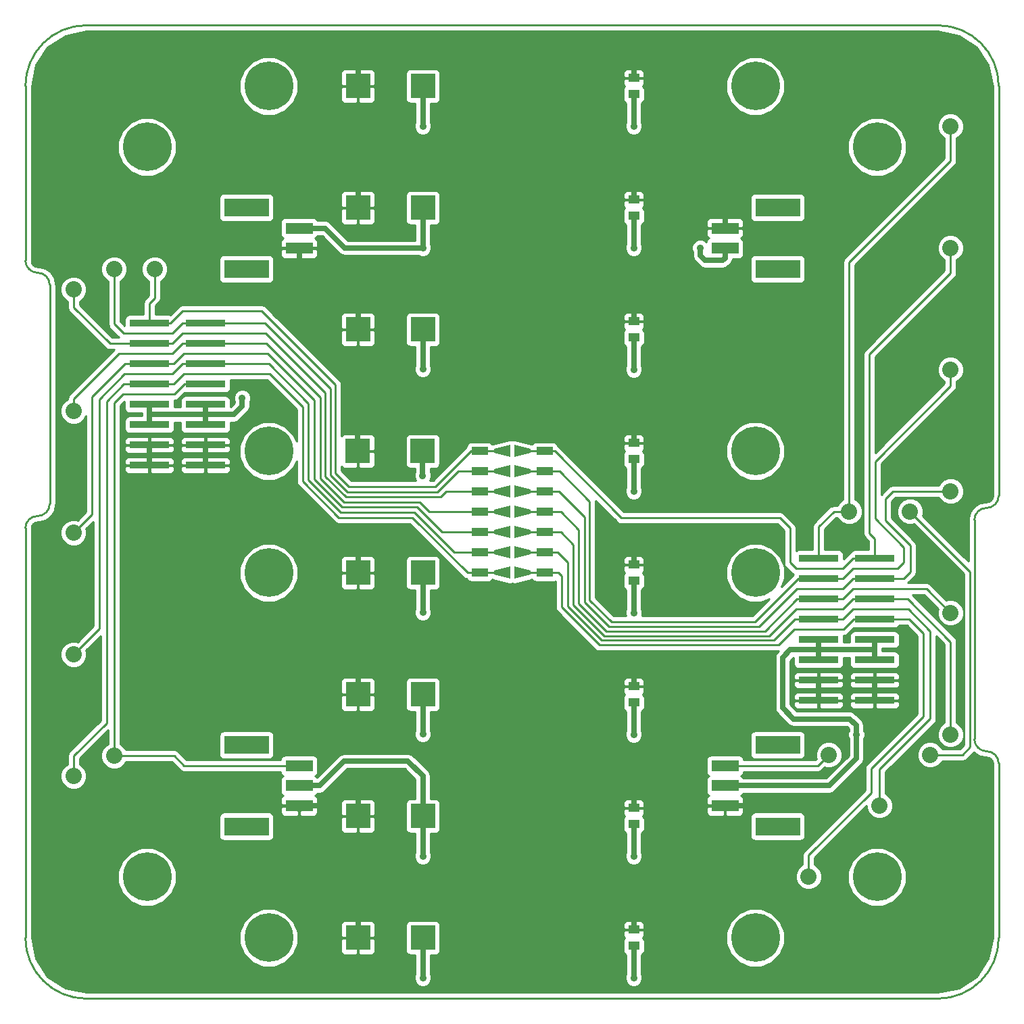
<source format=gbl>
G04 #@! TF.FileFunction,Copper,L2,Bot,Signal*
%FSLAX46Y46*%
G04 Gerber Fmt 4.6, Leading zero omitted, Abs format (unit mm)*
G04 Created by KiCad (PCBNEW (2014-12-11 BZR 5320)-product) date Fri Dec 19 11:32:42 2014*
%MOMM*%
G01*
G04 APERTURE LIST*
%ADD10C,0.152400*%
%ADD11C,0.254000*%
%ADD12R,5.000000X0.900000*%
%ADD13C,6.096000*%
%ADD14R,3.400000X1.400000*%
%ADD15R,5.600000X2.300000*%
%ADD16R,3.048000X3.048000*%
%ADD17R,1.422400X1.066800*%
%ADD18R,2.032000X1.016000*%
%ADD19C,2.032000*%
%ADD20C,0.889000*%
%ADD21C,0.635000*%
G04 APERTURE END LIST*
D10*
D11*
X147320000Y-117856000D02*
G75*
G03X145796000Y-116332000I-1524000J0D01*
G01*
X144272000Y-114808000D02*
G75*
G03X145796000Y-116332000I1524000J0D01*
G01*
X145796000Y-85852000D02*
G75*
G03X144272000Y-87376000I0J-1524000D01*
G01*
X145796000Y-85852000D02*
G75*
G03X147320000Y-84328000I0J1524000D01*
G01*
X25400000Y-54864000D02*
G75*
G03X26924000Y-56388000I1524000J0D01*
G01*
X28448000Y-57912000D02*
G75*
G03X26924000Y-56388000I-1524000J0D01*
G01*
X26924000Y-86868000D02*
G75*
G03X25400000Y-88392000I0J-1524000D01*
G01*
X26924000Y-86868000D02*
G75*
G03X28448000Y-85344000I0J1524000D01*
G01*
X147320000Y-84328000D02*
X147320000Y-33020000D01*
X147320000Y-117856000D02*
X147320000Y-139700000D01*
X25400000Y-88392000D02*
X25400000Y-139700000D01*
X25400000Y-54864000D02*
X25400000Y-33020000D01*
X144272000Y-101092000D02*
X144272000Y-114808000D01*
X144272000Y-101092000D02*
X144272000Y-87376000D01*
X28448000Y-71628000D02*
X28448000Y-85344000D01*
X28448000Y-71628000D02*
X28448000Y-57912000D01*
X139700000Y-147320000D02*
X33020000Y-147320000D01*
X33020000Y-25400000D02*
X139700000Y-25400000D01*
X25400000Y-139700000D02*
G75*
G03X33020000Y-147320000I7620000J0D01*
G01*
X147320000Y-33020000D02*
G75*
G03X139700000Y-25400000I-7620000J0D01*
G01*
X33020000Y-25400000D02*
G75*
G03X25400000Y-33020000I0J-7620000D01*
G01*
X139700000Y-147320000D02*
G75*
G03X147320000Y-139700000I0J7620000D01*
G01*
D12*
X124770000Y-92202000D03*
X131770000Y-92202000D03*
X131770000Y-94742000D03*
X124770000Y-94742000D03*
X131770000Y-97282000D03*
X124770000Y-97282000D03*
X131770000Y-99822000D03*
X124770000Y-99822000D03*
X131770000Y-102362000D03*
X124770000Y-102362000D03*
X131770000Y-104902000D03*
X124770000Y-104902000D03*
X131770000Y-107442000D03*
X124770000Y-107442000D03*
X131770000Y-109982000D03*
X124770000Y-109982000D03*
D13*
X55880000Y-139700000D03*
X116840000Y-139700000D03*
X55880000Y-93980000D03*
X116840000Y-93980000D03*
X55880000Y-78740000D03*
X116840000Y-78740000D03*
X55880000Y-33020000D03*
X116840000Y-33020000D03*
D14*
X59690000Y-50820000D03*
X59690000Y-53320000D03*
D15*
X53090000Y-55920000D03*
X53090000Y-48220000D03*
D14*
X113030000Y-53320000D03*
X113030000Y-50820000D03*
D15*
X119630000Y-48220000D03*
X119630000Y-55920000D03*
D13*
X40640000Y-40640000D03*
X132080000Y-40640000D03*
X40640000Y-132080000D03*
X132080000Y-132080000D03*
D12*
X40950000Y-62738000D03*
X47950000Y-62738000D03*
X47950000Y-65278000D03*
X40950000Y-65278000D03*
X47950000Y-67818000D03*
X40950000Y-67818000D03*
X47950000Y-70358000D03*
X40950000Y-70358000D03*
X47950000Y-72898000D03*
X40950000Y-72898000D03*
X47950000Y-75438000D03*
X40950000Y-75438000D03*
X47950000Y-77978000D03*
X40950000Y-77978000D03*
X47950000Y-80518000D03*
X40950000Y-80518000D03*
D16*
X75184000Y-33020000D03*
X67056000Y-33020000D03*
X75184000Y-48260000D03*
X67056000Y-48260000D03*
X75184000Y-63500000D03*
X67056000Y-63500000D03*
X75171300Y-78740000D03*
X67043300Y-78740000D03*
X75184000Y-93980000D03*
X67056000Y-93980000D03*
X75184000Y-109220000D03*
X67056000Y-109220000D03*
X75184000Y-124460000D03*
X67056000Y-124460000D03*
X75184000Y-139700000D03*
X67056000Y-139700000D03*
D17*
X101600000Y-32004000D03*
X101600000Y-34036000D03*
X101600000Y-47244000D03*
X101600000Y-49276000D03*
X101600000Y-62484000D03*
X101600000Y-64516000D03*
X101600000Y-77724000D03*
X101600000Y-79756000D03*
X101600000Y-92964000D03*
X101600000Y-94996000D03*
X101600000Y-108204000D03*
X101600000Y-110236000D03*
X101600000Y-123444000D03*
X101600000Y-125476000D03*
X101600000Y-138684000D03*
X101600000Y-140716000D03*
D10*
G36*
X84074000Y-94234000D02*
X84074000Y-93726000D01*
X86106000Y-93218000D01*
X86106000Y-94742000D01*
X84074000Y-94234000D01*
X84074000Y-94234000D01*
G37*
G36*
X86614000Y-94742000D02*
X86614000Y-93218000D01*
X88646000Y-93726000D01*
X88646000Y-94234000D01*
X86614000Y-94742000D01*
X86614000Y-94742000D01*
G37*
D18*
X90424000Y-93980000D03*
X82296000Y-93980000D03*
D10*
G36*
X84074000Y-91694000D02*
X84074000Y-91186000D01*
X86106000Y-90678000D01*
X86106000Y-92202000D01*
X84074000Y-91694000D01*
X84074000Y-91694000D01*
G37*
G36*
X86614000Y-92202000D02*
X86614000Y-90678000D01*
X88646000Y-91186000D01*
X88646000Y-91694000D01*
X86614000Y-92202000D01*
X86614000Y-92202000D01*
G37*
D18*
X90424000Y-91440000D03*
X82296000Y-91440000D03*
D10*
G36*
X84074000Y-89154000D02*
X84074000Y-88646000D01*
X86106000Y-88138000D01*
X86106000Y-89662000D01*
X84074000Y-89154000D01*
X84074000Y-89154000D01*
G37*
G36*
X86614000Y-89662000D02*
X86614000Y-88138000D01*
X88646000Y-88646000D01*
X88646000Y-89154000D01*
X86614000Y-89662000D01*
X86614000Y-89662000D01*
G37*
D18*
X90424000Y-88900000D03*
X82296000Y-88900000D03*
D10*
G36*
X84074000Y-86614000D02*
X84074000Y-86106000D01*
X86106000Y-85598000D01*
X86106000Y-87122000D01*
X84074000Y-86614000D01*
X84074000Y-86614000D01*
G37*
G36*
X86614000Y-87122000D02*
X86614000Y-85598000D01*
X88646000Y-86106000D01*
X88646000Y-86614000D01*
X86614000Y-87122000D01*
X86614000Y-87122000D01*
G37*
D18*
X90424000Y-86360000D03*
X82296000Y-86360000D03*
D10*
G36*
X84074000Y-84074000D02*
X84074000Y-83566000D01*
X86106000Y-83058000D01*
X86106000Y-84582000D01*
X84074000Y-84074000D01*
X84074000Y-84074000D01*
G37*
G36*
X86614000Y-84582000D02*
X86614000Y-83058000D01*
X88646000Y-83566000D01*
X88646000Y-84074000D01*
X86614000Y-84582000D01*
X86614000Y-84582000D01*
G37*
D18*
X90424000Y-83820000D03*
X82296000Y-83820000D03*
D10*
G36*
X84074000Y-81534000D02*
X84074000Y-81026000D01*
X86106000Y-80518000D01*
X86106000Y-82042000D01*
X84074000Y-81534000D01*
X84074000Y-81534000D01*
G37*
G36*
X86614000Y-82042000D02*
X86614000Y-80518000D01*
X88646000Y-81026000D01*
X88646000Y-81534000D01*
X86614000Y-82042000D01*
X86614000Y-82042000D01*
G37*
D18*
X90424000Y-81280000D03*
X82296000Y-81280000D03*
D10*
G36*
X84074000Y-78994000D02*
X84074000Y-78486000D01*
X86106000Y-77978000D01*
X86106000Y-79502000D01*
X84074000Y-78994000D01*
X84074000Y-78994000D01*
G37*
G36*
X86614000Y-79502000D02*
X86614000Y-77978000D01*
X88646000Y-78486000D01*
X88646000Y-78994000D01*
X86614000Y-79502000D01*
X86614000Y-79502000D01*
G37*
D18*
X90424000Y-78740000D03*
X82296000Y-78740000D03*
D14*
X113030000Y-120650000D03*
X113030000Y-118150000D03*
D15*
X119630000Y-115550000D03*
X119630000Y-125750000D03*
D14*
X113030000Y-123150000D03*
X59690000Y-120650000D03*
X59690000Y-123150000D03*
D15*
X53090000Y-125750000D03*
X53090000Y-115550000D03*
D14*
X59690000Y-118150000D03*
D19*
X36512500Y-116903500D03*
X123507500Y-132016500D03*
X31432500Y-119443500D03*
X132397500Y-123126500D03*
X31432500Y-104203500D03*
X141287500Y-114236500D03*
X31432500Y-88963500D03*
X141287500Y-98996500D03*
X31432500Y-73723500D03*
X141300200Y-83769200D03*
X31432500Y-58483500D03*
X141287500Y-68516500D03*
X36512500Y-55943500D03*
X141287500Y-53276500D03*
X41592500Y-55943500D03*
X141287500Y-38036500D03*
X126047500Y-116776500D03*
X138747500Y-116776500D03*
X136220200Y-86309200D03*
X128600200Y-86309200D03*
D20*
X52565300Y-72072500D03*
X75184000Y-144729200D03*
X75184000Y-129489200D03*
X75184000Y-114198400D03*
X75184000Y-98958400D03*
X75184000Y-68478400D03*
X75184000Y-53289200D03*
X75184000Y-38049200D03*
X109931200Y-53289200D03*
X75171300Y-81813400D03*
X101600000Y-38049200D03*
X101600000Y-53289200D03*
X101600000Y-68529200D03*
X101600000Y-83769200D03*
X101600000Y-99009200D03*
X101600000Y-114249200D03*
X101600000Y-129489200D03*
X101600000Y-144729200D03*
X129476500Y-114236500D03*
X55943500Y-73723500D03*
X129362200Y-119443500D03*
X136461500Y-104203500D03*
X67056000Y-134670800D03*
X67056000Y-119430800D03*
X67056000Y-104190800D03*
X67056000Y-88950800D03*
X67056000Y-58470800D03*
X67056000Y-43230800D03*
X67056000Y-27990800D03*
X113030000Y-43230800D03*
X67043300Y-73723500D03*
X101600000Y-27990800D03*
X101600000Y-43230800D03*
X101600000Y-58470800D03*
X101650800Y-73660000D03*
X101600000Y-88950800D03*
X101600000Y-104190800D03*
X101600000Y-119430800D03*
X101600000Y-134670800D03*
D11*
X44069000Y-71628000D02*
X37592000Y-71628000D01*
X47950000Y-70358000D02*
X45339000Y-70358000D01*
X45339000Y-70358000D02*
X44069000Y-71628000D01*
X59690000Y-118150000D02*
X45277400Y-118150000D01*
X44030900Y-116903500D02*
X45277400Y-118150000D01*
X36512500Y-116903500D02*
X44030900Y-116903500D01*
X36512500Y-72707500D02*
X37592000Y-71628000D01*
X36512500Y-116903500D02*
X36512500Y-72707500D01*
X87630000Y-93980000D02*
X90424000Y-93980000D01*
X121666000Y-101092000D02*
X119735600Y-103022400D01*
X121666000Y-101092000D02*
X127889000Y-101092000D01*
X129159000Y-99822000D02*
X131770000Y-99822000D01*
X127889000Y-101092000D02*
X129159000Y-99822000D01*
X90424000Y-93980000D02*
X92151200Y-93980000D01*
X97294700Y-103022400D02*
X92544900Y-98272600D01*
X92544900Y-98272600D02*
X92544900Y-94373700D01*
X92544900Y-94373700D02*
X92151200Y-93980000D01*
X119735600Y-103022400D02*
X97294700Y-103022400D01*
X131318000Y-118491000D02*
X131318000Y-121539000D01*
X137871200Y-111937800D02*
X131318000Y-118491000D01*
X131770000Y-99822000D02*
X136118600Y-99822000D01*
X136118600Y-99822000D02*
X137871200Y-101574600D01*
X137871200Y-101574600D02*
X137871200Y-111937800D01*
X123507500Y-129349500D02*
X131318000Y-121539000D01*
X123507500Y-132016500D02*
X123507500Y-129349500D01*
X85090000Y-93980000D02*
X82296000Y-93980000D01*
X60109100Y-73190100D02*
X56007000Y-69088000D01*
X45212000Y-69088000D02*
X56007000Y-69088000D01*
X43942000Y-70358000D02*
X40950000Y-70358000D01*
X43942000Y-70358000D02*
X45212000Y-69088000D01*
X80772000Y-93980000D02*
X73850500Y-87058500D01*
X73850500Y-87058500D02*
X64643000Y-87058500D01*
X64643000Y-87058500D02*
X60109100Y-82524600D01*
X60109100Y-82524600D02*
X60109100Y-73190100D01*
X82296000Y-93980000D02*
X80772000Y-93980000D01*
X37719000Y-70358000D02*
X35572700Y-72504300D01*
X40950000Y-70358000D02*
X37719000Y-70358000D01*
X35572700Y-72504300D02*
X35572700Y-112788700D01*
X31432500Y-116928900D02*
X35572700Y-112788700D01*
X31432500Y-119443500D02*
X31432500Y-116928900D01*
X90424000Y-91440000D02*
X87630000Y-91440000D01*
X124770000Y-99822000D02*
X121793000Y-99822000D01*
X92087700Y-91440000D02*
X90424000Y-91440000D01*
X121793000Y-99822000D02*
X119176800Y-102438200D01*
X124770000Y-99822000D02*
X126873000Y-99822000D01*
X97599500Y-102438200D02*
X93345000Y-98183700D01*
X93345000Y-98183700D02*
X93345000Y-92697300D01*
X93345000Y-92697300D02*
X92087700Y-91440000D01*
X119176800Y-102438200D02*
X97599500Y-102438200D01*
X136042400Y-98552000D02*
X138760200Y-101269800D01*
X127762000Y-99822000D02*
X124770000Y-99822000D01*
X127762000Y-99822000D02*
X129032000Y-98552000D01*
X129032000Y-98552000D02*
X136042400Y-98552000D01*
X132397500Y-123126500D02*
X132397500Y-118618000D01*
X132397500Y-118618000D02*
X138760200Y-112255300D01*
X138760200Y-112255300D02*
X138760200Y-101269800D01*
X47950000Y-67818000D02*
X55880000Y-67818000D01*
X85090000Y-91440000D02*
X82296000Y-91440000D01*
X47950000Y-67818000D02*
X45085000Y-67818000D01*
X37795200Y-69088000D02*
X34645600Y-72237600D01*
X43815000Y-69088000D02*
X37795200Y-69088000D01*
X45085000Y-67818000D02*
X43815000Y-69088000D01*
X82296000Y-91440000D02*
X82296000Y-91135200D01*
X60807600Y-72745600D02*
X55880000Y-67818000D01*
X79146400Y-91440000D02*
X74142600Y-86436200D01*
X74142600Y-86436200D02*
X64858900Y-86436200D01*
X64858900Y-86436200D02*
X60807600Y-82384900D01*
X60807600Y-82384900D02*
X60807600Y-72745600D01*
X82296000Y-91440000D02*
X79146400Y-91440000D01*
X34645600Y-100990400D02*
X31432500Y-104203500D01*
X34645600Y-72237600D02*
X34645600Y-100990400D01*
X87630000Y-88900000D02*
X90424000Y-88900000D01*
X127762000Y-98552000D02*
X121920000Y-98552000D01*
X92481400Y-88900000D02*
X90424000Y-88900000D01*
X121920000Y-98552000D02*
X118605300Y-101866700D01*
X131770000Y-97282000D02*
X129032000Y-97282000D01*
X129032000Y-97282000D02*
X127762000Y-98552000D01*
X131770000Y-97282000D02*
X135940800Y-97282000D01*
X141287500Y-102628700D02*
X135940800Y-97282000D01*
X141287500Y-114236500D02*
X141287500Y-102628700D01*
X97904300Y-101866700D02*
X94030800Y-97993200D01*
X94030800Y-97993200D02*
X94030800Y-90449400D01*
X94030800Y-90449400D02*
X92481400Y-88900000D01*
X118605300Y-101866700D02*
X97904300Y-101866700D01*
X43942000Y-67818000D02*
X40950000Y-67818000D01*
X55727600Y-66548000D02*
X45212000Y-66548000D01*
X45212000Y-66548000D02*
X43942000Y-67818000D01*
X82296000Y-88900000D02*
X85090000Y-88900000D01*
X40950000Y-67818000D02*
X37896800Y-67818000D01*
X37896800Y-67818000D02*
X33743900Y-71970900D01*
X61569600Y-72390000D02*
X55727600Y-66548000D01*
X77584300Y-88900000D02*
X74447400Y-85763100D01*
X74447400Y-85763100D02*
X65100200Y-85763100D01*
X65100200Y-85763100D02*
X61569600Y-82232500D01*
X61569600Y-82232500D02*
X61569600Y-72390000D01*
X82296000Y-88900000D02*
X77584300Y-88900000D01*
X33743900Y-86652100D02*
X31432500Y-88963500D01*
X33743900Y-71970900D02*
X33743900Y-86652100D01*
X90424000Y-86360000D02*
X87630000Y-86360000D01*
X92494100Y-86360000D02*
X90424000Y-86360000D01*
X122047000Y-97282000D02*
X118033800Y-101295200D01*
X124770000Y-97282000D02*
X122047000Y-97282000D01*
X127762000Y-97282000D02*
X124770000Y-97282000D01*
X127762000Y-97282000D02*
X129032000Y-96012000D01*
X129032000Y-96012000D02*
X134874000Y-96012000D01*
X98183700Y-101295200D02*
X94716600Y-97828100D01*
X94716600Y-97828100D02*
X94716600Y-88582500D01*
X94716600Y-88582500D02*
X92494100Y-86360000D01*
X118033800Y-101295200D02*
X98183700Y-101295200D01*
X138303000Y-96012000D02*
X141287500Y-98996500D01*
X134874000Y-96012000D02*
X138303000Y-96012000D01*
X47950000Y-65278000D02*
X55575200Y-65278000D01*
X85090000Y-86360000D02*
X82296000Y-86360000D01*
X45085000Y-65278000D02*
X43815000Y-66548000D01*
X47950000Y-65278000D02*
X45085000Y-65278000D01*
X62318900Y-72021700D02*
X55575200Y-65278000D01*
X75984100Y-86360000D02*
X74764900Y-85140800D01*
X74764900Y-85140800D02*
X65316100Y-85140800D01*
X65316100Y-85140800D02*
X62318900Y-82143600D01*
X62318900Y-82143600D02*
X62318900Y-72021700D01*
X82296000Y-86360000D02*
X75984100Y-86360000D01*
X37109400Y-66548000D02*
X31432500Y-72224900D01*
X31432500Y-72224900D02*
X31432500Y-73723500D01*
X43815000Y-66548000D02*
X37109400Y-66548000D01*
X87630000Y-83820000D02*
X90424000Y-83820000D01*
X135382000Y-94742000D02*
X136245600Y-93878400D01*
X131770000Y-94742000D02*
X135382000Y-94742000D01*
X95427800Y-87007700D02*
X92240100Y-83820000D01*
X95427800Y-97650300D02*
X95427800Y-87007700D01*
X98513900Y-100736400D02*
X95427800Y-97650300D01*
X127762000Y-96012000D02*
X122047000Y-96012000D01*
X122047000Y-96012000D02*
X117322600Y-100736400D01*
X98513900Y-100736400D02*
X117322600Y-100736400D01*
X129032000Y-94742000D02*
X127762000Y-96012000D01*
X129032000Y-94742000D02*
X131770000Y-94742000D01*
X90424000Y-83820000D02*
X92240100Y-83820000D01*
X136245600Y-90551000D02*
X133121400Y-87426800D01*
X133121400Y-87426800D02*
X133121400Y-84734400D01*
X133121400Y-84734400D02*
X134086600Y-83769200D01*
X134086600Y-83769200D02*
X141300200Y-83769200D01*
X136245600Y-93878400D02*
X136245600Y-90551000D01*
X45085000Y-64008000D02*
X43815000Y-65278000D01*
X43815000Y-65278000D02*
X40950000Y-65278000D01*
X55499000Y-64008000D02*
X45085000Y-64008000D01*
X82296000Y-83820000D02*
X85090000Y-83820000D01*
X62941200Y-71450200D02*
X55499000Y-64008000D01*
X78092300Y-83820000D02*
X77419200Y-84493100D01*
X77419200Y-84493100D02*
X65532002Y-84493100D01*
X65532002Y-84493100D02*
X62941200Y-81902298D01*
X62941200Y-81902298D02*
X62941200Y-71450200D01*
X82296000Y-83820000D02*
X78092300Y-83820000D01*
X35991800Y-65278000D02*
X31432500Y-60718700D01*
X31432500Y-60718700D02*
X31432500Y-58483500D01*
X40950000Y-65278000D02*
X35991800Y-65278000D01*
X90424000Y-81280000D02*
X87630000Y-81280000D01*
X92329000Y-81280000D02*
X90424000Y-81280000D01*
X124770000Y-94742000D02*
X122174000Y-94742000D01*
X116776500Y-100139500D02*
X122174000Y-94742000D01*
X127762000Y-94742000D02*
X124770000Y-94742000D01*
X127762000Y-94742000D02*
X129032000Y-93472000D01*
X129032000Y-93472000D02*
X134670800Y-93472000D01*
X134670800Y-93472000D02*
X135458200Y-92684600D01*
X98818700Y-100139500D02*
X96062800Y-97383600D01*
X96062800Y-97383600D02*
X96062800Y-85013800D01*
X96062800Y-85013800D02*
X92329000Y-81280000D01*
X116776500Y-100139500D02*
X98818700Y-100139500D01*
X135458200Y-90830400D02*
X131826000Y-87198200D01*
X131826000Y-87198200D02*
X131826000Y-80022700D01*
X131826000Y-80022700D02*
X141287500Y-70561200D01*
X141287500Y-70561200D02*
X141287500Y-68516500D01*
X135458200Y-92684600D02*
X135458200Y-90830400D01*
X47950000Y-62738000D02*
X55422800Y-62738000D01*
X85090000Y-81280000D02*
X82296000Y-81280000D01*
X63614300Y-70929500D02*
X55422800Y-62738000D01*
X43815000Y-64008000D02*
X37719000Y-64008000D01*
X45085000Y-62738000D02*
X43815000Y-64008000D01*
X47950000Y-62738000D02*
X45085000Y-62738000D01*
X79590900Y-81280000D02*
X77038200Y-83832700D01*
X77038200Y-83832700D02*
X65735200Y-83832700D01*
X65735200Y-83832700D02*
X63614300Y-81711800D01*
X63614300Y-81711800D02*
X63614300Y-70929500D01*
X82296000Y-81280000D02*
X79590900Y-81280000D01*
X36512500Y-62801500D02*
X37719000Y-64008000D01*
X36512500Y-55943500D02*
X36512500Y-62801500D01*
X87630000Y-78740000D02*
X90424000Y-78740000D01*
X131770000Y-92202000D02*
X129032000Y-92202000D01*
X91694000Y-78740000D02*
X90424000Y-78740000D01*
X99961700Y-87007700D02*
X91694000Y-78740000D01*
X121920000Y-93472000D02*
X121158000Y-92710000D01*
X127762000Y-93472000D02*
X121920000Y-93472000D01*
X129032000Y-92202000D02*
X127762000Y-93472000D01*
X121158000Y-88366600D02*
X119913400Y-87122000D01*
X119913400Y-87122000D02*
X100063300Y-87122000D01*
X100063300Y-87122000D02*
X99961700Y-87020400D01*
X99961700Y-87020400D02*
X99961700Y-87007700D01*
X121158000Y-92710000D02*
X121158000Y-88366600D01*
X141287500Y-56413400D02*
X141287500Y-53276500D01*
X131770000Y-89707600D02*
X131089400Y-89027000D01*
X131089400Y-89027000D02*
X131089400Y-66611500D01*
X131089400Y-66611500D02*
X141287500Y-56413400D01*
X131770000Y-92202000D02*
X131770000Y-89707600D01*
X45085000Y-61214000D02*
X55016400Y-61214000D01*
X40950000Y-62738000D02*
X43561000Y-62738000D01*
X43561000Y-62738000D02*
X45085000Y-61214000D01*
X82296000Y-78740000D02*
X85090000Y-78740000D01*
X64236600Y-70434200D02*
X55016400Y-61214000D01*
X81203800Y-78740000D02*
X76771500Y-83172300D01*
X76771500Y-83172300D02*
X65913000Y-83172300D01*
X65913000Y-83172300D02*
X64236600Y-81495900D01*
X64236600Y-81495900D02*
X64236600Y-70434200D01*
X82296000Y-78740000D02*
X81203800Y-78740000D01*
X41592500Y-59575700D02*
X41592500Y-55943500D01*
X40950000Y-60218200D02*
X41592500Y-59575700D01*
X40950000Y-62738000D02*
X40950000Y-60218200D01*
X126657100Y-86309200D02*
X124770000Y-88196300D01*
X124770000Y-88196300D02*
X124770000Y-92202000D01*
X128600200Y-86309200D02*
X126657100Y-86309200D01*
X141287500Y-42379900D02*
X141287500Y-38036500D01*
X142798800Y-116776500D02*
X138747500Y-116776500D01*
X143751300Y-115824000D02*
X142798800Y-116776500D01*
X143751300Y-93840300D02*
X136220200Y-86309200D01*
X143751300Y-93840300D02*
X143751300Y-115824000D01*
X124674000Y-118150000D02*
X126047500Y-116776500D01*
X113030000Y-118150000D02*
X124674000Y-118150000D01*
X128600200Y-55067200D02*
X141287500Y-42379900D01*
X128600200Y-86309200D02*
X128600200Y-55067200D01*
D21*
X47950000Y-74168000D02*
X51485800Y-74168000D01*
X52565300Y-73088500D02*
X52565300Y-72072500D01*
X51485800Y-74168000D02*
X52565300Y-73088500D01*
X59690000Y-120650000D02*
X62268100Y-120650000D01*
X75184000Y-119456200D02*
X75184000Y-124460000D01*
X73304400Y-117576600D02*
X75184000Y-119456200D01*
X65341500Y-117576600D02*
X73304400Y-117576600D01*
X62268100Y-120650000D02*
X65341500Y-117576600D01*
X124770000Y-103632000D02*
X124828300Y-103632000D01*
X124828300Y-103632000D02*
X131770000Y-103632000D01*
X131770000Y-102362000D02*
X131770000Y-103632000D01*
X131770000Y-103632000D02*
X131770000Y-104902000D01*
X124770000Y-102362000D02*
X124770000Y-103632000D01*
X124770000Y-103632000D02*
X124770000Y-104902000D01*
X40950000Y-74168000D02*
X47950000Y-74168000D01*
X47950000Y-72898000D02*
X47950000Y-74168000D01*
X47950000Y-74168000D02*
X47950000Y-75438000D01*
X40950000Y-72898000D02*
X40950000Y-74168000D01*
X40950000Y-74168000D02*
X40950000Y-75438000D01*
X75184000Y-139700000D02*
X75184000Y-144729200D01*
X75184000Y-124460000D02*
X75184000Y-129489200D01*
X75184000Y-109220000D02*
X75184000Y-114198400D01*
X75184000Y-93980000D02*
X75184000Y-98958400D01*
X75184000Y-63500000D02*
X75184000Y-68478400D01*
X75184000Y-48260000D02*
X75184000Y-53289200D01*
X75184000Y-33020000D02*
X75184000Y-38049200D01*
X113030000Y-54559200D02*
X112725200Y-54864000D01*
X112725200Y-54864000D02*
X110540800Y-54864000D01*
X110540800Y-54864000D02*
X109931200Y-54254400D01*
X109931200Y-54254400D02*
X109931200Y-53289200D01*
X113030000Y-53320000D02*
X113030000Y-54559200D01*
X62961200Y-50820000D02*
X65430400Y-53289200D01*
X65430400Y-53289200D02*
X75184000Y-53289200D01*
X59690000Y-50820000D02*
X62961200Y-50820000D01*
X75171300Y-78740000D02*
X75171300Y-81813400D01*
X101600000Y-34036000D02*
X101600000Y-38049200D01*
X101600000Y-49276000D02*
X101600000Y-53289200D01*
X101600000Y-64516000D02*
X101600000Y-68529200D01*
X101600000Y-79756000D02*
X101600000Y-83769200D01*
X101600000Y-94996000D02*
X101600000Y-99009200D01*
X101600000Y-110236000D02*
X101600000Y-114249200D01*
X101600000Y-125476000D02*
X101600000Y-129489200D01*
X101600000Y-140716000D02*
X101600000Y-144729200D01*
X129476500Y-117254020D02*
X129476500Y-114236500D01*
X126080520Y-120650000D02*
X129476500Y-117254020D01*
X113030000Y-120650000D02*
X126080520Y-120650000D01*
X128668780Y-112280700D02*
X129476500Y-113088420D01*
X129476500Y-113088420D02*
X129476500Y-114236500D01*
X121221500Y-103632000D02*
X120243600Y-104609900D01*
X120243600Y-104609900D02*
X120243600Y-110871000D01*
X120243600Y-110871000D02*
X121653300Y-112280700D01*
X121653300Y-112280700D02*
X128668780Y-112280700D01*
X124828300Y-103632000D02*
X121221500Y-103632000D01*
X47950000Y-79248000D02*
X50939700Y-79248000D01*
X54673500Y-73723500D02*
X55943500Y-73723500D01*
X51689000Y-76708000D02*
X54673500Y-73723500D01*
X51689000Y-78498700D02*
X51689000Y-76708000D01*
X50939700Y-79248000D02*
X51689000Y-78498700D01*
X59690000Y-123150000D02*
X61977900Y-123150000D01*
X65697100Y-119430800D02*
X67056000Y-119430800D01*
X61977900Y-123150000D02*
X65697100Y-119430800D01*
X113030000Y-123150000D02*
X127675000Y-123150000D01*
X129362200Y-121462800D02*
X129362200Y-119443500D01*
X127675000Y-123150000D02*
X129362200Y-121462800D01*
X131770000Y-108712000D02*
X135229600Y-108712000D01*
X136461500Y-107480100D02*
X136461500Y-104203500D01*
X135229600Y-108712000D02*
X136461500Y-107480100D01*
X124770000Y-108712000D02*
X131770000Y-108712000D01*
X131770000Y-107442000D02*
X131770000Y-108712000D01*
X131770000Y-108712000D02*
X131770000Y-109982000D01*
X124770000Y-107442000D02*
X124770000Y-108712000D01*
X124770000Y-108712000D02*
X124770000Y-109982000D01*
X40950000Y-79248000D02*
X47950000Y-79248000D01*
X47950000Y-77978000D02*
X47950000Y-79248000D01*
X47950000Y-79248000D02*
X47950000Y-80518000D01*
X40950000Y-77978000D02*
X40950000Y-79248000D01*
X40950000Y-79248000D02*
X40950000Y-80518000D01*
X59690000Y-123150000D02*
X59690000Y-123698000D01*
X67056000Y-139700000D02*
X67056000Y-134670800D01*
X67056000Y-124460000D02*
X67056000Y-119430800D01*
X67056000Y-109220000D02*
X67056000Y-104190800D01*
X67056000Y-93980000D02*
X67056000Y-88950800D01*
X67056000Y-63500000D02*
X67056000Y-58470800D01*
X67056000Y-48260000D02*
X67056000Y-43230800D01*
X67056000Y-33020000D02*
X67056000Y-27990800D01*
X113030000Y-50820000D02*
X113030000Y-43230800D01*
X59690000Y-57251600D02*
X60909200Y-58470800D01*
X60909200Y-58470800D02*
X67056000Y-58470800D01*
X59690000Y-53320000D02*
X59690000Y-57251600D01*
X67043300Y-78740000D02*
X67043300Y-73723500D01*
X101600000Y-32004000D02*
X101600000Y-27990800D01*
X101600000Y-47244000D02*
X101600000Y-43230800D01*
X101600000Y-62484000D02*
X101600000Y-58470800D01*
X101600000Y-73710800D02*
X101650800Y-73660000D01*
X101600000Y-77724000D02*
X101600000Y-73710800D01*
X101600000Y-92964000D02*
X101600000Y-88950800D01*
X101600000Y-108204000D02*
X101600000Y-104190800D01*
X101600000Y-123444000D02*
X101600000Y-119430800D01*
X101600000Y-138684000D02*
X101600000Y-134670800D01*
D11*
G36*
X121645154Y-94179329D02*
X121641173Y-94199182D01*
X121635185Y-94203184D01*
X120096160Y-95742208D01*
X120522359Y-94715808D01*
X120523638Y-93250620D01*
X119964116Y-91896474D01*
X118928976Y-90859525D01*
X117575808Y-90297641D01*
X116110620Y-90296362D01*
X114756474Y-90855884D01*
X113719525Y-91891024D01*
X113157641Y-93244192D01*
X113156362Y-94709380D01*
X113715884Y-96063526D01*
X114751024Y-97100475D01*
X116104192Y-97662359D01*
X117569380Y-97663638D01*
X118600980Y-97237389D01*
X116460869Y-99377500D01*
X102615934Y-99377500D01*
X102679313Y-99224868D01*
X102679687Y-98795416D01*
X102552500Y-98487600D01*
X102552500Y-96130022D01*
X102553323Y-96129863D01*
X102766127Y-95990073D01*
X102908577Y-95779040D01*
X102958640Y-95529400D01*
X102958640Y-94462600D01*
X102911663Y-94220477D01*
X102771873Y-94007673D01*
X102728338Y-93978286D01*
X102849527Y-93857098D01*
X102946200Y-93623709D01*
X102946200Y-93186250D01*
X102946200Y-92741750D01*
X102946200Y-92304291D01*
X102849527Y-92070902D01*
X102670899Y-91892273D01*
X102437510Y-91795600D01*
X102184891Y-91795600D01*
X101822250Y-91795600D01*
X101663500Y-91954350D01*
X101663500Y-92900500D01*
X102787450Y-92900500D01*
X102946200Y-92741750D01*
X102946200Y-93186250D01*
X102787450Y-93027500D01*
X101663500Y-93027500D01*
X101663500Y-93047500D01*
X101536500Y-93047500D01*
X101536500Y-93027500D01*
X101536500Y-92900500D01*
X101536500Y-91954350D01*
X101377750Y-91795600D01*
X101015109Y-91795600D01*
X100762490Y-91795600D01*
X100529101Y-91892273D01*
X100350473Y-92070902D01*
X100253800Y-92304291D01*
X100253800Y-92741750D01*
X100412550Y-92900500D01*
X101536500Y-92900500D01*
X101536500Y-93027500D01*
X100412550Y-93027500D01*
X100253800Y-93186250D01*
X100253800Y-93623709D01*
X100350473Y-93857098D01*
X100470947Y-93977573D01*
X100433873Y-94001927D01*
X100291423Y-94212960D01*
X100241360Y-94462600D01*
X100241360Y-95529400D01*
X100288337Y-95771523D01*
X100428127Y-95984327D01*
X100639160Y-96126777D01*
X100647500Y-96128449D01*
X100647500Y-98488133D01*
X100520687Y-98793532D01*
X100520313Y-99222984D01*
X100584157Y-99377500D01*
X99134329Y-99377500D01*
X96824800Y-97067970D01*
X96824800Y-85013800D01*
X96808568Y-84932199D01*
X99397313Y-87520944D01*
X99422885Y-87559215D01*
X99524485Y-87660815D01*
X99771695Y-87825996D01*
X100063300Y-87884000D01*
X119597769Y-87884000D01*
X120396000Y-88682230D01*
X120396000Y-92710000D01*
X120454004Y-93001605D01*
X120619185Y-93248815D01*
X121381185Y-94010816D01*
X121529376Y-94109834D01*
X121628395Y-94175996D01*
X121628396Y-94175996D01*
X121645154Y-94179329D01*
X121645154Y-94179329D01*
G37*
X121645154Y-94179329D02*
X121641173Y-94199182D01*
X121635185Y-94203184D01*
X120096160Y-95742208D01*
X120522359Y-94715808D01*
X120523638Y-93250620D01*
X119964116Y-91896474D01*
X118928976Y-90859525D01*
X117575808Y-90297641D01*
X116110620Y-90296362D01*
X114756474Y-90855884D01*
X113719525Y-91891024D01*
X113157641Y-93244192D01*
X113156362Y-94709380D01*
X113715884Y-96063526D01*
X114751024Y-97100475D01*
X116104192Y-97662359D01*
X117569380Y-97663638D01*
X118600980Y-97237389D01*
X116460869Y-99377500D01*
X102615934Y-99377500D01*
X102679313Y-99224868D01*
X102679687Y-98795416D01*
X102552500Y-98487600D01*
X102552500Y-96130022D01*
X102553323Y-96129863D01*
X102766127Y-95990073D01*
X102908577Y-95779040D01*
X102958640Y-95529400D01*
X102958640Y-94462600D01*
X102911663Y-94220477D01*
X102771873Y-94007673D01*
X102728338Y-93978286D01*
X102849527Y-93857098D01*
X102946200Y-93623709D01*
X102946200Y-93186250D01*
X102946200Y-92741750D01*
X102946200Y-92304291D01*
X102849527Y-92070902D01*
X102670899Y-91892273D01*
X102437510Y-91795600D01*
X102184891Y-91795600D01*
X101822250Y-91795600D01*
X101663500Y-91954350D01*
X101663500Y-92900500D01*
X102787450Y-92900500D01*
X102946200Y-92741750D01*
X102946200Y-93186250D01*
X102787450Y-93027500D01*
X101663500Y-93027500D01*
X101663500Y-93047500D01*
X101536500Y-93047500D01*
X101536500Y-93027500D01*
X101536500Y-92900500D01*
X101536500Y-91954350D01*
X101377750Y-91795600D01*
X101015109Y-91795600D01*
X100762490Y-91795600D01*
X100529101Y-91892273D01*
X100350473Y-92070902D01*
X100253800Y-92304291D01*
X100253800Y-92741750D01*
X100412550Y-92900500D01*
X101536500Y-92900500D01*
X101536500Y-93027500D01*
X100412550Y-93027500D01*
X100253800Y-93186250D01*
X100253800Y-93623709D01*
X100350473Y-93857098D01*
X100470947Y-93977573D01*
X100433873Y-94001927D01*
X100291423Y-94212960D01*
X100241360Y-94462600D01*
X100241360Y-95529400D01*
X100288337Y-95771523D01*
X100428127Y-95984327D01*
X100639160Y-96126777D01*
X100647500Y-96128449D01*
X100647500Y-98488133D01*
X100520687Y-98793532D01*
X100520313Y-99222984D01*
X100584157Y-99377500D01*
X99134329Y-99377500D01*
X96824800Y-97067970D01*
X96824800Y-85013800D01*
X96808568Y-84932199D01*
X99397313Y-87520944D01*
X99422885Y-87559215D01*
X99524485Y-87660815D01*
X99771695Y-87825996D01*
X100063300Y-87884000D01*
X119597769Y-87884000D01*
X120396000Y-88682230D01*
X120396000Y-92710000D01*
X120454004Y-93001605D01*
X120619185Y-93248815D01*
X121381185Y-94010816D01*
X121529376Y-94109834D01*
X121628395Y-94175996D01*
X121628396Y-94175996D01*
X121645154Y-94179329D01*
G36*
X146558000Y-139624951D02*
X146022174Y-142318730D01*
X144538783Y-144538781D01*
X142318729Y-146022174D01*
X139624951Y-146558000D01*
X135763638Y-146558000D01*
X135763638Y-131350620D01*
X135204116Y-129996474D01*
X134168976Y-128959525D01*
X132815808Y-128397641D01*
X131350620Y-128396362D01*
X129996474Y-128955884D01*
X128959525Y-129991024D01*
X128397641Y-131344192D01*
X128396362Y-132809380D01*
X128955884Y-134163526D01*
X129991024Y-135200475D01*
X131344192Y-135762359D01*
X132809380Y-135763638D01*
X134163526Y-135204116D01*
X135200475Y-134168976D01*
X135762359Y-132815808D01*
X135763638Y-131350620D01*
X135763638Y-146558000D01*
X120523638Y-146558000D01*
X120523638Y-138970620D01*
X119964116Y-137616474D01*
X118928976Y-136579525D01*
X117575808Y-136017641D01*
X116110620Y-136016362D01*
X115365000Y-136324446D01*
X115365000Y-123976309D01*
X115365000Y-123372250D01*
X115206250Y-123213500D01*
X113093500Y-123213500D01*
X113093500Y-124326250D01*
X113252250Y-124485000D01*
X114603691Y-124485000D01*
X114856310Y-124485000D01*
X115089699Y-124388327D01*
X115268327Y-124209698D01*
X115365000Y-123976309D01*
X115365000Y-136324446D01*
X114756474Y-136575884D01*
X113719525Y-137611024D01*
X113157641Y-138964192D01*
X113156362Y-140429380D01*
X113715884Y-141783526D01*
X114751024Y-142820475D01*
X116104192Y-143382359D01*
X117569380Y-143383638D01*
X118923526Y-142824116D01*
X119960475Y-141788976D01*
X120522359Y-140435808D01*
X120523638Y-138970620D01*
X120523638Y-146558000D01*
X112966500Y-146558000D01*
X112966500Y-124326250D01*
X112966500Y-123213500D01*
X110853750Y-123213500D01*
X110695000Y-123372250D01*
X110695000Y-123976309D01*
X110791673Y-124209698D01*
X110970301Y-124388327D01*
X111203690Y-124485000D01*
X111456309Y-124485000D01*
X112807750Y-124485000D01*
X112966500Y-124326250D01*
X112966500Y-146558000D01*
X102958640Y-146558000D01*
X102958640Y-141249400D01*
X102958640Y-140182600D01*
X102958640Y-126009400D01*
X102958640Y-124942600D01*
X102958640Y-110769400D01*
X102958640Y-109702600D01*
X102911663Y-109460477D01*
X102771873Y-109247673D01*
X102728338Y-109218286D01*
X102849527Y-109097098D01*
X102946200Y-108863709D01*
X102946200Y-108426250D01*
X102946200Y-107981750D01*
X102946200Y-107544291D01*
X102849527Y-107310902D01*
X102670899Y-107132273D01*
X102437510Y-107035600D01*
X102184891Y-107035600D01*
X101822250Y-107035600D01*
X101663500Y-107194350D01*
X101663500Y-108140500D01*
X102787450Y-108140500D01*
X102946200Y-107981750D01*
X102946200Y-108426250D01*
X102787450Y-108267500D01*
X101663500Y-108267500D01*
X101663500Y-108287500D01*
X101536500Y-108287500D01*
X101536500Y-108267500D01*
X101536500Y-108140500D01*
X101536500Y-107194350D01*
X101377750Y-107035600D01*
X101015109Y-107035600D01*
X100762490Y-107035600D01*
X100529101Y-107132273D01*
X100350473Y-107310902D01*
X100253800Y-107544291D01*
X100253800Y-107981750D01*
X100412550Y-108140500D01*
X101536500Y-108140500D01*
X101536500Y-108267500D01*
X100412550Y-108267500D01*
X100253800Y-108426250D01*
X100253800Y-108863709D01*
X100350473Y-109097098D01*
X100470947Y-109217573D01*
X100433873Y-109241927D01*
X100291423Y-109452960D01*
X100241360Y-109702600D01*
X100241360Y-110769400D01*
X100288337Y-111011523D01*
X100428127Y-111224327D01*
X100639160Y-111366777D01*
X100647500Y-111368449D01*
X100647500Y-113728133D01*
X100520687Y-114033532D01*
X100520313Y-114462984D01*
X100684311Y-114859889D01*
X100987714Y-115163822D01*
X101384332Y-115328513D01*
X101813784Y-115328887D01*
X102210689Y-115164889D01*
X102514622Y-114861486D01*
X102679313Y-114464868D01*
X102679687Y-114035416D01*
X102552500Y-113727600D01*
X102552500Y-111370022D01*
X102553323Y-111369863D01*
X102766127Y-111230073D01*
X102908577Y-111019040D01*
X102958640Y-110769400D01*
X102958640Y-124942600D01*
X102911663Y-124700477D01*
X102771873Y-124487673D01*
X102728338Y-124458286D01*
X102849527Y-124337098D01*
X102946200Y-124103709D01*
X102946200Y-123666250D01*
X102946200Y-123221750D01*
X102946200Y-122784291D01*
X102849527Y-122550902D01*
X102670899Y-122372273D01*
X102437510Y-122275600D01*
X102184891Y-122275600D01*
X101822250Y-122275600D01*
X101663500Y-122434350D01*
X101663500Y-123380500D01*
X102787450Y-123380500D01*
X102946200Y-123221750D01*
X102946200Y-123666250D01*
X102787450Y-123507500D01*
X101663500Y-123507500D01*
X101663500Y-123527500D01*
X101536500Y-123527500D01*
X101536500Y-123507500D01*
X101536500Y-123380500D01*
X101536500Y-122434350D01*
X101377750Y-122275600D01*
X101015109Y-122275600D01*
X100762490Y-122275600D01*
X100529101Y-122372273D01*
X100350473Y-122550902D01*
X100253800Y-122784291D01*
X100253800Y-123221750D01*
X100412550Y-123380500D01*
X101536500Y-123380500D01*
X101536500Y-123507500D01*
X100412550Y-123507500D01*
X100253800Y-123666250D01*
X100253800Y-124103709D01*
X100350473Y-124337098D01*
X100470947Y-124457573D01*
X100433873Y-124481927D01*
X100291423Y-124692960D01*
X100241360Y-124942600D01*
X100241360Y-126009400D01*
X100288337Y-126251523D01*
X100428127Y-126464327D01*
X100639160Y-126606777D01*
X100647500Y-126608449D01*
X100647500Y-128968133D01*
X100520687Y-129273532D01*
X100520313Y-129702984D01*
X100684311Y-130099889D01*
X100987714Y-130403822D01*
X101384332Y-130568513D01*
X101813784Y-130568887D01*
X102210689Y-130404889D01*
X102514622Y-130101486D01*
X102679313Y-129704868D01*
X102679687Y-129275416D01*
X102552500Y-128967600D01*
X102552500Y-126610022D01*
X102553323Y-126609863D01*
X102766127Y-126470073D01*
X102908577Y-126259040D01*
X102958640Y-126009400D01*
X102958640Y-140182600D01*
X102911663Y-139940477D01*
X102771873Y-139727673D01*
X102728338Y-139698286D01*
X102849527Y-139577098D01*
X102946200Y-139343709D01*
X102946200Y-138906250D01*
X102946200Y-138461750D01*
X102946200Y-138024291D01*
X102849527Y-137790902D01*
X102670899Y-137612273D01*
X102437510Y-137515600D01*
X102184891Y-137515600D01*
X101822250Y-137515600D01*
X101663500Y-137674350D01*
X101663500Y-138620500D01*
X102787450Y-138620500D01*
X102946200Y-138461750D01*
X102946200Y-138906250D01*
X102787450Y-138747500D01*
X101663500Y-138747500D01*
X101663500Y-138767500D01*
X101536500Y-138767500D01*
X101536500Y-138747500D01*
X101536500Y-138620500D01*
X101536500Y-137674350D01*
X101377750Y-137515600D01*
X101015109Y-137515600D01*
X100762490Y-137515600D01*
X100529101Y-137612273D01*
X100350473Y-137790902D01*
X100253800Y-138024291D01*
X100253800Y-138461750D01*
X100412550Y-138620500D01*
X101536500Y-138620500D01*
X101536500Y-138747500D01*
X100412550Y-138747500D01*
X100253800Y-138906250D01*
X100253800Y-139343709D01*
X100350473Y-139577098D01*
X100470947Y-139697573D01*
X100433873Y-139721927D01*
X100291423Y-139932960D01*
X100241360Y-140182600D01*
X100241360Y-141249400D01*
X100288337Y-141491523D01*
X100428127Y-141704327D01*
X100639160Y-141846777D01*
X100647500Y-141848449D01*
X100647500Y-144208133D01*
X100520687Y-144513532D01*
X100520313Y-144942984D01*
X100684311Y-145339889D01*
X100987714Y-145643822D01*
X101384332Y-145808513D01*
X101813784Y-145808887D01*
X102210689Y-145644889D01*
X102514622Y-145341486D01*
X102679313Y-144944868D01*
X102679687Y-144515416D01*
X102552500Y-144207600D01*
X102552500Y-141850022D01*
X102553323Y-141849863D01*
X102766127Y-141710073D01*
X102908577Y-141499040D01*
X102958640Y-141249400D01*
X102958640Y-146558000D01*
X77355440Y-146558000D01*
X77355440Y-141224000D01*
X77355440Y-138176000D01*
X77308463Y-137933877D01*
X77168673Y-137721073D01*
X76957640Y-137578623D01*
X76708000Y-137528560D01*
X73660000Y-137528560D01*
X73417877Y-137575537D01*
X73205073Y-137715327D01*
X73062623Y-137926360D01*
X73012560Y-138176000D01*
X73012560Y-141224000D01*
X73059537Y-141466123D01*
X73199327Y-141678927D01*
X73410360Y-141821377D01*
X73660000Y-141871440D01*
X74231500Y-141871440D01*
X74231500Y-144208133D01*
X74104687Y-144513532D01*
X74104313Y-144942984D01*
X74268311Y-145339889D01*
X74571714Y-145643822D01*
X74968332Y-145808513D01*
X75397784Y-145808887D01*
X75794689Y-145644889D01*
X76098622Y-145341486D01*
X76263313Y-144944868D01*
X76263687Y-144515416D01*
X76136500Y-144207600D01*
X76136500Y-141871440D01*
X76708000Y-141871440D01*
X76950123Y-141824463D01*
X77162927Y-141684673D01*
X77305377Y-141473640D01*
X77355440Y-141224000D01*
X77355440Y-146558000D01*
X69215000Y-146558000D01*
X69215000Y-141350310D01*
X69215000Y-141097691D01*
X69215000Y-139922250D01*
X69215000Y-139477750D01*
X69215000Y-138302309D01*
X69215000Y-138049690D01*
X69215000Y-126110310D01*
X69215000Y-125857691D01*
X69215000Y-124682250D01*
X69215000Y-124237750D01*
X69215000Y-123062309D01*
X69215000Y-122809690D01*
X69118327Y-122576301D01*
X68939698Y-122397673D01*
X68706309Y-122301000D01*
X67278250Y-122301000D01*
X67119500Y-122459750D01*
X67119500Y-124396500D01*
X69056250Y-124396500D01*
X69215000Y-124237750D01*
X69215000Y-124682250D01*
X69056250Y-124523500D01*
X67119500Y-124523500D01*
X67119500Y-126460250D01*
X67278250Y-126619000D01*
X68706309Y-126619000D01*
X68939698Y-126522327D01*
X69118327Y-126343699D01*
X69215000Y-126110310D01*
X69215000Y-138049690D01*
X69118327Y-137816301D01*
X68939698Y-137637673D01*
X68706309Y-137541000D01*
X67278250Y-137541000D01*
X67119500Y-137699750D01*
X67119500Y-139636500D01*
X69056250Y-139636500D01*
X69215000Y-139477750D01*
X69215000Y-139922250D01*
X69056250Y-139763500D01*
X67119500Y-139763500D01*
X67119500Y-141700250D01*
X67278250Y-141859000D01*
X68706309Y-141859000D01*
X68939698Y-141762327D01*
X69118327Y-141583699D01*
X69215000Y-141350310D01*
X69215000Y-146558000D01*
X66992500Y-146558000D01*
X66992500Y-141700250D01*
X66992500Y-139763500D01*
X66992500Y-139636500D01*
X66992500Y-137699750D01*
X66992500Y-126460250D01*
X66992500Y-124523500D01*
X66992500Y-124396500D01*
X66992500Y-122459750D01*
X66833750Y-122301000D01*
X65405691Y-122301000D01*
X65172302Y-122397673D01*
X64993673Y-122576301D01*
X64897000Y-122809690D01*
X64897000Y-123062309D01*
X64897000Y-124237750D01*
X65055750Y-124396500D01*
X66992500Y-124396500D01*
X66992500Y-124523500D01*
X65055750Y-124523500D01*
X64897000Y-124682250D01*
X64897000Y-125857691D01*
X64897000Y-126110310D01*
X64993673Y-126343699D01*
X65172302Y-126522327D01*
X65405691Y-126619000D01*
X66833750Y-126619000D01*
X66992500Y-126460250D01*
X66992500Y-137699750D01*
X66833750Y-137541000D01*
X65405691Y-137541000D01*
X65172302Y-137637673D01*
X64993673Y-137816301D01*
X64897000Y-138049690D01*
X64897000Y-138302309D01*
X64897000Y-139477750D01*
X65055750Y-139636500D01*
X66992500Y-139636500D01*
X66992500Y-139763500D01*
X65055750Y-139763500D01*
X64897000Y-139922250D01*
X64897000Y-141097691D01*
X64897000Y-141350310D01*
X64993673Y-141583699D01*
X65172302Y-141762327D01*
X65405691Y-141859000D01*
X66833750Y-141859000D01*
X66992500Y-141700250D01*
X66992500Y-146558000D01*
X62025000Y-146558000D01*
X62025000Y-123976309D01*
X62025000Y-123372250D01*
X61866250Y-123213500D01*
X59753500Y-123213500D01*
X59753500Y-124326250D01*
X59912250Y-124485000D01*
X61263691Y-124485000D01*
X61516310Y-124485000D01*
X61749699Y-124388327D01*
X61928327Y-124209698D01*
X62025000Y-123976309D01*
X62025000Y-146558000D01*
X59626500Y-146558000D01*
X59626500Y-124326250D01*
X59626500Y-123213500D01*
X57513750Y-123213500D01*
X57355000Y-123372250D01*
X57355000Y-123976309D01*
X57451673Y-124209698D01*
X57630301Y-124388327D01*
X57863690Y-124485000D01*
X58116309Y-124485000D01*
X59467750Y-124485000D01*
X59626500Y-124326250D01*
X59626500Y-146558000D01*
X59563638Y-146558000D01*
X59563638Y-138970620D01*
X59004116Y-137616474D01*
X57968976Y-136579525D01*
X56615808Y-136017641D01*
X56537440Y-136017572D01*
X56537440Y-126900000D01*
X56537440Y-124600000D01*
X56490463Y-124357877D01*
X56350673Y-124145073D01*
X56139640Y-124002623D01*
X55890000Y-123952560D01*
X50290000Y-123952560D01*
X50047877Y-123999537D01*
X49835073Y-124139327D01*
X49692623Y-124350360D01*
X49642560Y-124600000D01*
X49642560Y-126900000D01*
X49689537Y-127142123D01*
X49829327Y-127354927D01*
X50040360Y-127497377D01*
X50290000Y-127547440D01*
X55890000Y-127547440D01*
X56132123Y-127500463D01*
X56344927Y-127360673D01*
X56487377Y-127149640D01*
X56537440Y-126900000D01*
X56537440Y-136017572D01*
X55150620Y-136016362D01*
X53796474Y-136575884D01*
X52759525Y-137611024D01*
X52197641Y-138964192D01*
X52196362Y-140429380D01*
X52755884Y-141783526D01*
X53791024Y-142820475D01*
X55144192Y-143382359D01*
X56609380Y-143383638D01*
X57963526Y-142824116D01*
X59000475Y-141788976D01*
X59562359Y-140435808D01*
X59563638Y-138970620D01*
X59563638Y-146558000D01*
X44323638Y-146558000D01*
X44323638Y-131350620D01*
X43764116Y-129996474D01*
X42728976Y-128959525D01*
X41375808Y-128397641D01*
X39910620Y-128396362D01*
X38556474Y-128955884D01*
X37519525Y-129991024D01*
X36957641Y-131344192D01*
X36956362Y-132809380D01*
X37515884Y-134163526D01*
X38551024Y-135200475D01*
X39904192Y-135762359D01*
X41369380Y-135763638D01*
X42723526Y-135204116D01*
X43760475Y-134168976D01*
X44322359Y-132815808D01*
X44323638Y-131350620D01*
X44323638Y-146558000D01*
X33095048Y-146558000D01*
X30401269Y-146022174D01*
X28181218Y-144538783D01*
X26697825Y-142318729D01*
X26162000Y-139624951D01*
X26162000Y-88467048D01*
X26233795Y-88106107D01*
X26395740Y-87863740D01*
X26638107Y-87701795D01*
X27072659Y-87615358D01*
X27655868Y-87499350D01*
X27655869Y-87499350D01*
X27769647Y-87452221D01*
X27930554Y-87385572D01*
X27930555Y-87385571D01*
X28424973Y-87055212D01*
X28424975Y-87055211D01*
X28424976Y-87055211D01*
X28530093Y-86950093D01*
X28635211Y-86844976D01*
X28635211Y-86844975D01*
X28635212Y-86844973D01*
X28965571Y-86350555D01*
X28965572Y-86350554D01*
X29079350Y-86075869D01*
X29079351Y-86075868D01*
X29079350Y-86075863D01*
X29195358Y-85492659D01*
X29195358Y-85417610D01*
X29210000Y-85344000D01*
X29210000Y-71628000D01*
X29210000Y-57912000D01*
X29195358Y-57838389D01*
X29195358Y-57763341D01*
X29079350Y-57180136D01*
X29079351Y-57180132D01*
X29079350Y-57180131D01*
X28965572Y-56905446D01*
X28965571Y-56905445D01*
X28635212Y-56411026D01*
X28635211Y-56411025D01*
X28635211Y-56411024D01*
X28530093Y-56305906D01*
X28424976Y-56200789D01*
X28424973Y-56200787D01*
X27930555Y-55870429D01*
X27930554Y-55870428D01*
X27769647Y-55803778D01*
X27655869Y-55756650D01*
X27072659Y-55640642D01*
X26638107Y-55554204D01*
X26395740Y-55392259D01*
X26233795Y-55149892D01*
X26162000Y-54788951D01*
X26162000Y-33095048D01*
X26697825Y-30401270D01*
X28181218Y-28181216D01*
X30401269Y-26697825D01*
X33095048Y-26162000D01*
X139624951Y-26162000D01*
X142318729Y-26697825D01*
X144538783Y-28181218D01*
X146022174Y-30401269D01*
X146558000Y-33095048D01*
X146558000Y-84252951D01*
X146486204Y-84613892D01*
X146324259Y-84856259D01*
X146081892Y-85018204D01*
X145647341Y-85104642D01*
X145064136Y-85220649D01*
X145064132Y-85220649D01*
X144789446Y-85334428D01*
X144295026Y-85664787D01*
X144295024Y-85664789D01*
X144189906Y-85769906D01*
X144084789Y-85875024D01*
X144084787Y-85875026D01*
X143754428Y-86369446D01*
X143687778Y-86530353D01*
X143640650Y-86644131D01*
X143524642Y-87227341D01*
X143524642Y-87302389D01*
X143510000Y-87376000D01*
X143510000Y-92521369D01*
X142951486Y-91962855D01*
X142951486Y-83442237D01*
X142700666Y-82835205D01*
X142236637Y-82370366D01*
X141630045Y-82118487D01*
X140973237Y-82117914D01*
X140366205Y-82368734D01*
X139901366Y-82832763D01*
X139828933Y-83007200D01*
X134086600Y-83007200D01*
X133794995Y-83065204D01*
X133547785Y-83230385D01*
X132588000Y-84190170D01*
X132588000Y-80338330D01*
X141826315Y-71100015D01*
X141826316Y-71100015D01*
X141925334Y-70951823D01*
X141991496Y-70852805D01*
X141991496Y-70852804D01*
X142049500Y-70561200D01*
X142049500Y-69988032D01*
X142221495Y-69916966D01*
X142686334Y-69452937D01*
X142938213Y-68846345D01*
X142938786Y-68189537D01*
X142687966Y-67582505D01*
X142223937Y-67117666D01*
X141617345Y-66865787D01*
X140960537Y-66865214D01*
X140353505Y-67116034D01*
X139888666Y-67580063D01*
X139636787Y-68186655D01*
X139636214Y-68843463D01*
X139887034Y-69450495D01*
X140351063Y-69915334D01*
X140525500Y-69987766D01*
X140525500Y-70245569D01*
X131851400Y-78919669D01*
X131851400Y-66927130D01*
X141826315Y-56952216D01*
X141826315Y-56952215D01*
X141991496Y-56705005D01*
X142049499Y-56413400D01*
X142049500Y-56413400D01*
X142049500Y-54748032D01*
X142221495Y-54676966D01*
X142686334Y-54212937D01*
X142938213Y-53606345D01*
X142938786Y-52949537D01*
X142687966Y-52342505D01*
X142223937Y-51877666D01*
X141617345Y-51625787D01*
X140960537Y-51625214D01*
X140353505Y-51876034D01*
X139888666Y-52340063D01*
X139636787Y-52946655D01*
X139636214Y-53603463D01*
X139887034Y-54210495D01*
X140351063Y-54675334D01*
X140525500Y-54747766D01*
X140525500Y-56097769D01*
X130550585Y-66072685D01*
X130385404Y-66319895D01*
X130327400Y-66611500D01*
X130327400Y-89027000D01*
X130385404Y-89318605D01*
X130550585Y-89565815D01*
X131008000Y-90023230D01*
X131008000Y-91104560D01*
X129270000Y-91104560D01*
X129027877Y-91151537D01*
X128815073Y-91291327D01*
X128672623Y-91502360D01*
X128663145Y-91549620D01*
X128493184Y-91663185D01*
X127917440Y-92238929D01*
X127917440Y-91752000D01*
X127870463Y-91509877D01*
X127730673Y-91297073D01*
X127519640Y-91154623D01*
X127270000Y-91104560D01*
X125532000Y-91104560D01*
X125532000Y-88511930D01*
X126972730Y-87071200D01*
X127128667Y-87071200D01*
X127199734Y-87243195D01*
X127663763Y-87708034D01*
X128270355Y-87959913D01*
X128927163Y-87960486D01*
X129534195Y-87709666D01*
X129999034Y-87245637D01*
X130250913Y-86639045D01*
X130251486Y-85982237D01*
X130000666Y-85375205D01*
X129536637Y-84910366D01*
X129362200Y-84837933D01*
X129362200Y-55382830D01*
X141826315Y-42918715D01*
X141826316Y-42918715D01*
X141925334Y-42770523D01*
X141991496Y-42671505D01*
X141991496Y-42671504D01*
X142049500Y-42379900D01*
X142049500Y-39508032D01*
X142221495Y-39436966D01*
X142686334Y-38972937D01*
X142938213Y-38366345D01*
X142938786Y-37709537D01*
X142687966Y-37102505D01*
X142223937Y-36637666D01*
X141617345Y-36385787D01*
X140960537Y-36385214D01*
X140353505Y-36636034D01*
X139888666Y-37100063D01*
X139636787Y-37706655D01*
X139636214Y-38363463D01*
X139887034Y-38970495D01*
X140351063Y-39435334D01*
X140525500Y-39507766D01*
X140525500Y-42064269D01*
X135763638Y-46826131D01*
X135763638Y-39910620D01*
X135204116Y-38556474D01*
X134168976Y-37519525D01*
X132815808Y-36957641D01*
X131350620Y-36956362D01*
X129996474Y-37515884D01*
X128959525Y-38551024D01*
X128397641Y-39904192D01*
X128396362Y-41369380D01*
X128955884Y-42723526D01*
X129991024Y-43760475D01*
X131344192Y-44322359D01*
X132809380Y-44323638D01*
X134163526Y-43764116D01*
X135200475Y-42728976D01*
X135762359Y-41375808D01*
X135763638Y-39910620D01*
X135763638Y-46826131D01*
X128061385Y-54528385D01*
X127896204Y-54775595D01*
X127838200Y-55067200D01*
X127838200Y-84837667D01*
X127666205Y-84908734D01*
X127201366Y-85372763D01*
X127128933Y-85547200D01*
X126657100Y-85547200D01*
X126365495Y-85605204D01*
X126118284Y-85770385D01*
X124231185Y-87657485D01*
X124066004Y-87904695D01*
X124008000Y-88196300D01*
X124008000Y-91104560D01*
X123077440Y-91104560D01*
X123077440Y-57070000D01*
X123077440Y-54770000D01*
X123077440Y-49370000D01*
X123077440Y-47070000D01*
X123030463Y-46827877D01*
X122890673Y-46615073D01*
X122679640Y-46472623D01*
X122430000Y-46422560D01*
X120523638Y-46422560D01*
X120523638Y-32290620D01*
X119964116Y-30936474D01*
X118928976Y-29899525D01*
X117575808Y-29337641D01*
X116110620Y-29336362D01*
X114756474Y-29895884D01*
X113719525Y-30931024D01*
X113157641Y-32284192D01*
X113156362Y-33749380D01*
X113715884Y-35103526D01*
X114751024Y-36140475D01*
X116104192Y-36702359D01*
X117569380Y-36703638D01*
X118923526Y-36144116D01*
X119960475Y-35108976D01*
X120522359Y-33755808D01*
X120523638Y-32290620D01*
X120523638Y-46422560D01*
X116830000Y-46422560D01*
X116587877Y-46469537D01*
X116375073Y-46609327D01*
X116232623Y-46820360D01*
X116182560Y-47070000D01*
X116182560Y-49370000D01*
X116229537Y-49612123D01*
X116369327Y-49824927D01*
X116580360Y-49967377D01*
X116830000Y-50017440D01*
X122430000Y-50017440D01*
X122672123Y-49970463D01*
X122884927Y-49830673D01*
X123027377Y-49619640D01*
X123077440Y-49370000D01*
X123077440Y-54770000D01*
X123030463Y-54527877D01*
X122890673Y-54315073D01*
X122679640Y-54172623D01*
X122430000Y-54122560D01*
X116830000Y-54122560D01*
X116587877Y-54169537D01*
X116375073Y-54309327D01*
X116232623Y-54520360D01*
X116182560Y-54770000D01*
X116182560Y-57070000D01*
X116229537Y-57312123D01*
X116369327Y-57524927D01*
X116580360Y-57667377D01*
X116830000Y-57717440D01*
X122430000Y-57717440D01*
X122672123Y-57670463D01*
X122884927Y-57530673D01*
X123027377Y-57319640D01*
X123077440Y-57070000D01*
X123077440Y-91104560D01*
X122270000Y-91104560D01*
X122027877Y-91151537D01*
X121920000Y-91222400D01*
X121920000Y-88366600D01*
X121861996Y-88074995D01*
X121696815Y-87827785D01*
X121696815Y-87827784D01*
X120523638Y-86654607D01*
X120523638Y-78010620D01*
X119964116Y-76656474D01*
X118928976Y-75619525D01*
X117575808Y-75057641D01*
X116110620Y-75056362D01*
X115377440Y-75359305D01*
X115377440Y-54020000D01*
X115377440Y-52620000D01*
X115330463Y-52377877D01*
X115190673Y-52165073D01*
X115054272Y-52073001D01*
X115089699Y-52058327D01*
X115268327Y-51879698D01*
X115365000Y-51646309D01*
X115365000Y-51042250D01*
X115365000Y-50597750D01*
X115365000Y-49993691D01*
X115268327Y-49760302D01*
X115089699Y-49581673D01*
X114856310Y-49485000D01*
X114603691Y-49485000D01*
X113252250Y-49485000D01*
X113093500Y-49643750D01*
X113093500Y-50756500D01*
X115206250Y-50756500D01*
X115365000Y-50597750D01*
X115365000Y-51042250D01*
X115206250Y-50883500D01*
X113093500Y-50883500D01*
X113093500Y-50903500D01*
X112966500Y-50903500D01*
X112966500Y-50883500D01*
X112966500Y-50756500D01*
X112966500Y-49643750D01*
X112807750Y-49485000D01*
X111456309Y-49485000D01*
X111203690Y-49485000D01*
X110970301Y-49581673D01*
X110791673Y-49760302D01*
X110695000Y-49993691D01*
X110695000Y-50597750D01*
X110853750Y-50756500D01*
X112966500Y-50756500D01*
X112966500Y-50883500D01*
X110853750Y-50883500D01*
X110695000Y-51042250D01*
X110695000Y-51646309D01*
X110791673Y-51879698D01*
X110970301Y-52058327D01*
X111006193Y-52073194D01*
X110875073Y-52159327D01*
X110732623Y-52370360D01*
X110700278Y-52531644D01*
X110543486Y-52374578D01*
X110146868Y-52209887D01*
X109717416Y-52209513D01*
X109320511Y-52373511D01*
X109016578Y-52676914D01*
X108851887Y-53073532D01*
X108851513Y-53502984D01*
X108978700Y-53810799D01*
X108978700Y-54254400D01*
X109051205Y-54618906D01*
X109257681Y-54927919D01*
X109867281Y-55537520D01*
X110052521Y-55661292D01*
X110176294Y-55743995D01*
X110176295Y-55743995D01*
X110540800Y-55816500D01*
X112725200Y-55816500D01*
X113089706Y-55743995D01*
X113398719Y-55537519D01*
X113703519Y-55232719D01*
X113909995Y-54923706D01*
X113960969Y-54667440D01*
X114730000Y-54667440D01*
X114972123Y-54620463D01*
X115184927Y-54480673D01*
X115327377Y-54269640D01*
X115377440Y-54020000D01*
X115377440Y-75359305D01*
X114756474Y-75615884D01*
X113719525Y-76651024D01*
X113157641Y-78004192D01*
X113156362Y-79469380D01*
X113715884Y-80823526D01*
X114751024Y-81860475D01*
X116104192Y-82422359D01*
X117569380Y-82423638D01*
X118923526Y-81864116D01*
X119960475Y-80828976D01*
X120522359Y-79475808D01*
X120523638Y-78010620D01*
X120523638Y-86654607D01*
X120452215Y-86583185D01*
X120205005Y-86418004D01*
X119913400Y-86360000D01*
X102958640Y-86360000D01*
X102958640Y-80289400D01*
X102958640Y-79222600D01*
X102958640Y-65049400D01*
X102958640Y-63982600D01*
X102958640Y-49809400D01*
X102958640Y-48742600D01*
X102958640Y-34569400D01*
X102958640Y-33502600D01*
X102911663Y-33260477D01*
X102771873Y-33047673D01*
X102728338Y-33018286D01*
X102849527Y-32897098D01*
X102946200Y-32663709D01*
X102946200Y-32226250D01*
X102946200Y-31781750D01*
X102946200Y-31344291D01*
X102849527Y-31110902D01*
X102670899Y-30932273D01*
X102437510Y-30835600D01*
X102184891Y-30835600D01*
X101822250Y-30835600D01*
X101663500Y-30994350D01*
X101663500Y-31940500D01*
X102787450Y-31940500D01*
X102946200Y-31781750D01*
X102946200Y-32226250D01*
X102787450Y-32067500D01*
X101663500Y-32067500D01*
X101663500Y-32087500D01*
X101536500Y-32087500D01*
X101536500Y-32067500D01*
X101536500Y-31940500D01*
X101536500Y-30994350D01*
X101377750Y-30835600D01*
X101015109Y-30835600D01*
X100762490Y-30835600D01*
X100529101Y-30932273D01*
X100350473Y-31110902D01*
X100253800Y-31344291D01*
X100253800Y-31781750D01*
X100412550Y-31940500D01*
X101536500Y-31940500D01*
X101536500Y-32067500D01*
X100412550Y-32067500D01*
X100253800Y-32226250D01*
X100253800Y-32663709D01*
X100350473Y-32897098D01*
X100470947Y-33017573D01*
X100433873Y-33041927D01*
X100291423Y-33252960D01*
X100241360Y-33502600D01*
X100241360Y-34569400D01*
X100288337Y-34811523D01*
X100428127Y-35024327D01*
X100639160Y-35166777D01*
X100647500Y-35168449D01*
X100647500Y-37528133D01*
X100520687Y-37833532D01*
X100520313Y-38262984D01*
X100684311Y-38659889D01*
X100987714Y-38963822D01*
X101384332Y-39128513D01*
X101813784Y-39128887D01*
X102210689Y-38964889D01*
X102514622Y-38661486D01*
X102679313Y-38264868D01*
X102679687Y-37835416D01*
X102552500Y-37527600D01*
X102552500Y-35170022D01*
X102553323Y-35169863D01*
X102766127Y-35030073D01*
X102908577Y-34819040D01*
X102958640Y-34569400D01*
X102958640Y-48742600D01*
X102911663Y-48500477D01*
X102771873Y-48287673D01*
X102728338Y-48258286D01*
X102849527Y-48137098D01*
X102946200Y-47903709D01*
X102946200Y-47466250D01*
X102946200Y-47021750D01*
X102946200Y-46584291D01*
X102849527Y-46350902D01*
X102670899Y-46172273D01*
X102437510Y-46075600D01*
X102184891Y-46075600D01*
X101822250Y-46075600D01*
X101663500Y-46234350D01*
X101663500Y-47180500D01*
X102787450Y-47180500D01*
X102946200Y-47021750D01*
X102946200Y-47466250D01*
X102787450Y-47307500D01*
X101663500Y-47307500D01*
X101663500Y-47327500D01*
X101536500Y-47327500D01*
X101536500Y-47307500D01*
X101536500Y-47180500D01*
X101536500Y-46234350D01*
X101377750Y-46075600D01*
X101015109Y-46075600D01*
X100762490Y-46075600D01*
X100529101Y-46172273D01*
X100350473Y-46350902D01*
X100253800Y-46584291D01*
X100253800Y-47021750D01*
X100412550Y-47180500D01*
X101536500Y-47180500D01*
X101536500Y-47307500D01*
X100412550Y-47307500D01*
X100253800Y-47466250D01*
X100253800Y-47903709D01*
X100350473Y-48137098D01*
X100470947Y-48257573D01*
X100433873Y-48281927D01*
X100291423Y-48492960D01*
X100241360Y-48742600D01*
X100241360Y-49809400D01*
X100288337Y-50051523D01*
X100428127Y-50264327D01*
X100639160Y-50406777D01*
X100647500Y-50408449D01*
X100647500Y-52768133D01*
X100520687Y-53073532D01*
X100520313Y-53502984D01*
X100684311Y-53899889D01*
X100987714Y-54203822D01*
X101384332Y-54368513D01*
X101813784Y-54368887D01*
X102210689Y-54204889D01*
X102514622Y-53901486D01*
X102679313Y-53504868D01*
X102679687Y-53075416D01*
X102552500Y-52767600D01*
X102552500Y-50410022D01*
X102553323Y-50409863D01*
X102766127Y-50270073D01*
X102908577Y-50059040D01*
X102958640Y-49809400D01*
X102958640Y-63982600D01*
X102911663Y-63740477D01*
X102771873Y-63527673D01*
X102728338Y-63498286D01*
X102849527Y-63377098D01*
X102946200Y-63143709D01*
X102946200Y-62706250D01*
X102946200Y-62261750D01*
X102946200Y-61824291D01*
X102849527Y-61590902D01*
X102670899Y-61412273D01*
X102437510Y-61315600D01*
X102184891Y-61315600D01*
X101822250Y-61315600D01*
X101663500Y-61474350D01*
X101663500Y-62420500D01*
X102787450Y-62420500D01*
X102946200Y-62261750D01*
X102946200Y-62706250D01*
X102787450Y-62547500D01*
X101663500Y-62547500D01*
X101663500Y-62567500D01*
X101536500Y-62567500D01*
X101536500Y-62547500D01*
X101536500Y-62420500D01*
X101536500Y-61474350D01*
X101377750Y-61315600D01*
X101015109Y-61315600D01*
X100762490Y-61315600D01*
X100529101Y-61412273D01*
X100350473Y-61590902D01*
X100253800Y-61824291D01*
X100253800Y-62261750D01*
X100412550Y-62420500D01*
X101536500Y-62420500D01*
X101536500Y-62547500D01*
X100412550Y-62547500D01*
X100253800Y-62706250D01*
X100253800Y-63143709D01*
X100350473Y-63377098D01*
X100470947Y-63497573D01*
X100433873Y-63521927D01*
X100291423Y-63732960D01*
X100241360Y-63982600D01*
X100241360Y-65049400D01*
X100288337Y-65291523D01*
X100428127Y-65504327D01*
X100639160Y-65646777D01*
X100647500Y-65648449D01*
X100647500Y-68008133D01*
X100520687Y-68313532D01*
X100520313Y-68742984D01*
X100684311Y-69139889D01*
X100987714Y-69443822D01*
X101384332Y-69608513D01*
X101813784Y-69608887D01*
X102210689Y-69444889D01*
X102514622Y-69141486D01*
X102679313Y-68744868D01*
X102679687Y-68315416D01*
X102552500Y-68007600D01*
X102552500Y-65650022D01*
X102553323Y-65649863D01*
X102766127Y-65510073D01*
X102908577Y-65299040D01*
X102958640Y-65049400D01*
X102958640Y-79222600D01*
X102911663Y-78980477D01*
X102771873Y-78767673D01*
X102728338Y-78738286D01*
X102849527Y-78617098D01*
X102946200Y-78383709D01*
X102946200Y-77946250D01*
X102946200Y-77501750D01*
X102946200Y-77064291D01*
X102849527Y-76830902D01*
X102670899Y-76652273D01*
X102437510Y-76555600D01*
X102184891Y-76555600D01*
X101822250Y-76555600D01*
X101663500Y-76714350D01*
X101663500Y-77660500D01*
X102787450Y-77660500D01*
X102946200Y-77501750D01*
X102946200Y-77946250D01*
X102787450Y-77787500D01*
X101663500Y-77787500D01*
X101663500Y-77807500D01*
X101536500Y-77807500D01*
X101536500Y-77787500D01*
X101536500Y-77660500D01*
X101536500Y-76714350D01*
X101377750Y-76555600D01*
X101015109Y-76555600D01*
X100762490Y-76555600D01*
X100529101Y-76652273D01*
X100350473Y-76830902D01*
X100253800Y-77064291D01*
X100253800Y-77501750D01*
X100412550Y-77660500D01*
X101536500Y-77660500D01*
X101536500Y-77787500D01*
X100412550Y-77787500D01*
X100253800Y-77946250D01*
X100253800Y-78383709D01*
X100350473Y-78617098D01*
X100470947Y-78737573D01*
X100433873Y-78761927D01*
X100291423Y-78972960D01*
X100241360Y-79222600D01*
X100241360Y-80289400D01*
X100288337Y-80531523D01*
X100428127Y-80744327D01*
X100639160Y-80886777D01*
X100647500Y-80888449D01*
X100647500Y-83248133D01*
X100520687Y-83553532D01*
X100520313Y-83982984D01*
X100684311Y-84379889D01*
X100987714Y-84683822D01*
X101384332Y-84848513D01*
X101813784Y-84848887D01*
X102210689Y-84684889D01*
X102514622Y-84381486D01*
X102679313Y-83984868D01*
X102679687Y-83555416D01*
X102552500Y-83247600D01*
X102552500Y-80890022D01*
X102553323Y-80889863D01*
X102766127Y-80750073D01*
X102908577Y-80539040D01*
X102958640Y-80289400D01*
X102958640Y-86360000D01*
X100391630Y-86360000D01*
X92232815Y-78201185D01*
X92058916Y-78084989D01*
X92040463Y-77989877D01*
X91900673Y-77777073D01*
X91689640Y-77634623D01*
X91440000Y-77584560D01*
X89408000Y-77584560D01*
X89165877Y-77631537D01*
X88953073Y-77771327D01*
X88872422Y-77890806D01*
X88803027Y-77857891D01*
X86771027Y-77349891D01*
X86622126Y-77330611D01*
X86371877Y-77377537D01*
X86350636Y-77391490D01*
X86203302Y-77337913D01*
X85948973Y-77349891D01*
X83916973Y-77857891D01*
X83850357Y-77895332D01*
X83772673Y-77777073D01*
X83561640Y-77634623D01*
X83312000Y-77584560D01*
X81280000Y-77584560D01*
X81037877Y-77631537D01*
X80825073Y-77771327D01*
X80682623Y-77982360D01*
X80632560Y-78232000D01*
X80632560Y-78233609D01*
X77355440Y-81510729D01*
X77355440Y-65024000D01*
X77355440Y-61976000D01*
X77355440Y-49784000D01*
X77355440Y-46736000D01*
X77355440Y-34544000D01*
X77355440Y-31496000D01*
X77308463Y-31253877D01*
X77168673Y-31041073D01*
X76957640Y-30898623D01*
X76708000Y-30848560D01*
X73660000Y-30848560D01*
X73417877Y-30895537D01*
X73205073Y-31035327D01*
X73062623Y-31246360D01*
X73012560Y-31496000D01*
X73012560Y-34544000D01*
X73059537Y-34786123D01*
X73199327Y-34998927D01*
X73410360Y-35141377D01*
X73660000Y-35191440D01*
X74231500Y-35191440D01*
X74231500Y-37528133D01*
X74104687Y-37833532D01*
X74104313Y-38262984D01*
X74268311Y-38659889D01*
X74571714Y-38963822D01*
X74968332Y-39128513D01*
X75397784Y-39128887D01*
X75794689Y-38964889D01*
X76098622Y-38661486D01*
X76263313Y-38264868D01*
X76263687Y-37835416D01*
X76136500Y-37527600D01*
X76136500Y-35191440D01*
X76708000Y-35191440D01*
X76950123Y-35144463D01*
X77162927Y-35004673D01*
X77305377Y-34793640D01*
X77355440Y-34544000D01*
X77355440Y-46736000D01*
X77308463Y-46493877D01*
X77168673Y-46281073D01*
X76957640Y-46138623D01*
X76708000Y-46088560D01*
X73660000Y-46088560D01*
X73417877Y-46135537D01*
X73205073Y-46275327D01*
X73062623Y-46486360D01*
X73012560Y-46736000D01*
X73012560Y-49784000D01*
X73059537Y-50026123D01*
X73199327Y-50238927D01*
X73410360Y-50381377D01*
X73660000Y-50431440D01*
X74231500Y-50431440D01*
X74231500Y-52336700D01*
X69215000Y-52336700D01*
X69215000Y-49910310D01*
X69215000Y-49657691D01*
X69215000Y-48482250D01*
X69215000Y-48037750D01*
X69215000Y-46862309D01*
X69215000Y-46609690D01*
X69215000Y-34670310D01*
X69215000Y-34417691D01*
X69215000Y-33242250D01*
X69215000Y-32797750D01*
X69215000Y-31622309D01*
X69215000Y-31369690D01*
X69118327Y-31136301D01*
X68939698Y-30957673D01*
X68706309Y-30861000D01*
X67278250Y-30861000D01*
X67119500Y-31019750D01*
X67119500Y-32956500D01*
X69056250Y-32956500D01*
X69215000Y-32797750D01*
X69215000Y-33242250D01*
X69056250Y-33083500D01*
X67119500Y-33083500D01*
X67119500Y-35020250D01*
X67278250Y-35179000D01*
X68706309Y-35179000D01*
X68939698Y-35082327D01*
X69118327Y-34903699D01*
X69215000Y-34670310D01*
X69215000Y-46609690D01*
X69118327Y-46376301D01*
X68939698Y-46197673D01*
X68706309Y-46101000D01*
X67278250Y-46101000D01*
X67119500Y-46259750D01*
X67119500Y-48196500D01*
X69056250Y-48196500D01*
X69215000Y-48037750D01*
X69215000Y-48482250D01*
X69056250Y-48323500D01*
X67119500Y-48323500D01*
X67119500Y-50260250D01*
X67278250Y-50419000D01*
X68706309Y-50419000D01*
X68939698Y-50322327D01*
X69118327Y-50143699D01*
X69215000Y-49910310D01*
X69215000Y-52336700D01*
X66992500Y-52336700D01*
X66992500Y-50260250D01*
X66992500Y-48323500D01*
X66992500Y-48196500D01*
X66992500Y-46259750D01*
X66992500Y-35020250D01*
X66992500Y-33083500D01*
X66992500Y-32956500D01*
X66992500Y-31019750D01*
X66833750Y-30861000D01*
X65405691Y-30861000D01*
X65172302Y-30957673D01*
X64993673Y-31136301D01*
X64897000Y-31369690D01*
X64897000Y-31622309D01*
X64897000Y-32797750D01*
X65055750Y-32956500D01*
X66992500Y-32956500D01*
X66992500Y-33083500D01*
X65055750Y-33083500D01*
X64897000Y-33242250D01*
X64897000Y-34417691D01*
X64897000Y-34670310D01*
X64993673Y-34903699D01*
X65172302Y-35082327D01*
X65405691Y-35179000D01*
X66833750Y-35179000D01*
X66992500Y-35020250D01*
X66992500Y-46259750D01*
X66833750Y-46101000D01*
X65405691Y-46101000D01*
X65172302Y-46197673D01*
X64993673Y-46376301D01*
X64897000Y-46609690D01*
X64897000Y-46862309D01*
X64897000Y-48037750D01*
X65055750Y-48196500D01*
X66992500Y-48196500D01*
X66992500Y-48323500D01*
X65055750Y-48323500D01*
X64897000Y-48482250D01*
X64897000Y-49657691D01*
X64897000Y-49910310D01*
X64993673Y-50143699D01*
X65172302Y-50322327D01*
X65405691Y-50419000D01*
X66833750Y-50419000D01*
X66992500Y-50260250D01*
X66992500Y-52336700D01*
X65824938Y-52336700D01*
X63634719Y-50146481D01*
X63325706Y-49940005D01*
X62961200Y-49867500D01*
X61983646Y-49867500D01*
X61850673Y-49665073D01*
X61639640Y-49522623D01*
X61390000Y-49472560D01*
X59563638Y-49472560D01*
X59563638Y-32290620D01*
X59004116Y-30936474D01*
X57968976Y-29899525D01*
X56615808Y-29337641D01*
X55150620Y-29336362D01*
X53796474Y-29895884D01*
X52759525Y-30931024D01*
X52197641Y-32284192D01*
X52196362Y-33749380D01*
X52755884Y-35103526D01*
X53791024Y-36140475D01*
X55144192Y-36702359D01*
X56609380Y-36703638D01*
X57963526Y-36144116D01*
X59000475Y-35108976D01*
X59562359Y-33755808D01*
X59563638Y-32290620D01*
X59563638Y-49472560D01*
X57990000Y-49472560D01*
X57747877Y-49519537D01*
X57535073Y-49659327D01*
X57392623Y-49870360D01*
X57342560Y-50120000D01*
X57342560Y-51520000D01*
X57389537Y-51762123D01*
X57529327Y-51974927D01*
X57665727Y-52066998D01*
X57630301Y-52081673D01*
X57451673Y-52260302D01*
X57355000Y-52493691D01*
X57355000Y-53097750D01*
X57513750Y-53256500D01*
X59626500Y-53256500D01*
X59626500Y-53236500D01*
X59753500Y-53236500D01*
X59753500Y-53256500D01*
X61866250Y-53256500D01*
X62025000Y-53097750D01*
X62025000Y-52493691D01*
X61928327Y-52260302D01*
X61749699Y-52081673D01*
X61713806Y-52066805D01*
X61844927Y-51980673D01*
X61985446Y-51772500D01*
X62566662Y-51772500D01*
X64756881Y-53962719D01*
X65065894Y-54169195D01*
X65430400Y-54241700D01*
X74662933Y-54241700D01*
X74968332Y-54368513D01*
X75397784Y-54368887D01*
X75794689Y-54204889D01*
X76098622Y-53901486D01*
X76263313Y-53504868D01*
X76263687Y-53075416D01*
X76136500Y-52767600D01*
X76136500Y-50431440D01*
X76708000Y-50431440D01*
X76950123Y-50384463D01*
X77162927Y-50244673D01*
X77305377Y-50033640D01*
X77355440Y-49784000D01*
X77355440Y-61976000D01*
X77308463Y-61733877D01*
X77168673Y-61521073D01*
X76957640Y-61378623D01*
X76708000Y-61328560D01*
X73660000Y-61328560D01*
X73417877Y-61375537D01*
X73205073Y-61515327D01*
X73062623Y-61726360D01*
X73012560Y-61976000D01*
X73012560Y-65024000D01*
X73059537Y-65266123D01*
X73199327Y-65478927D01*
X73410360Y-65621377D01*
X73660000Y-65671440D01*
X74231500Y-65671440D01*
X74231500Y-67957333D01*
X74104687Y-68262732D01*
X74104313Y-68692184D01*
X74268311Y-69089089D01*
X74571714Y-69393022D01*
X74968332Y-69557713D01*
X75397784Y-69558087D01*
X75794689Y-69394089D01*
X76098622Y-69090686D01*
X76263313Y-68694068D01*
X76263687Y-68264616D01*
X76136500Y-67956800D01*
X76136500Y-65671440D01*
X76708000Y-65671440D01*
X76950123Y-65624463D01*
X77162927Y-65484673D01*
X77305377Y-65273640D01*
X77355440Y-65024000D01*
X77355440Y-81510729D01*
X76455869Y-82410300D01*
X76092310Y-82410300D01*
X76250613Y-82029068D01*
X76250987Y-81599616D01*
X76123800Y-81291800D01*
X76123800Y-80911440D01*
X76695300Y-80911440D01*
X76937423Y-80864463D01*
X77150227Y-80724673D01*
X77292677Y-80513640D01*
X77342740Y-80264000D01*
X77342740Y-77216000D01*
X77295763Y-76973877D01*
X77155973Y-76761073D01*
X76944940Y-76618623D01*
X76695300Y-76568560D01*
X73647300Y-76568560D01*
X73405177Y-76615537D01*
X73192373Y-76755327D01*
X73049923Y-76966360D01*
X72999860Y-77216000D01*
X72999860Y-80264000D01*
X73046837Y-80506123D01*
X73186627Y-80718927D01*
X73397660Y-80861377D01*
X73647300Y-80911440D01*
X74218800Y-80911440D01*
X74218800Y-81292333D01*
X74091987Y-81597732D01*
X74091613Y-82027184D01*
X74249913Y-82410300D01*
X69215000Y-82410300D01*
X69215000Y-65150310D01*
X69215000Y-64897691D01*
X69215000Y-63722250D01*
X69215000Y-63277750D01*
X69215000Y-62102309D01*
X69215000Y-61849690D01*
X69118327Y-61616301D01*
X68939698Y-61437673D01*
X68706309Y-61341000D01*
X67278250Y-61341000D01*
X67119500Y-61499750D01*
X67119500Y-63436500D01*
X69056250Y-63436500D01*
X69215000Y-63277750D01*
X69215000Y-63722250D01*
X69056250Y-63563500D01*
X67119500Y-63563500D01*
X67119500Y-65500250D01*
X67278250Y-65659000D01*
X68706309Y-65659000D01*
X68939698Y-65562327D01*
X69118327Y-65383699D01*
X69215000Y-65150310D01*
X69215000Y-82410300D01*
X69202300Y-82410300D01*
X69202300Y-80390310D01*
X69202300Y-80137691D01*
X69202300Y-78962250D01*
X69202300Y-78517750D01*
X69202300Y-77342309D01*
X69202300Y-77089690D01*
X69105627Y-76856301D01*
X68926998Y-76677673D01*
X68693609Y-76581000D01*
X67265550Y-76581000D01*
X67106800Y-76739750D01*
X67106800Y-78676500D01*
X69043550Y-78676500D01*
X69202300Y-78517750D01*
X69202300Y-78962250D01*
X69043550Y-78803500D01*
X67106800Y-78803500D01*
X67106800Y-80740250D01*
X67265550Y-80899000D01*
X68693609Y-80899000D01*
X68926998Y-80802327D01*
X69105627Y-80623699D01*
X69202300Y-80390310D01*
X69202300Y-82410300D01*
X66992500Y-82410300D01*
X66992500Y-65500250D01*
X66992500Y-63563500D01*
X66992500Y-63436500D01*
X66992500Y-61499750D01*
X66833750Y-61341000D01*
X65405691Y-61341000D01*
X65172302Y-61437673D01*
X64993673Y-61616301D01*
X64897000Y-61849690D01*
X64897000Y-62102309D01*
X64897000Y-63277750D01*
X65055750Y-63436500D01*
X66992500Y-63436500D01*
X66992500Y-63563500D01*
X65055750Y-63563500D01*
X64897000Y-63722250D01*
X64897000Y-64897691D01*
X64897000Y-65150310D01*
X64993673Y-65383699D01*
X65172302Y-65562327D01*
X65405691Y-65659000D01*
X66833750Y-65659000D01*
X66992500Y-65500250D01*
X66992500Y-82410300D01*
X66228630Y-82410300D01*
X64998600Y-81180269D01*
X64998600Y-80641325D01*
X65159602Y-80802327D01*
X65392991Y-80899000D01*
X66821050Y-80899000D01*
X66979800Y-80740250D01*
X66979800Y-78803500D01*
X66959800Y-78803500D01*
X66959800Y-78676500D01*
X66979800Y-78676500D01*
X66979800Y-76739750D01*
X66821050Y-76581000D01*
X65392991Y-76581000D01*
X65159602Y-76677673D01*
X64998600Y-76838674D01*
X64998600Y-70434200D01*
X64940596Y-70142596D01*
X64940596Y-70142595D01*
X64775415Y-69895385D01*
X62025000Y-67144970D01*
X62025000Y-54146309D01*
X62025000Y-53542250D01*
X61866250Y-53383500D01*
X59753500Y-53383500D01*
X59753500Y-54496250D01*
X59912250Y-54655000D01*
X61263691Y-54655000D01*
X61516310Y-54655000D01*
X61749699Y-54558327D01*
X61928327Y-54379698D01*
X62025000Y-54146309D01*
X62025000Y-67144970D01*
X59626500Y-64746470D01*
X59626500Y-54496250D01*
X59626500Y-53383500D01*
X57513750Y-53383500D01*
X57355000Y-53542250D01*
X57355000Y-54146309D01*
X57451673Y-54379698D01*
X57630301Y-54558327D01*
X57863690Y-54655000D01*
X58116309Y-54655000D01*
X59467750Y-54655000D01*
X59626500Y-54496250D01*
X59626500Y-64746470D01*
X56537440Y-61657410D01*
X56537440Y-57070000D01*
X56537440Y-54770000D01*
X56537440Y-49370000D01*
X56537440Y-47070000D01*
X56490463Y-46827877D01*
X56350673Y-46615073D01*
X56139640Y-46472623D01*
X55890000Y-46422560D01*
X50290000Y-46422560D01*
X50047877Y-46469537D01*
X49835073Y-46609327D01*
X49692623Y-46820360D01*
X49642560Y-47070000D01*
X49642560Y-49370000D01*
X49689537Y-49612123D01*
X49829327Y-49824927D01*
X50040360Y-49967377D01*
X50290000Y-50017440D01*
X55890000Y-50017440D01*
X56132123Y-49970463D01*
X56344927Y-49830673D01*
X56487377Y-49619640D01*
X56537440Y-49370000D01*
X56537440Y-54770000D01*
X56490463Y-54527877D01*
X56350673Y-54315073D01*
X56139640Y-54172623D01*
X55890000Y-54122560D01*
X50290000Y-54122560D01*
X50047877Y-54169537D01*
X49835073Y-54309327D01*
X49692623Y-54520360D01*
X49642560Y-54770000D01*
X49642560Y-57070000D01*
X49689537Y-57312123D01*
X49829327Y-57524927D01*
X50040360Y-57667377D01*
X50290000Y-57717440D01*
X55890000Y-57717440D01*
X56132123Y-57670463D01*
X56344927Y-57530673D01*
X56487377Y-57319640D01*
X56537440Y-57070000D01*
X56537440Y-61657410D01*
X55555215Y-60675185D01*
X55308005Y-60510004D01*
X55016400Y-60452000D01*
X45085000Y-60452000D01*
X44793395Y-60510004D01*
X44546184Y-60675185D01*
X44323638Y-60897730D01*
X44323638Y-39910620D01*
X43764116Y-38556474D01*
X42728976Y-37519525D01*
X41375808Y-36957641D01*
X39910620Y-36956362D01*
X38556474Y-37515884D01*
X37519525Y-38551024D01*
X36957641Y-39904192D01*
X36956362Y-41369380D01*
X37515884Y-42723526D01*
X38551024Y-43760475D01*
X39904192Y-44322359D01*
X41369380Y-44323638D01*
X42723526Y-43764116D01*
X43760475Y-42728976D01*
X44322359Y-41375808D01*
X44323638Y-39910620D01*
X44323638Y-60897730D01*
X43558958Y-61662410D01*
X43450000Y-61640560D01*
X41712000Y-61640560D01*
X41712000Y-60533830D01*
X42131315Y-60114516D01*
X42131315Y-60114515D01*
X42296496Y-59867305D01*
X42354499Y-59575700D01*
X42354500Y-59575700D01*
X42354500Y-57415032D01*
X42526495Y-57343966D01*
X42991334Y-56879937D01*
X43243213Y-56273345D01*
X43243786Y-55616537D01*
X42992966Y-55009505D01*
X42528937Y-54544666D01*
X41922345Y-54292787D01*
X41265537Y-54292214D01*
X40658505Y-54543034D01*
X40193666Y-55007063D01*
X39941787Y-55613655D01*
X39941214Y-56270463D01*
X40192034Y-56877495D01*
X40656063Y-57342334D01*
X40830500Y-57414766D01*
X40830500Y-59260069D01*
X40411185Y-59679385D01*
X40246004Y-59926595D01*
X40188000Y-60218200D01*
X40188000Y-61640560D01*
X38450000Y-61640560D01*
X38207877Y-61687537D01*
X37995073Y-61827327D01*
X37852623Y-62038360D01*
X37802560Y-62288000D01*
X37802560Y-63013929D01*
X37274500Y-62485869D01*
X37274500Y-57415032D01*
X37446495Y-57343966D01*
X37911334Y-56879937D01*
X38163213Y-56273345D01*
X38163786Y-55616537D01*
X37912966Y-55009505D01*
X37448937Y-54544666D01*
X36842345Y-54292787D01*
X36185537Y-54292214D01*
X35578505Y-54543034D01*
X35113666Y-55007063D01*
X34861787Y-55613655D01*
X34861214Y-56270463D01*
X35112034Y-56877495D01*
X35576063Y-57342334D01*
X35750500Y-57414766D01*
X35750500Y-62801500D01*
X35808504Y-63093105D01*
X35973685Y-63340315D01*
X37149369Y-64516000D01*
X36307429Y-64516000D01*
X32194500Y-60403070D01*
X32194500Y-59955032D01*
X32366495Y-59883966D01*
X32831334Y-59419937D01*
X33083213Y-58813345D01*
X33083786Y-58156537D01*
X32832966Y-57549505D01*
X32368937Y-57084666D01*
X31762345Y-56832787D01*
X31105537Y-56832214D01*
X30498505Y-57083034D01*
X30033666Y-57547063D01*
X29781787Y-58153655D01*
X29781214Y-58810463D01*
X30032034Y-59417495D01*
X30496063Y-59882334D01*
X30670500Y-59954766D01*
X30670500Y-60718700D01*
X30728504Y-61010305D01*
X30893685Y-61257515D01*
X35452985Y-65816815D01*
X35700195Y-65981996D01*
X35700196Y-65981996D01*
X35991800Y-66040000D01*
X36539770Y-66040000D01*
X30893685Y-71686085D01*
X30728504Y-71933295D01*
X30670500Y-72224900D01*
X30670500Y-72251967D01*
X30498505Y-72323034D01*
X30033666Y-72787063D01*
X29781787Y-73393655D01*
X29781214Y-74050463D01*
X30032034Y-74657495D01*
X30496063Y-75122334D01*
X31102655Y-75374213D01*
X31759463Y-75374786D01*
X32366495Y-75123966D01*
X32831334Y-74659937D01*
X32981900Y-74297333D01*
X32981900Y-86336469D01*
X31934215Y-87384153D01*
X31762345Y-87312787D01*
X31105537Y-87312214D01*
X30498505Y-87563034D01*
X30033666Y-88027063D01*
X29781787Y-88633655D01*
X29781214Y-89290463D01*
X30032034Y-89897495D01*
X30496063Y-90362334D01*
X31102655Y-90614213D01*
X31759463Y-90614786D01*
X32366495Y-90363966D01*
X32831334Y-89899937D01*
X33083213Y-89293345D01*
X33083786Y-88636537D01*
X33011657Y-88461972D01*
X33883600Y-87590030D01*
X33883600Y-100674769D01*
X31934215Y-102624153D01*
X31762345Y-102552787D01*
X31105537Y-102552214D01*
X30498505Y-102803034D01*
X30033666Y-103267063D01*
X29781787Y-103873655D01*
X29781214Y-104530463D01*
X30032034Y-105137495D01*
X30496063Y-105602334D01*
X31102655Y-105854213D01*
X31759463Y-105854786D01*
X32366495Y-105603966D01*
X32831334Y-105139937D01*
X33083213Y-104533345D01*
X33083786Y-103876537D01*
X33011657Y-103701972D01*
X34810700Y-101902930D01*
X34810700Y-112473070D01*
X30893685Y-116390085D01*
X30728504Y-116637295D01*
X30670500Y-116928900D01*
X30670500Y-117971967D01*
X30498505Y-118043034D01*
X30033666Y-118507063D01*
X29781787Y-119113655D01*
X29781214Y-119770463D01*
X30032034Y-120377495D01*
X30496063Y-120842334D01*
X31102655Y-121094213D01*
X31759463Y-121094786D01*
X32366495Y-120843966D01*
X32831334Y-120379937D01*
X33083213Y-119773345D01*
X33083786Y-119116537D01*
X32832966Y-118509505D01*
X32368937Y-118044666D01*
X32194500Y-117972233D01*
X32194500Y-117244530D01*
X35750500Y-113688530D01*
X35750500Y-115431967D01*
X35578505Y-115503034D01*
X35113666Y-115967063D01*
X34861787Y-116573655D01*
X34861214Y-117230463D01*
X35112034Y-117837495D01*
X35576063Y-118302334D01*
X36182655Y-118554213D01*
X36839463Y-118554786D01*
X37446495Y-118303966D01*
X37911334Y-117839937D01*
X37983766Y-117665500D01*
X43715269Y-117665500D01*
X44738584Y-118688815D01*
X44738585Y-118688815D01*
X44985795Y-118853996D01*
X45277400Y-118912000D01*
X57354589Y-118912000D01*
X57389537Y-119092123D01*
X57529327Y-119304927D01*
X57670608Y-119400294D01*
X57535073Y-119489327D01*
X57392623Y-119700360D01*
X57342560Y-119950000D01*
X57342560Y-121350000D01*
X57389537Y-121592123D01*
X57529327Y-121804927D01*
X57665727Y-121896998D01*
X57630301Y-121911673D01*
X57451673Y-122090302D01*
X57355000Y-122323691D01*
X57355000Y-122927750D01*
X57513750Y-123086500D01*
X59626500Y-123086500D01*
X59626500Y-123066500D01*
X59753500Y-123066500D01*
X59753500Y-123086500D01*
X61866250Y-123086500D01*
X62025000Y-122927750D01*
X62025000Y-122323691D01*
X61928327Y-122090302D01*
X61749699Y-121911673D01*
X61713806Y-121896805D01*
X61844927Y-121810673D01*
X61985446Y-121602500D01*
X62268100Y-121602500D01*
X62632606Y-121529995D01*
X62941619Y-121323519D01*
X65736038Y-118529100D01*
X72909862Y-118529100D01*
X74231500Y-119850738D01*
X74231500Y-122288560D01*
X73660000Y-122288560D01*
X73417877Y-122335537D01*
X73205073Y-122475327D01*
X73062623Y-122686360D01*
X73012560Y-122936000D01*
X73012560Y-125984000D01*
X73059537Y-126226123D01*
X73199327Y-126438927D01*
X73410360Y-126581377D01*
X73660000Y-126631440D01*
X74231500Y-126631440D01*
X74231500Y-128968133D01*
X74104687Y-129273532D01*
X74104313Y-129702984D01*
X74268311Y-130099889D01*
X74571714Y-130403822D01*
X74968332Y-130568513D01*
X75397784Y-130568887D01*
X75794689Y-130404889D01*
X76098622Y-130101486D01*
X76263313Y-129704868D01*
X76263687Y-129275416D01*
X76136500Y-128967600D01*
X76136500Y-126631440D01*
X76708000Y-126631440D01*
X76950123Y-126584463D01*
X77162927Y-126444673D01*
X77305377Y-126233640D01*
X77355440Y-125984000D01*
X77355440Y-122936000D01*
X77355440Y-110744000D01*
X77355440Y-107696000D01*
X77355440Y-95504000D01*
X77355440Y-92456000D01*
X77308463Y-92213877D01*
X77168673Y-92001073D01*
X76957640Y-91858623D01*
X76708000Y-91808560D01*
X73660000Y-91808560D01*
X73417877Y-91855537D01*
X73205073Y-91995327D01*
X73062623Y-92206360D01*
X73012560Y-92456000D01*
X73012560Y-95504000D01*
X73059537Y-95746123D01*
X73199327Y-95958927D01*
X73410360Y-96101377D01*
X73660000Y-96151440D01*
X74231500Y-96151440D01*
X74231500Y-98437333D01*
X74104687Y-98742732D01*
X74104313Y-99172184D01*
X74268311Y-99569089D01*
X74571714Y-99873022D01*
X74968332Y-100037713D01*
X75397784Y-100038087D01*
X75794689Y-99874089D01*
X76098622Y-99570686D01*
X76263313Y-99174068D01*
X76263687Y-98744616D01*
X76136500Y-98436800D01*
X76136500Y-96151440D01*
X76708000Y-96151440D01*
X76950123Y-96104463D01*
X77162927Y-95964673D01*
X77305377Y-95753640D01*
X77355440Y-95504000D01*
X77355440Y-107696000D01*
X77308463Y-107453877D01*
X77168673Y-107241073D01*
X76957640Y-107098623D01*
X76708000Y-107048560D01*
X73660000Y-107048560D01*
X73417877Y-107095537D01*
X73205073Y-107235327D01*
X73062623Y-107446360D01*
X73012560Y-107696000D01*
X73012560Y-110744000D01*
X73059537Y-110986123D01*
X73199327Y-111198927D01*
X73410360Y-111341377D01*
X73660000Y-111391440D01*
X74231500Y-111391440D01*
X74231500Y-113677333D01*
X74104687Y-113982732D01*
X74104313Y-114412184D01*
X74268311Y-114809089D01*
X74571714Y-115113022D01*
X74968332Y-115277713D01*
X75397784Y-115278087D01*
X75794689Y-115114089D01*
X76098622Y-114810686D01*
X76263313Y-114414068D01*
X76263687Y-113984616D01*
X76136500Y-113676800D01*
X76136500Y-111391440D01*
X76708000Y-111391440D01*
X76950123Y-111344463D01*
X77162927Y-111204673D01*
X77305377Y-110993640D01*
X77355440Y-110744000D01*
X77355440Y-122936000D01*
X77308463Y-122693877D01*
X77168673Y-122481073D01*
X76957640Y-122338623D01*
X76708000Y-122288560D01*
X76136500Y-122288560D01*
X76136500Y-119456200D01*
X76063995Y-119091694D01*
X75857519Y-118782681D01*
X73977919Y-116903081D01*
X73668906Y-116696605D01*
X73304400Y-116624100D01*
X69215000Y-116624100D01*
X69215000Y-110870310D01*
X69215000Y-110617691D01*
X69215000Y-109442250D01*
X69215000Y-108997750D01*
X69215000Y-107822309D01*
X69215000Y-107569690D01*
X69215000Y-95630310D01*
X69215000Y-95377691D01*
X69215000Y-94202250D01*
X69215000Y-93757750D01*
X69215000Y-92582309D01*
X69215000Y-92329690D01*
X69118327Y-92096301D01*
X68939698Y-91917673D01*
X68706309Y-91821000D01*
X67278250Y-91821000D01*
X67119500Y-91979750D01*
X67119500Y-93916500D01*
X69056250Y-93916500D01*
X69215000Y-93757750D01*
X69215000Y-94202250D01*
X69056250Y-94043500D01*
X67119500Y-94043500D01*
X67119500Y-95980250D01*
X67278250Y-96139000D01*
X68706309Y-96139000D01*
X68939698Y-96042327D01*
X69118327Y-95863699D01*
X69215000Y-95630310D01*
X69215000Y-107569690D01*
X69118327Y-107336301D01*
X68939698Y-107157673D01*
X68706309Y-107061000D01*
X67278250Y-107061000D01*
X67119500Y-107219750D01*
X67119500Y-109156500D01*
X69056250Y-109156500D01*
X69215000Y-108997750D01*
X69215000Y-109442250D01*
X69056250Y-109283500D01*
X67119500Y-109283500D01*
X67119500Y-111220250D01*
X67278250Y-111379000D01*
X68706309Y-111379000D01*
X68939698Y-111282327D01*
X69118327Y-111103699D01*
X69215000Y-110870310D01*
X69215000Y-116624100D01*
X66992500Y-116624100D01*
X66992500Y-111220250D01*
X66992500Y-109283500D01*
X66992500Y-109156500D01*
X66992500Y-107219750D01*
X66992500Y-95980250D01*
X66992500Y-94043500D01*
X66992500Y-93916500D01*
X66992500Y-91979750D01*
X66833750Y-91821000D01*
X65405691Y-91821000D01*
X65172302Y-91917673D01*
X64993673Y-92096301D01*
X64897000Y-92329690D01*
X64897000Y-92582309D01*
X64897000Y-93757750D01*
X65055750Y-93916500D01*
X66992500Y-93916500D01*
X66992500Y-94043500D01*
X65055750Y-94043500D01*
X64897000Y-94202250D01*
X64897000Y-95377691D01*
X64897000Y-95630310D01*
X64993673Y-95863699D01*
X65172302Y-96042327D01*
X65405691Y-96139000D01*
X66833750Y-96139000D01*
X66992500Y-95980250D01*
X66992500Y-107219750D01*
X66833750Y-107061000D01*
X65405691Y-107061000D01*
X65172302Y-107157673D01*
X64993673Y-107336301D01*
X64897000Y-107569690D01*
X64897000Y-107822309D01*
X64897000Y-108997750D01*
X65055750Y-109156500D01*
X66992500Y-109156500D01*
X66992500Y-109283500D01*
X65055750Y-109283500D01*
X64897000Y-109442250D01*
X64897000Y-110617691D01*
X64897000Y-110870310D01*
X64993673Y-111103699D01*
X65172302Y-111282327D01*
X65405691Y-111379000D01*
X66833750Y-111379000D01*
X66992500Y-111220250D01*
X66992500Y-116624100D01*
X65341500Y-116624100D01*
X64976994Y-116696605D01*
X64667981Y-116903081D01*
X61940002Y-119631059D01*
X61850673Y-119495073D01*
X61709391Y-119399705D01*
X61844927Y-119310673D01*
X61987377Y-119099640D01*
X62037440Y-118850000D01*
X62037440Y-117450000D01*
X61990463Y-117207877D01*
X61850673Y-116995073D01*
X61639640Y-116852623D01*
X61390000Y-116802560D01*
X59563638Y-116802560D01*
X59563638Y-93250620D01*
X59004116Y-91896474D01*
X57968976Y-90859525D01*
X56615808Y-90297641D01*
X55150620Y-90296362D01*
X53796474Y-90855884D01*
X52759525Y-91891024D01*
X52197641Y-93244192D01*
X52196362Y-94709380D01*
X52755884Y-96063526D01*
X53791024Y-97100475D01*
X55144192Y-97662359D01*
X56609380Y-97663638D01*
X57963526Y-97104116D01*
X59000475Y-96068976D01*
X59562359Y-94715808D01*
X59563638Y-93250620D01*
X59563638Y-116802560D01*
X57990000Y-116802560D01*
X57747877Y-116849537D01*
X57535073Y-116989327D01*
X57392623Y-117200360D01*
X57354993Y-117388000D01*
X56537440Y-117388000D01*
X56537440Y-116700000D01*
X56537440Y-114400000D01*
X56490463Y-114157877D01*
X56350673Y-113945073D01*
X56139640Y-113802623D01*
X55890000Y-113752560D01*
X51085000Y-113752560D01*
X51085000Y-81094310D01*
X51085000Y-80841691D01*
X51085000Y-80740250D01*
X51085000Y-80295750D01*
X51085000Y-80194309D01*
X51085000Y-79941690D01*
X51085000Y-78554310D01*
X51085000Y-78301691D01*
X51085000Y-78200250D01*
X51085000Y-77755750D01*
X51085000Y-77654309D01*
X51085000Y-77401690D01*
X50988327Y-77168301D01*
X50809698Y-76989673D01*
X50576309Y-76893000D01*
X48172250Y-76893000D01*
X48013500Y-77051750D01*
X48013500Y-77914500D01*
X50926250Y-77914500D01*
X51085000Y-77755750D01*
X51085000Y-78200250D01*
X50926250Y-78041500D01*
X48013500Y-78041500D01*
X48013500Y-78904250D01*
X48172250Y-79063000D01*
X50576309Y-79063000D01*
X50809698Y-78966327D01*
X50988327Y-78787699D01*
X51085000Y-78554310D01*
X51085000Y-79941690D01*
X50988327Y-79708301D01*
X50809698Y-79529673D01*
X50576309Y-79433000D01*
X48172250Y-79433000D01*
X48013500Y-79591750D01*
X48013500Y-80454500D01*
X50926250Y-80454500D01*
X51085000Y-80295750D01*
X51085000Y-80740250D01*
X50926250Y-80581500D01*
X48013500Y-80581500D01*
X48013500Y-81444250D01*
X48172250Y-81603000D01*
X50576309Y-81603000D01*
X50809698Y-81506327D01*
X50988327Y-81327699D01*
X51085000Y-81094310D01*
X51085000Y-113752560D01*
X50290000Y-113752560D01*
X50047877Y-113799537D01*
X49835073Y-113939327D01*
X49692623Y-114150360D01*
X49642560Y-114400000D01*
X49642560Y-116700000D01*
X49689537Y-116942123D01*
X49829327Y-117154927D01*
X50040360Y-117297377D01*
X50290000Y-117347440D01*
X55890000Y-117347440D01*
X56132123Y-117300463D01*
X56344927Y-117160673D01*
X56487377Y-116949640D01*
X56537440Y-116700000D01*
X56537440Y-117388000D01*
X47886500Y-117388000D01*
X47886500Y-81444250D01*
X47886500Y-80581500D01*
X47886500Y-80454500D01*
X47886500Y-79591750D01*
X47886500Y-78904250D01*
X47886500Y-78041500D01*
X47886500Y-77914500D01*
X47886500Y-77051750D01*
X47727750Y-76893000D01*
X45323691Y-76893000D01*
X45090302Y-76989673D01*
X44911673Y-77168301D01*
X44815000Y-77401690D01*
X44815000Y-77654309D01*
X44815000Y-77755750D01*
X44973750Y-77914500D01*
X47886500Y-77914500D01*
X47886500Y-78041500D01*
X44973750Y-78041500D01*
X44815000Y-78200250D01*
X44815000Y-78301691D01*
X44815000Y-78554310D01*
X44911673Y-78787699D01*
X45090302Y-78966327D01*
X45323691Y-79063000D01*
X47727750Y-79063000D01*
X47886500Y-78904250D01*
X47886500Y-79591750D01*
X47727750Y-79433000D01*
X45323691Y-79433000D01*
X45090302Y-79529673D01*
X44911673Y-79708301D01*
X44815000Y-79941690D01*
X44815000Y-80194309D01*
X44815000Y-80295750D01*
X44973750Y-80454500D01*
X47886500Y-80454500D01*
X47886500Y-80581500D01*
X44973750Y-80581500D01*
X44815000Y-80740250D01*
X44815000Y-80841691D01*
X44815000Y-81094310D01*
X44911673Y-81327699D01*
X45090302Y-81506327D01*
X45323691Y-81603000D01*
X47727750Y-81603000D01*
X47886500Y-81444250D01*
X47886500Y-117388000D01*
X45593030Y-117388000D01*
X44569715Y-116364685D01*
X44322505Y-116199504D01*
X44085000Y-116152261D01*
X44085000Y-81094310D01*
X44085000Y-80841691D01*
X44085000Y-80740250D01*
X44085000Y-80295750D01*
X44085000Y-80194309D01*
X44085000Y-79941690D01*
X44085000Y-78554310D01*
X44085000Y-78301691D01*
X44085000Y-78200250D01*
X44085000Y-77755750D01*
X44085000Y-77654309D01*
X44085000Y-77401690D01*
X43988327Y-77168301D01*
X43809698Y-76989673D01*
X43576309Y-76893000D01*
X41172250Y-76893000D01*
X41013500Y-77051750D01*
X41013500Y-77914500D01*
X43926250Y-77914500D01*
X44085000Y-77755750D01*
X44085000Y-78200250D01*
X43926250Y-78041500D01*
X41013500Y-78041500D01*
X41013500Y-78904250D01*
X41172250Y-79063000D01*
X43576309Y-79063000D01*
X43809698Y-78966327D01*
X43988327Y-78787699D01*
X44085000Y-78554310D01*
X44085000Y-79941690D01*
X43988327Y-79708301D01*
X43809698Y-79529673D01*
X43576309Y-79433000D01*
X41172250Y-79433000D01*
X41013500Y-79591750D01*
X41013500Y-80454500D01*
X43926250Y-80454500D01*
X44085000Y-80295750D01*
X44085000Y-80740250D01*
X43926250Y-80581500D01*
X41013500Y-80581500D01*
X41013500Y-81444250D01*
X41172250Y-81603000D01*
X43576309Y-81603000D01*
X43809698Y-81506327D01*
X43988327Y-81327699D01*
X44085000Y-81094310D01*
X44085000Y-116152261D01*
X44030900Y-116141500D01*
X40886500Y-116141500D01*
X40886500Y-81444250D01*
X40886500Y-80581500D01*
X40886500Y-80454500D01*
X40886500Y-79591750D01*
X40886500Y-78904250D01*
X40886500Y-78041500D01*
X40886500Y-77914500D01*
X40886500Y-77051750D01*
X40727750Y-76893000D01*
X38323691Y-76893000D01*
X38090302Y-76989673D01*
X37911673Y-77168301D01*
X37815000Y-77401690D01*
X37815000Y-77654309D01*
X37815000Y-77755750D01*
X37973750Y-77914500D01*
X40886500Y-77914500D01*
X40886500Y-78041500D01*
X37973750Y-78041500D01*
X37815000Y-78200250D01*
X37815000Y-78301691D01*
X37815000Y-78554310D01*
X37911673Y-78787699D01*
X38090302Y-78966327D01*
X38323691Y-79063000D01*
X40727750Y-79063000D01*
X40886500Y-78904250D01*
X40886500Y-79591750D01*
X40727750Y-79433000D01*
X38323691Y-79433000D01*
X38090302Y-79529673D01*
X37911673Y-79708301D01*
X37815000Y-79941690D01*
X37815000Y-80194309D01*
X37815000Y-80295750D01*
X37973750Y-80454500D01*
X40886500Y-80454500D01*
X40886500Y-80581500D01*
X37973750Y-80581500D01*
X37815000Y-80740250D01*
X37815000Y-80841691D01*
X37815000Y-81094310D01*
X37911673Y-81327699D01*
X38090302Y-81506327D01*
X38323691Y-81603000D01*
X40727750Y-81603000D01*
X40886500Y-81444250D01*
X40886500Y-116141500D01*
X37984032Y-116141500D01*
X37912966Y-115969505D01*
X37448937Y-115504666D01*
X37274500Y-115432233D01*
X37274500Y-73023130D01*
X37802560Y-72495070D01*
X37802560Y-73348000D01*
X37849537Y-73590123D01*
X37989327Y-73802927D01*
X38200360Y-73945377D01*
X38450000Y-73995440D01*
X39997500Y-73995440D01*
X39997500Y-74168000D01*
X39997500Y-74340560D01*
X38450000Y-74340560D01*
X38207877Y-74387537D01*
X37995073Y-74527327D01*
X37852623Y-74738360D01*
X37802560Y-74988000D01*
X37802560Y-75888000D01*
X37849537Y-76130123D01*
X37989327Y-76342927D01*
X38200360Y-76485377D01*
X38450000Y-76535440D01*
X43450000Y-76535440D01*
X43692123Y-76488463D01*
X43904927Y-76348673D01*
X44047377Y-76137640D01*
X44097440Y-75888000D01*
X44097440Y-75120500D01*
X44802560Y-75120500D01*
X44802560Y-75888000D01*
X44849537Y-76130123D01*
X44989327Y-76342927D01*
X45200360Y-76485377D01*
X45450000Y-76535440D01*
X50450000Y-76535440D01*
X50692123Y-76488463D01*
X50904927Y-76348673D01*
X51047377Y-76137640D01*
X51097440Y-75888000D01*
X51097440Y-75120500D01*
X51485800Y-75120500D01*
X51850306Y-75047995D01*
X52159319Y-74841519D01*
X53238819Y-73762019D01*
X53238820Y-73762019D01*
X53362592Y-73576778D01*
X53445295Y-73453006D01*
X53445295Y-73453005D01*
X53517800Y-73088500D01*
X53517800Y-72593566D01*
X53644613Y-72288168D01*
X53644987Y-71858716D01*
X53480989Y-71461811D01*
X53177586Y-71157878D01*
X52780968Y-70993187D01*
X52351516Y-70992813D01*
X51954611Y-71156811D01*
X51650678Y-71460214D01*
X51485987Y-71856832D01*
X51485613Y-72286284D01*
X51612800Y-72594099D01*
X51612800Y-72693961D01*
X51097440Y-73209321D01*
X51097440Y-72448000D01*
X51050463Y-72205877D01*
X50910673Y-71993073D01*
X50699640Y-71850623D01*
X50450000Y-71800560D01*
X45450000Y-71800560D01*
X45207877Y-71847537D01*
X44995073Y-71987327D01*
X44852623Y-72198360D01*
X44802560Y-72448000D01*
X44802560Y-73215500D01*
X44097440Y-73215500D01*
X44097440Y-72448000D01*
X44085548Y-72386708D01*
X44360604Y-72331996D01*
X44360605Y-72331996D01*
X44607815Y-72166815D01*
X45341041Y-71433589D01*
X45450000Y-71455440D01*
X50450000Y-71455440D01*
X50692123Y-71408463D01*
X50904927Y-71268673D01*
X51047377Y-71057640D01*
X51097440Y-70808000D01*
X51097440Y-69908000D01*
X51086186Y-69850000D01*
X55691369Y-69850000D01*
X59347100Y-73505730D01*
X59347100Y-77486558D01*
X59004116Y-76656474D01*
X57968976Y-75619525D01*
X56615808Y-75057641D01*
X55150620Y-75056362D01*
X53796474Y-75615884D01*
X52759525Y-76651024D01*
X52197641Y-78004192D01*
X52196362Y-79469380D01*
X52755884Y-80823526D01*
X53791024Y-81860475D01*
X55144192Y-82422359D01*
X56609380Y-82423638D01*
X57963526Y-81864116D01*
X59000475Y-80828976D01*
X59347100Y-79994209D01*
X59347100Y-82524600D01*
X59405104Y-82816205D01*
X59570285Y-83063415D01*
X64104185Y-87597315D01*
X64351395Y-87762496D01*
X64351396Y-87762496D01*
X64643000Y-87820500D01*
X73534870Y-87820500D01*
X80233185Y-94518815D01*
X80480395Y-94683996D01*
X80678222Y-94723346D01*
X80679537Y-94730123D01*
X80819327Y-94942927D01*
X81030360Y-95085377D01*
X81280000Y-95135440D01*
X83312000Y-95135440D01*
X83554123Y-95088463D01*
X83766927Y-94948673D01*
X83847577Y-94829193D01*
X83916973Y-94862109D01*
X85948973Y-95370109D01*
X86097874Y-95389389D01*
X86348123Y-95342463D01*
X86369363Y-95328509D01*
X86516698Y-95382087D01*
X86771027Y-95370109D01*
X88803027Y-94862109D01*
X88869642Y-94824667D01*
X88947327Y-94942927D01*
X89158360Y-95085377D01*
X89408000Y-95135440D01*
X91440000Y-95135440D01*
X91682123Y-95088463D01*
X91782900Y-95022263D01*
X91782900Y-98272600D01*
X91840904Y-98564205D01*
X92006085Y-98811415D01*
X96755885Y-103561216D01*
X97003095Y-103726396D01*
X97003096Y-103726397D01*
X97294700Y-103784400D01*
X119722061Y-103784400D01*
X119570081Y-103936381D01*
X119363605Y-104245394D01*
X119291100Y-104609900D01*
X119291100Y-110871000D01*
X119363605Y-111235506D01*
X119570081Y-111544519D01*
X120979781Y-112954219D01*
X121288794Y-113160695D01*
X121653300Y-113233200D01*
X128274241Y-113233200D01*
X128524000Y-113482958D01*
X128524000Y-113715433D01*
X128397187Y-114020832D01*
X128396813Y-114450284D01*
X128524000Y-114758099D01*
X128524000Y-116859482D01*
X125685982Y-119697500D01*
X115323646Y-119697500D01*
X115190673Y-119495073D01*
X115049391Y-119399705D01*
X115184927Y-119310673D01*
X115327377Y-119099640D01*
X115365006Y-118912000D01*
X124674000Y-118912000D01*
X124674000Y-118911999D01*
X124965604Y-118853996D01*
X124965605Y-118853996D01*
X125212815Y-118688815D01*
X125545784Y-118355846D01*
X125717655Y-118427213D01*
X126374463Y-118427786D01*
X126981495Y-118176966D01*
X127446334Y-117712937D01*
X127698213Y-117106345D01*
X127698786Y-116449537D01*
X127447966Y-115842505D01*
X126983937Y-115377666D01*
X126377345Y-115125787D01*
X125720537Y-115125214D01*
X125113505Y-115376034D01*
X124648666Y-115840063D01*
X124396787Y-116446655D01*
X124396214Y-117103463D01*
X124468342Y-117278027D01*
X124358369Y-117388000D01*
X123077440Y-117388000D01*
X123077440Y-116700000D01*
X123077440Y-114400000D01*
X123030463Y-114157877D01*
X122890673Y-113945073D01*
X122679640Y-113802623D01*
X122430000Y-113752560D01*
X116830000Y-113752560D01*
X116587877Y-113799537D01*
X116375073Y-113939327D01*
X116232623Y-114150360D01*
X116182560Y-114400000D01*
X116182560Y-116700000D01*
X116229537Y-116942123D01*
X116369327Y-117154927D01*
X116580360Y-117297377D01*
X116830000Y-117347440D01*
X122430000Y-117347440D01*
X122672123Y-117300463D01*
X122884927Y-117160673D01*
X123027377Y-116949640D01*
X123077440Y-116700000D01*
X123077440Y-117388000D01*
X115365410Y-117388000D01*
X115330463Y-117207877D01*
X115190673Y-116995073D01*
X114979640Y-116852623D01*
X114730000Y-116802560D01*
X111330000Y-116802560D01*
X111087877Y-116849537D01*
X110875073Y-116989327D01*
X110732623Y-117200360D01*
X110682560Y-117450000D01*
X110682560Y-118850000D01*
X110729537Y-119092123D01*
X110869327Y-119304927D01*
X111010608Y-119400294D01*
X110875073Y-119489327D01*
X110732623Y-119700360D01*
X110682560Y-119950000D01*
X110682560Y-121350000D01*
X110729537Y-121592123D01*
X110869327Y-121804927D01*
X111005727Y-121896998D01*
X110970301Y-121911673D01*
X110791673Y-122090302D01*
X110695000Y-122323691D01*
X110695000Y-122927750D01*
X110853750Y-123086500D01*
X112966500Y-123086500D01*
X112966500Y-123066500D01*
X113093500Y-123066500D01*
X113093500Y-123086500D01*
X115206250Y-123086500D01*
X115365000Y-122927750D01*
X115365000Y-122323691D01*
X115268327Y-122090302D01*
X115089699Y-121911673D01*
X115053806Y-121896805D01*
X115184927Y-121810673D01*
X115325446Y-121602500D01*
X126080520Y-121602500D01*
X126445026Y-121529995D01*
X126754039Y-121323519D01*
X130150019Y-117927539D01*
X130356495Y-117618526D01*
X130429000Y-117254020D01*
X130429000Y-114757566D01*
X130555813Y-114452168D01*
X130556187Y-114022716D01*
X130429000Y-113714900D01*
X130429000Y-113088420D01*
X130356495Y-112723915D01*
X130356495Y-112723914D01*
X130273792Y-112600141D01*
X130150020Y-112414901D01*
X129342299Y-111607181D01*
X129033286Y-111400705D01*
X128668780Y-111328200D01*
X127905000Y-111328200D01*
X127905000Y-110558310D01*
X127905000Y-110305691D01*
X127905000Y-110204250D01*
X127905000Y-109759750D01*
X127905000Y-109658309D01*
X127905000Y-109405690D01*
X127905000Y-108018310D01*
X127905000Y-107765691D01*
X127905000Y-107664250D01*
X127905000Y-107219750D01*
X127905000Y-107118309D01*
X127905000Y-106865690D01*
X127808327Y-106632301D01*
X127629698Y-106453673D01*
X127396309Y-106357000D01*
X124992250Y-106357000D01*
X124833500Y-106515750D01*
X124833500Y-107378500D01*
X127746250Y-107378500D01*
X127905000Y-107219750D01*
X127905000Y-107664250D01*
X127746250Y-107505500D01*
X124833500Y-107505500D01*
X124833500Y-108368250D01*
X124992250Y-108527000D01*
X127396309Y-108527000D01*
X127629698Y-108430327D01*
X127808327Y-108251699D01*
X127905000Y-108018310D01*
X127905000Y-109405690D01*
X127808327Y-109172301D01*
X127629698Y-108993673D01*
X127396309Y-108897000D01*
X124992250Y-108897000D01*
X124833500Y-109055750D01*
X124833500Y-109918500D01*
X127746250Y-109918500D01*
X127905000Y-109759750D01*
X127905000Y-110204250D01*
X127746250Y-110045500D01*
X124833500Y-110045500D01*
X124833500Y-110908250D01*
X124992250Y-111067000D01*
X127396309Y-111067000D01*
X127629698Y-110970327D01*
X127808327Y-110791699D01*
X127905000Y-110558310D01*
X127905000Y-111328200D01*
X124706500Y-111328200D01*
X124706500Y-110908250D01*
X124706500Y-110045500D01*
X124706500Y-109918500D01*
X124706500Y-109055750D01*
X124706500Y-108368250D01*
X124706500Y-107505500D01*
X124706500Y-107378500D01*
X124706500Y-106515750D01*
X124547750Y-106357000D01*
X122143691Y-106357000D01*
X121910302Y-106453673D01*
X121731673Y-106632301D01*
X121635000Y-106865690D01*
X121635000Y-107118309D01*
X121635000Y-107219750D01*
X121793750Y-107378500D01*
X124706500Y-107378500D01*
X124706500Y-107505500D01*
X121793750Y-107505500D01*
X121635000Y-107664250D01*
X121635000Y-107765691D01*
X121635000Y-108018310D01*
X121731673Y-108251699D01*
X121910302Y-108430327D01*
X122143691Y-108527000D01*
X124547750Y-108527000D01*
X124706500Y-108368250D01*
X124706500Y-109055750D01*
X124547750Y-108897000D01*
X122143691Y-108897000D01*
X121910302Y-108993673D01*
X121731673Y-109172301D01*
X121635000Y-109405690D01*
X121635000Y-109658309D01*
X121635000Y-109759750D01*
X121793750Y-109918500D01*
X124706500Y-109918500D01*
X124706500Y-110045500D01*
X121793750Y-110045500D01*
X121635000Y-110204250D01*
X121635000Y-110305691D01*
X121635000Y-110558310D01*
X121731673Y-110791699D01*
X121910302Y-110970327D01*
X122143691Y-111067000D01*
X124547750Y-111067000D01*
X124706500Y-110908250D01*
X124706500Y-111328200D01*
X122047837Y-111328200D01*
X121196100Y-110476462D01*
X121196100Y-105004438D01*
X121616038Y-104584500D01*
X121622560Y-104584500D01*
X121622560Y-105352000D01*
X121669537Y-105594123D01*
X121809327Y-105806927D01*
X122020360Y-105949377D01*
X122270000Y-105999440D01*
X127270000Y-105999440D01*
X127512123Y-105952463D01*
X127724927Y-105812673D01*
X127867377Y-105601640D01*
X127917440Y-105352000D01*
X127917440Y-104584500D01*
X128622560Y-104584500D01*
X128622560Y-105352000D01*
X128669537Y-105594123D01*
X128809327Y-105806927D01*
X129020360Y-105949377D01*
X129270000Y-105999440D01*
X134270000Y-105999440D01*
X134512123Y-105952463D01*
X134724927Y-105812673D01*
X134867377Y-105601640D01*
X134917440Y-105352000D01*
X134917440Y-104452000D01*
X134870463Y-104209877D01*
X134730673Y-103997073D01*
X134519640Y-103854623D01*
X134270000Y-103804560D01*
X132722500Y-103804560D01*
X132722500Y-103632000D01*
X132722500Y-103459440D01*
X134270000Y-103459440D01*
X134512123Y-103412463D01*
X134724927Y-103272673D01*
X134867377Y-103061640D01*
X134917440Y-102812000D01*
X134917440Y-101912000D01*
X134870463Y-101669877D01*
X134730673Y-101457073D01*
X134519640Y-101314623D01*
X134270000Y-101264560D01*
X129270000Y-101264560D01*
X129027877Y-101311537D01*
X128815073Y-101451327D01*
X128672623Y-101662360D01*
X128622560Y-101912000D01*
X128622560Y-102679500D01*
X127917440Y-102679500D01*
X127917440Y-101912000D01*
X127905548Y-101850708D01*
X128180604Y-101795996D01*
X128180605Y-101795996D01*
X128427815Y-101630815D01*
X129161041Y-100897589D01*
X129270000Y-100919440D01*
X134270000Y-100919440D01*
X134512123Y-100872463D01*
X134724927Y-100732673D01*
X134825283Y-100584000D01*
X135802969Y-100584000D01*
X137109200Y-101890230D01*
X137109200Y-111622169D01*
X134905000Y-113826369D01*
X134905000Y-110558310D01*
X134905000Y-110305691D01*
X134905000Y-110204250D01*
X134905000Y-109759750D01*
X134905000Y-109658309D01*
X134905000Y-109405690D01*
X134905000Y-108018310D01*
X134905000Y-107765691D01*
X134905000Y-107664250D01*
X134905000Y-107219750D01*
X134905000Y-107118309D01*
X134905000Y-106865690D01*
X134808327Y-106632301D01*
X134629698Y-106453673D01*
X134396309Y-106357000D01*
X131992250Y-106357000D01*
X131833500Y-106515750D01*
X131833500Y-107378500D01*
X134746250Y-107378500D01*
X134905000Y-107219750D01*
X134905000Y-107664250D01*
X134746250Y-107505500D01*
X131833500Y-107505500D01*
X131833500Y-108368250D01*
X131992250Y-108527000D01*
X134396309Y-108527000D01*
X134629698Y-108430327D01*
X134808327Y-108251699D01*
X134905000Y-108018310D01*
X134905000Y-109405690D01*
X134808327Y-109172301D01*
X134629698Y-108993673D01*
X134396309Y-108897000D01*
X131992250Y-108897000D01*
X131833500Y-109055750D01*
X131833500Y-109918500D01*
X134746250Y-109918500D01*
X134905000Y-109759750D01*
X134905000Y-110204250D01*
X134746250Y-110045500D01*
X131833500Y-110045500D01*
X131833500Y-110908250D01*
X131992250Y-111067000D01*
X134396309Y-111067000D01*
X134629698Y-110970327D01*
X134808327Y-110791699D01*
X134905000Y-110558310D01*
X134905000Y-113826369D01*
X131706500Y-117024869D01*
X131706500Y-110908250D01*
X131706500Y-110045500D01*
X131706500Y-109918500D01*
X131706500Y-109055750D01*
X131706500Y-108368250D01*
X131706500Y-107505500D01*
X131706500Y-107378500D01*
X131706500Y-106515750D01*
X131547750Y-106357000D01*
X129143691Y-106357000D01*
X128910302Y-106453673D01*
X128731673Y-106632301D01*
X128635000Y-106865690D01*
X128635000Y-107118309D01*
X128635000Y-107219750D01*
X128793750Y-107378500D01*
X131706500Y-107378500D01*
X131706500Y-107505500D01*
X128793750Y-107505500D01*
X128635000Y-107664250D01*
X128635000Y-107765691D01*
X128635000Y-108018310D01*
X128731673Y-108251699D01*
X128910302Y-108430327D01*
X129143691Y-108527000D01*
X131547750Y-108527000D01*
X131706500Y-108368250D01*
X131706500Y-109055750D01*
X131547750Y-108897000D01*
X129143691Y-108897000D01*
X128910302Y-108993673D01*
X128731673Y-109172301D01*
X128635000Y-109405690D01*
X128635000Y-109658309D01*
X128635000Y-109759750D01*
X128793750Y-109918500D01*
X131706500Y-109918500D01*
X131706500Y-110045500D01*
X128793750Y-110045500D01*
X128635000Y-110204250D01*
X128635000Y-110305691D01*
X128635000Y-110558310D01*
X128731673Y-110791699D01*
X128910302Y-110970327D01*
X129143691Y-111067000D01*
X131547750Y-111067000D01*
X131706500Y-110908250D01*
X131706500Y-117024869D01*
X130779185Y-117952185D01*
X130614004Y-118199395D01*
X130556000Y-118491000D01*
X130556000Y-121223370D01*
X123077440Y-128701930D01*
X123077440Y-126900000D01*
X123077440Y-124600000D01*
X123030463Y-124357877D01*
X122890673Y-124145073D01*
X122679640Y-124002623D01*
X122430000Y-123952560D01*
X116830000Y-123952560D01*
X116587877Y-123999537D01*
X116375073Y-124139327D01*
X116232623Y-124350360D01*
X116182560Y-124600000D01*
X116182560Y-126900000D01*
X116229537Y-127142123D01*
X116369327Y-127354927D01*
X116580360Y-127497377D01*
X116830000Y-127547440D01*
X122430000Y-127547440D01*
X122672123Y-127500463D01*
X122884927Y-127360673D01*
X123027377Y-127149640D01*
X123077440Y-126900000D01*
X123077440Y-128701930D01*
X122968685Y-128810685D01*
X122803504Y-129057895D01*
X122745500Y-129349500D01*
X122745500Y-130544967D01*
X122573505Y-130616034D01*
X122108666Y-131080063D01*
X121856787Y-131686655D01*
X121856214Y-132343463D01*
X122107034Y-132950495D01*
X122571063Y-133415334D01*
X123177655Y-133667213D01*
X123834463Y-133667786D01*
X124441495Y-133416966D01*
X124906334Y-132952937D01*
X125158213Y-132346345D01*
X125158786Y-131689537D01*
X124907966Y-131082505D01*
X124443937Y-130617666D01*
X124269500Y-130545233D01*
X124269500Y-129665130D01*
X130746445Y-123188184D01*
X130746214Y-123453463D01*
X130997034Y-124060495D01*
X131461063Y-124525334D01*
X132067655Y-124777213D01*
X132724463Y-124777786D01*
X133331495Y-124526966D01*
X133796334Y-124062937D01*
X134048213Y-123456345D01*
X134048786Y-122799537D01*
X133797966Y-122192505D01*
X133333937Y-121727666D01*
X133159500Y-121655233D01*
X133159500Y-118933630D01*
X139299015Y-112794115D01*
X139299016Y-112794115D01*
X139398034Y-112645923D01*
X139464196Y-112546905D01*
X139464196Y-112546904D01*
X139522200Y-112255300D01*
X139522200Y-101941030D01*
X140525500Y-102944330D01*
X140525500Y-112764967D01*
X140353505Y-112836034D01*
X139888666Y-113300063D01*
X139636787Y-113906655D01*
X139636214Y-114563463D01*
X139887034Y-115170495D01*
X140351063Y-115635334D01*
X140957655Y-115887213D01*
X141614463Y-115887786D01*
X142221495Y-115636966D01*
X142686334Y-115172937D01*
X142938213Y-114566345D01*
X142938786Y-113909537D01*
X142687966Y-113302505D01*
X142223937Y-112837666D01*
X142049500Y-112765233D01*
X142049500Y-102628700D01*
X141991496Y-102337096D01*
X141991496Y-102337095D01*
X141925334Y-102238076D01*
X141826316Y-102089885D01*
X136510430Y-96774000D01*
X137987369Y-96774000D01*
X139708153Y-98494784D01*
X139636787Y-98666655D01*
X139636214Y-99323463D01*
X139887034Y-99930495D01*
X140351063Y-100395334D01*
X140957655Y-100647213D01*
X141614463Y-100647786D01*
X142221495Y-100396966D01*
X142686334Y-99932937D01*
X142938213Y-99326345D01*
X142938786Y-98669537D01*
X142687966Y-98062505D01*
X142223937Y-97597666D01*
X141617345Y-97345787D01*
X140960537Y-97345214D01*
X140785972Y-97417342D01*
X138841815Y-95473185D01*
X138594605Y-95308004D01*
X138303000Y-95250000D01*
X135951630Y-95250000D01*
X136784415Y-94417215D01*
X136949596Y-94170005D01*
X136949596Y-94170004D01*
X137007600Y-93878400D01*
X137007600Y-90551000D01*
X136949596Y-90259396D01*
X136949596Y-90259395D01*
X136784415Y-90012185D01*
X133883400Y-87111170D01*
X133883400Y-85050030D01*
X134402230Y-84531200D01*
X139828667Y-84531200D01*
X139899734Y-84703195D01*
X140363763Y-85168034D01*
X140970355Y-85419913D01*
X141627163Y-85420486D01*
X142234195Y-85169666D01*
X142699034Y-84705637D01*
X142950913Y-84099045D01*
X142951486Y-83442237D01*
X142951486Y-91962855D01*
X137799545Y-86810915D01*
X137870913Y-86639045D01*
X137871486Y-85982237D01*
X137620666Y-85375205D01*
X137156637Y-84910366D01*
X136550045Y-84658487D01*
X135893237Y-84657914D01*
X135286205Y-84908734D01*
X134821366Y-85372763D01*
X134569487Y-85979355D01*
X134568914Y-86636163D01*
X134819734Y-87243195D01*
X135283763Y-87708034D01*
X135890355Y-87959913D01*
X136547163Y-87960486D01*
X136721727Y-87888357D01*
X142989300Y-94155930D01*
X142989300Y-115508369D01*
X142483169Y-116014500D01*
X140219032Y-116014500D01*
X140147966Y-115842505D01*
X139683937Y-115377666D01*
X139077345Y-115125787D01*
X138420537Y-115125214D01*
X137813505Y-115376034D01*
X137348666Y-115840063D01*
X137096787Y-116446655D01*
X137096214Y-117103463D01*
X137347034Y-117710495D01*
X137811063Y-118175334D01*
X138417655Y-118427213D01*
X139074463Y-118427786D01*
X139681495Y-118176966D01*
X140146334Y-117712937D01*
X140218766Y-117538500D01*
X142798800Y-117538500D01*
X142798800Y-117538499D01*
X143090404Y-117480496D01*
X143090405Y-117480496D01*
X143337615Y-117315315D01*
X144214372Y-116438558D01*
X144295024Y-116519211D01*
X144295025Y-116519211D01*
X144295026Y-116519212D01*
X144789445Y-116849571D01*
X144789446Y-116849572D01*
X145064131Y-116963350D01*
X145064132Y-116963351D01*
X145064136Y-116963350D01*
X145647341Y-117079358D01*
X146081892Y-117165795D01*
X146324259Y-117327740D01*
X146486204Y-117570107D01*
X146558000Y-117931048D01*
X146558000Y-139624951D01*
X146558000Y-139624951D01*
G37*
X146558000Y-139624951D02*
X146022174Y-142318730D01*
X144538783Y-144538781D01*
X142318729Y-146022174D01*
X139624951Y-146558000D01*
X135763638Y-146558000D01*
X135763638Y-131350620D01*
X135204116Y-129996474D01*
X134168976Y-128959525D01*
X132815808Y-128397641D01*
X131350620Y-128396362D01*
X129996474Y-128955884D01*
X128959525Y-129991024D01*
X128397641Y-131344192D01*
X128396362Y-132809380D01*
X128955884Y-134163526D01*
X129991024Y-135200475D01*
X131344192Y-135762359D01*
X132809380Y-135763638D01*
X134163526Y-135204116D01*
X135200475Y-134168976D01*
X135762359Y-132815808D01*
X135763638Y-131350620D01*
X135763638Y-146558000D01*
X120523638Y-146558000D01*
X120523638Y-138970620D01*
X119964116Y-137616474D01*
X118928976Y-136579525D01*
X117575808Y-136017641D01*
X116110620Y-136016362D01*
X115365000Y-136324446D01*
X115365000Y-123976309D01*
X115365000Y-123372250D01*
X115206250Y-123213500D01*
X113093500Y-123213500D01*
X113093500Y-124326250D01*
X113252250Y-124485000D01*
X114603691Y-124485000D01*
X114856310Y-124485000D01*
X115089699Y-124388327D01*
X115268327Y-124209698D01*
X115365000Y-123976309D01*
X115365000Y-136324446D01*
X114756474Y-136575884D01*
X113719525Y-137611024D01*
X113157641Y-138964192D01*
X113156362Y-140429380D01*
X113715884Y-141783526D01*
X114751024Y-142820475D01*
X116104192Y-143382359D01*
X117569380Y-143383638D01*
X118923526Y-142824116D01*
X119960475Y-141788976D01*
X120522359Y-140435808D01*
X120523638Y-138970620D01*
X120523638Y-146558000D01*
X112966500Y-146558000D01*
X112966500Y-124326250D01*
X112966500Y-123213500D01*
X110853750Y-123213500D01*
X110695000Y-123372250D01*
X110695000Y-123976309D01*
X110791673Y-124209698D01*
X110970301Y-124388327D01*
X111203690Y-124485000D01*
X111456309Y-124485000D01*
X112807750Y-124485000D01*
X112966500Y-124326250D01*
X112966500Y-146558000D01*
X102958640Y-146558000D01*
X102958640Y-141249400D01*
X102958640Y-140182600D01*
X102958640Y-126009400D01*
X102958640Y-124942600D01*
X102958640Y-110769400D01*
X102958640Y-109702600D01*
X102911663Y-109460477D01*
X102771873Y-109247673D01*
X102728338Y-109218286D01*
X102849527Y-109097098D01*
X102946200Y-108863709D01*
X102946200Y-108426250D01*
X102946200Y-107981750D01*
X102946200Y-107544291D01*
X102849527Y-107310902D01*
X102670899Y-107132273D01*
X102437510Y-107035600D01*
X102184891Y-107035600D01*
X101822250Y-107035600D01*
X101663500Y-107194350D01*
X101663500Y-108140500D01*
X102787450Y-108140500D01*
X102946200Y-107981750D01*
X102946200Y-108426250D01*
X102787450Y-108267500D01*
X101663500Y-108267500D01*
X101663500Y-108287500D01*
X101536500Y-108287500D01*
X101536500Y-108267500D01*
X101536500Y-108140500D01*
X101536500Y-107194350D01*
X101377750Y-107035600D01*
X101015109Y-107035600D01*
X100762490Y-107035600D01*
X100529101Y-107132273D01*
X100350473Y-107310902D01*
X100253800Y-107544291D01*
X100253800Y-107981750D01*
X100412550Y-108140500D01*
X101536500Y-108140500D01*
X101536500Y-108267500D01*
X100412550Y-108267500D01*
X100253800Y-108426250D01*
X100253800Y-108863709D01*
X100350473Y-109097098D01*
X100470947Y-109217573D01*
X100433873Y-109241927D01*
X100291423Y-109452960D01*
X100241360Y-109702600D01*
X100241360Y-110769400D01*
X100288337Y-111011523D01*
X100428127Y-111224327D01*
X100639160Y-111366777D01*
X100647500Y-111368449D01*
X100647500Y-113728133D01*
X100520687Y-114033532D01*
X100520313Y-114462984D01*
X100684311Y-114859889D01*
X100987714Y-115163822D01*
X101384332Y-115328513D01*
X101813784Y-115328887D01*
X102210689Y-115164889D01*
X102514622Y-114861486D01*
X102679313Y-114464868D01*
X102679687Y-114035416D01*
X102552500Y-113727600D01*
X102552500Y-111370022D01*
X102553323Y-111369863D01*
X102766127Y-111230073D01*
X102908577Y-111019040D01*
X102958640Y-110769400D01*
X102958640Y-124942600D01*
X102911663Y-124700477D01*
X102771873Y-124487673D01*
X102728338Y-124458286D01*
X102849527Y-124337098D01*
X102946200Y-124103709D01*
X102946200Y-123666250D01*
X102946200Y-123221750D01*
X102946200Y-122784291D01*
X102849527Y-122550902D01*
X102670899Y-122372273D01*
X102437510Y-122275600D01*
X102184891Y-122275600D01*
X101822250Y-122275600D01*
X101663500Y-122434350D01*
X101663500Y-123380500D01*
X102787450Y-123380500D01*
X102946200Y-123221750D01*
X102946200Y-123666250D01*
X102787450Y-123507500D01*
X101663500Y-123507500D01*
X101663500Y-123527500D01*
X101536500Y-123527500D01*
X101536500Y-123507500D01*
X101536500Y-123380500D01*
X101536500Y-122434350D01*
X101377750Y-122275600D01*
X101015109Y-122275600D01*
X100762490Y-122275600D01*
X100529101Y-122372273D01*
X100350473Y-122550902D01*
X100253800Y-122784291D01*
X100253800Y-123221750D01*
X100412550Y-123380500D01*
X101536500Y-123380500D01*
X101536500Y-123507500D01*
X100412550Y-123507500D01*
X100253800Y-123666250D01*
X100253800Y-124103709D01*
X100350473Y-124337098D01*
X100470947Y-124457573D01*
X100433873Y-124481927D01*
X100291423Y-124692960D01*
X100241360Y-124942600D01*
X100241360Y-126009400D01*
X100288337Y-126251523D01*
X100428127Y-126464327D01*
X100639160Y-126606777D01*
X100647500Y-126608449D01*
X100647500Y-128968133D01*
X100520687Y-129273532D01*
X100520313Y-129702984D01*
X100684311Y-130099889D01*
X100987714Y-130403822D01*
X101384332Y-130568513D01*
X101813784Y-130568887D01*
X102210689Y-130404889D01*
X102514622Y-130101486D01*
X102679313Y-129704868D01*
X102679687Y-129275416D01*
X102552500Y-128967600D01*
X102552500Y-126610022D01*
X102553323Y-126609863D01*
X102766127Y-126470073D01*
X102908577Y-126259040D01*
X102958640Y-126009400D01*
X102958640Y-140182600D01*
X102911663Y-139940477D01*
X102771873Y-139727673D01*
X102728338Y-139698286D01*
X102849527Y-139577098D01*
X102946200Y-139343709D01*
X102946200Y-138906250D01*
X102946200Y-138461750D01*
X102946200Y-138024291D01*
X102849527Y-137790902D01*
X102670899Y-137612273D01*
X102437510Y-137515600D01*
X102184891Y-137515600D01*
X101822250Y-137515600D01*
X101663500Y-137674350D01*
X101663500Y-138620500D01*
X102787450Y-138620500D01*
X102946200Y-138461750D01*
X102946200Y-138906250D01*
X102787450Y-138747500D01*
X101663500Y-138747500D01*
X101663500Y-138767500D01*
X101536500Y-138767500D01*
X101536500Y-138747500D01*
X101536500Y-138620500D01*
X101536500Y-137674350D01*
X101377750Y-137515600D01*
X101015109Y-137515600D01*
X100762490Y-137515600D01*
X100529101Y-137612273D01*
X100350473Y-137790902D01*
X100253800Y-138024291D01*
X100253800Y-138461750D01*
X100412550Y-138620500D01*
X101536500Y-138620500D01*
X101536500Y-138747500D01*
X100412550Y-138747500D01*
X100253800Y-138906250D01*
X100253800Y-139343709D01*
X100350473Y-139577098D01*
X100470947Y-139697573D01*
X100433873Y-139721927D01*
X100291423Y-139932960D01*
X100241360Y-140182600D01*
X100241360Y-141249400D01*
X100288337Y-141491523D01*
X100428127Y-141704327D01*
X100639160Y-141846777D01*
X100647500Y-141848449D01*
X100647500Y-144208133D01*
X100520687Y-144513532D01*
X100520313Y-144942984D01*
X100684311Y-145339889D01*
X100987714Y-145643822D01*
X101384332Y-145808513D01*
X101813784Y-145808887D01*
X102210689Y-145644889D01*
X102514622Y-145341486D01*
X102679313Y-144944868D01*
X102679687Y-144515416D01*
X102552500Y-144207600D01*
X102552500Y-141850022D01*
X102553323Y-141849863D01*
X102766127Y-141710073D01*
X102908577Y-141499040D01*
X102958640Y-141249400D01*
X102958640Y-146558000D01*
X77355440Y-146558000D01*
X77355440Y-141224000D01*
X77355440Y-138176000D01*
X77308463Y-137933877D01*
X77168673Y-137721073D01*
X76957640Y-137578623D01*
X76708000Y-137528560D01*
X73660000Y-137528560D01*
X73417877Y-137575537D01*
X73205073Y-137715327D01*
X73062623Y-137926360D01*
X73012560Y-138176000D01*
X73012560Y-141224000D01*
X73059537Y-141466123D01*
X73199327Y-141678927D01*
X73410360Y-141821377D01*
X73660000Y-141871440D01*
X74231500Y-141871440D01*
X74231500Y-144208133D01*
X74104687Y-144513532D01*
X74104313Y-144942984D01*
X74268311Y-145339889D01*
X74571714Y-145643822D01*
X74968332Y-145808513D01*
X75397784Y-145808887D01*
X75794689Y-145644889D01*
X76098622Y-145341486D01*
X76263313Y-144944868D01*
X76263687Y-144515416D01*
X76136500Y-144207600D01*
X76136500Y-141871440D01*
X76708000Y-141871440D01*
X76950123Y-141824463D01*
X77162927Y-141684673D01*
X77305377Y-141473640D01*
X77355440Y-141224000D01*
X77355440Y-146558000D01*
X69215000Y-146558000D01*
X69215000Y-141350310D01*
X69215000Y-141097691D01*
X69215000Y-139922250D01*
X69215000Y-139477750D01*
X69215000Y-138302309D01*
X69215000Y-138049690D01*
X69215000Y-126110310D01*
X69215000Y-125857691D01*
X69215000Y-124682250D01*
X69215000Y-124237750D01*
X69215000Y-123062309D01*
X69215000Y-122809690D01*
X69118327Y-122576301D01*
X68939698Y-122397673D01*
X68706309Y-122301000D01*
X67278250Y-122301000D01*
X67119500Y-122459750D01*
X67119500Y-124396500D01*
X69056250Y-124396500D01*
X69215000Y-124237750D01*
X69215000Y-124682250D01*
X69056250Y-124523500D01*
X67119500Y-124523500D01*
X67119500Y-126460250D01*
X67278250Y-126619000D01*
X68706309Y-126619000D01*
X68939698Y-126522327D01*
X69118327Y-126343699D01*
X69215000Y-126110310D01*
X69215000Y-138049690D01*
X69118327Y-137816301D01*
X68939698Y-137637673D01*
X68706309Y-137541000D01*
X67278250Y-137541000D01*
X67119500Y-137699750D01*
X67119500Y-139636500D01*
X69056250Y-139636500D01*
X69215000Y-139477750D01*
X69215000Y-139922250D01*
X69056250Y-139763500D01*
X67119500Y-139763500D01*
X67119500Y-141700250D01*
X67278250Y-141859000D01*
X68706309Y-141859000D01*
X68939698Y-141762327D01*
X69118327Y-141583699D01*
X69215000Y-141350310D01*
X69215000Y-146558000D01*
X66992500Y-146558000D01*
X66992500Y-141700250D01*
X66992500Y-139763500D01*
X66992500Y-139636500D01*
X66992500Y-137699750D01*
X66992500Y-126460250D01*
X66992500Y-124523500D01*
X66992500Y-124396500D01*
X66992500Y-122459750D01*
X66833750Y-122301000D01*
X65405691Y-122301000D01*
X65172302Y-122397673D01*
X64993673Y-122576301D01*
X64897000Y-122809690D01*
X64897000Y-123062309D01*
X64897000Y-124237750D01*
X65055750Y-124396500D01*
X66992500Y-124396500D01*
X66992500Y-124523500D01*
X65055750Y-124523500D01*
X64897000Y-124682250D01*
X64897000Y-125857691D01*
X64897000Y-126110310D01*
X64993673Y-126343699D01*
X65172302Y-126522327D01*
X65405691Y-126619000D01*
X66833750Y-126619000D01*
X66992500Y-126460250D01*
X66992500Y-137699750D01*
X66833750Y-137541000D01*
X65405691Y-137541000D01*
X65172302Y-137637673D01*
X64993673Y-137816301D01*
X64897000Y-138049690D01*
X64897000Y-138302309D01*
X64897000Y-139477750D01*
X65055750Y-139636500D01*
X66992500Y-139636500D01*
X66992500Y-139763500D01*
X65055750Y-139763500D01*
X64897000Y-139922250D01*
X64897000Y-141097691D01*
X64897000Y-141350310D01*
X64993673Y-141583699D01*
X65172302Y-141762327D01*
X65405691Y-141859000D01*
X66833750Y-141859000D01*
X66992500Y-141700250D01*
X66992500Y-146558000D01*
X62025000Y-146558000D01*
X62025000Y-123976309D01*
X62025000Y-123372250D01*
X61866250Y-123213500D01*
X59753500Y-123213500D01*
X59753500Y-124326250D01*
X59912250Y-124485000D01*
X61263691Y-124485000D01*
X61516310Y-124485000D01*
X61749699Y-124388327D01*
X61928327Y-124209698D01*
X62025000Y-123976309D01*
X62025000Y-146558000D01*
X59626500Y-146558000D01*
X59626500Y-124326250D01*
X59626500Y-123213500D01*
X57513750Y-123213500D01*
X57355000Y-123372250D01*
X57355000Y-123976309D01*
X57451673Y-124209698D01*
X57630301Y-124388327D01*
X57863690Y-124485000D01*
X58116309Y-124485000D01*
X59467750Y-124485000D01*
X59626500Y-124326250D01*
X59626500Y-146558000D01*
X59563638Y-146558000D01*
X59563638Y-138970620D01*
X59004116Y-137616474D01*
X57968976Y-136579525D01*
X56615808Y-136017641D01*
X56537440Y-136017572D01*
X56537440Y-126900000D01*
X56537440Y-124600000D01*
X56490463Y-124357877D01*
X56350673Y-124145073D01*
X56139640Y-124002623D01*
X55890000Y-123952560D01*
X50290000Y-123952560D01*
X50047877Y-123999537D01*
X49835073Y-124139327D01*
X49692623Y-124350360D01*
X49642560Y-124600000D01*
X49642560Y-126900000D01*
X49689537Y-127142123D01*
X49829327Y-127354927D01*
X50040360Y-127497377D01*
X50290000Y-127547440D01*
X55890000Y-127547440D01*
X56132123Y-127500463D01*
X56344927Y-127360673D01*
X56487377Y-127149640D01*
X56537440Y-126900000D01*
X56537440Y-136017572D01*
X55150620Y-136016362D01*
X53796474Y-136575884D01*
X52759525Y-137611024D01*
X52197641Y-138964192D01*
X52196362Y-140429380D01*
X52755884Y-141783526D01*
X53791024Y-142820475D01*
X55144192Y-143382359D01*
X56609380Y-143383638D01*
X57963526Y-142824116D01*
X59000475Y-141788976D01*
X59562359Y-140435808D01*
X59563638Y-138970620D01*
X59563638Y-146558000D01*
X44323638Y-146558000D01*
X44323638Y-131350620D01*
X43764116Y-129996474D01*
X42728976Y-128959525D01*
X41375808Y-128397641D01*
X39910620Y-128396362D01*
X38556474Y-128955884D01*
X37519525Y-129991024D01*
X36957641Y-131344192D01*
X36956362Y-132809380D01*
X37515884Y-134163526D01*
X38551024Y-135200475D01*
X39904192Y-135762359D01*
X41369380Y-135763638D01*
X42723526Y-135204116D01*
X43760475Y-134168976D01*
X44322359Y-132815808D01*
X44323638Y-131350620D01*
X44323638Y-146558000D01*
X33095048Y-146558000D01*
X30401269Y-146022174D01*
X28181218Y-144538783D01*
X26697825Y-142318729D01*
X26162000Y-139624951D01*
X26162000Y-88467048D01*
X26233795Y-88106107D01*
X26395740Y-87863740D01*
X26638107Y-87701795D01*
X27072659Y-87615358D01*
X27655868Y-87499350D01*
X27655869Y-87499350D01*
X27769647Y-87452221D01*
X27930554Y-87385572D01*
X27930555Y-87385571D01*
X28424973Y-87055212D01*
X28424975Y-87055211D01*
X28424976Y-87055211D01*
X28530093Y-86950093D01*
X28635211Y-86844976D01*
X28635211Y-86844975D01*
X28635212Y-86844973D01*
X28965571Y-86350555D01*
X28965572Y-86350554D01*
X29079350Y-86075869D01*
X29079351Y-86075868D01*
X29079350Y-86075863D01*
X29195358Y-85492659D01*
X29195358Y-85417610D01*
X29210000Y-85344000D01*
X29210000Y-71628000D01*
X29210000Y-57912000D01*
X29195358Y-57838389D01*
X29195358Y-57763341D01*
X29079350Y-57180136D01*
X29079351Y-57180132D01*
X29079350Y-57180131D01*
X28965572Y-56905446D01*
X28965571Y-56905445D01*
X28635212Y-56411026D01*
X28635211Y-56411025D01*
X28635211Y-56411024D01*
X28530093Y-56305906D01*
X28424976Y-56200789D01*
X28424973Y-56200787D01*
X27930555Y-55870429D01*
X27930554Y-55870428D01*
X27769647Y-55803778D01*
X27655869Y-55756650D01*
X27072659Y-55640642D01*
X26638107Y-55554204D01*
X26395740Y-55392259D01*
X26233795Y-55149892D01*
X26162000Y-54788951D01*
X26162000Y-33095048D01*
X26697825Y-30401270D01*
X28181218Y-28181216D01*
X30401269Y-26697825D01*
X33095048Y-26162000D01*
X139624951Y-26162000D01*
X142318729Y-26697825D01*
X144538783Y-28181218D01*
X146022174Y-30401269D01*
X146558000Y-33095048D01*
X146558000Y-84252951D01*
X146486204Y-84613892D01*
X146324259Y-84856259D01*
X146081892Y-85018204D01*
X145647341Y-85104642D01*
X145064136Y-85220649D01*
X145064132Y-85220649D01*
X144789446Y-85334428D01*
X144295026Y-85664787D01*
X144295024Y-85664789D01*
X144189906Y-85769906D01*
X144084789Y-85875024D01*
X144084787Y-85875026D01*
X143754428Y-86369446D01*
X143687778Y-86530353D01*
X143640650Y-86644131D01*
X143524642Y-87227341D01*
X143524642Y-87302389D01*
X143510000Y-87376000D01*
X143510000Y-92521369D01*
X142951486Y-91962855D01*
X142951486Y-83442237D01*
X142700666Y-82835205D01*
X142236637Y-82370366D01*
X141630045Y-82118487D01*
X140973237Y-82117914D01*
X140366205Y-82368734D01*
X139901366Y-82832763D01*
X139828933Y-83007200D01*
X134086600Y-83007200D01*
X133794995Y-83065204D01*
X133547785Y-83230385D01*
X132588000Y-84190170D01*
X132588000Y-80338330D01*
X141826315Y-71100015D01*
X141826316Y-71100015D01*
X141925334Y-70951823D01*
X141991496Y-70852805D01*
X141991496Y-70852804D01*
X142049500Y-70561200D01*
X142049500Y-69988032D01*
X142221495Y-69916966D01*
X142686334Y-69452937D01*
X142938213Y-68846345D01*
X142938786Y-68189537D01*
X142687966Y-67582505D01*
X142223937Y-67117666D01*
X141617345Y-66865787D01*
X140960537Y-66865214D01*
X140353505Y-67116034D01*
X139888666Y-67580063D01*
X139636787Y-68186655D01*
X139636214Y-68843463D01*
X139887034Y-69450495D01*
X140351063Y-69915334D01*
X140525500Y-69987766D01*
X140525500Y-70245569D01*
X131851400Y-78919669D01*
X131851400Y-66927130D01*
X141826315Y-56952216D01*
X141826315Y-56952215D01*
X141991496Y-56705005D01*
X142049499Y-56413400D01*
X142049500Y-56413400D01*
X142049500Y-54748032D01*
X142221495Y-54676966D01*
X142686334Y-54212937D01*
X142938213Y-53606345D01*
X142938786Y-52949537D01*
X142687966Y-52342505D01*
X142223937Y-51877666D01*
X141617345Y-51625787D01*
X140960537Y-51625214D01*
X140353505Y-51876034D01*
X139888666Y-52340063D01*
X139636787Y-52946655D01*
X139636214Y-53603463D01*
X139887034Y-54210495D01*
X140351063Y-54675334D01*
X140525500Y-54747766D01*
X140525500Y-56097769D01*
X130550585Y-66072685D01*
X130385404Y-66319895D01*
X130327400Y-66611500D01*
X130327400Y-89027000D01*
X130385404Y-89318605D01*
X130550585Y-89565815D01*
X131008000Y-90023230D01*
X131008000Y-91104560D01*
X129270000Y-91104560D01*
X129027877Y-91151537D01*
X128815073Y-91291327D01*
X128672623Y-91502360D01*
X128663145Y-91549620D01*
X128493184Y-91663185D01*
X127917440Y-92238929D01*
X127917440Y-91752000D01*
X127870463Y-91509877D01*
X127730673Y-91297073D01*
X127519640Y-91154623D01*
X127270000Y-91104560D01*
X125532000Y-91104560D01*
X125532000Y-88511930D01*
X126972730Y-87071200D01*
X127128667Y-87071200D01*
X127199734Y-87243195D01*
X127663763Y-87708034D01*
X128270355Y-87959913D01*
X128927163Y-87960486D01*
X129534195Y-87709666D01*
X129999034Y-87245637D01*
X130250913Y-86639045D01*
X130251486Y-85982237D01*
X130000666Y-85375205D01*
X129536637Y-84910366D01*
X129362200Y-84837933D01*
X129362200Y-55382830D01*
X141826315Y-42918715D01*
X141826316Y-42918715D01*
X141925334Y-42770523D01*
X141991496Y-42671505D01*
X141991496Y-42671504D01*
X142049500Y-42379900D01*
X142049500Y-39508032D01*
X142221495Y-39436966D01*
X142686334Y-38972937D01*
X142938213Y-38366345D01*
X142938786Y-37709537D01*
X142687966Y-37102505D01*
X142223937Y-36637666D01*
X141617345Y-36385787D01*
X140960537Y-36385214D01*
X140353505Y-36636034D01*
X139888666Y-37100063D01*
X139636787Y-37706655D01*
X139636214Y-38363463D01*
X139887034Y-38970495D01*
X140351063Y-39435334D01*
X140525500Y-39507766D01*
X140525500Y-42064269D01*
X135763638Y-46826131D01*
X135763638Y-39910620D01*
X135204116Y-38556474D01*
X134168976Y-37519525D01*
X132815808Y-36957641D01*
X131350620Y-36956362D01*
X129996474Y-37515884D01*
X128959525Y-38551024D01*
X128397641Y-39904192D01*
X128396362Y-41369380D01*
X128955884Y-42723526D01*
X129991024Y-43760475D01*
X131344192Y-44322359D01*
X132809380Y-44323638D01*
X134163526Y-43764116D01*
X135200475Y-42728976D01*
X135762359Y-41375808D01*
X135763638Y-39910620D01*
X135763638Y-46826131D01*
X128061385Y-54528385D01*
X127896204Y-54775595D01*
X127838200Y-55067200D01*
X127838200Y-84837667D01*
X127666205Y-84908734D01*
X127201366Y-85372763D01*
X127128933Y-85547200D01*
X126657100Y-85547200D01*
X126365495Y-85605204D01*
X126118284Y-85770385D01*
X124231185Y-87657485D01*
X124066004Y-87904695D01*
X124008000Y-88196300D01*
X124008000Y-91104560D01*
X123077440Y-91104560D01*
X123077440Y-57070000D01*
X123077440Y-54770000D01*
X123077440Y-49370000D01*
X123077440Y-47070000D01*
X123030463Y-46827877D01*
X122890673Y-46615073D01*
X122679640Y-46472623D01*
X122430000Y-46422560D01*
X120523638Y-46422560D01*
X120523638Y-32290620D01*
X119964116Y-30936474D01*
X118928976Y-29899525D01*
X117575808Y-29337641D01*
X116110620Y-29336362D01*
X114756474Y-29895884D01*
X113719525Y-30931024D01*
X113157641Y-32284192D01*
X113156362Y-33749380D01*
X113715884Y-35103526D01*
X114751024Y-36140475D01*
X116104192Y-36702359D01*
X117569380Y-36703638D01*
X118923526Y-36144116D01*
X119960475Y-35108976D01*
X120522359Y-33755808D01*
X120523638Y-32290620D01*
X120523638Y-46422560D01*
X116830000Y-46422560D01*
X116587877Y-46469537D01*
X116375073Y-46609327D01*
X116232623Y-46820360D01*
X116182560Y-47070000D01*
X116182560Y-49370000D01*
X116229537Y-49612123D01*
X116369327Y-49824927D01*
X116580360Y-49967377D01*
X116830000Y-50017440D01*
X122430000Y-50017440D01*
X122672123Y-49970463D01*
X122884927Y-49830673D01*
X123027377Y-49619640D01*
X123077440Y-49370000D01*
X123077440Y-54770000D01*
X123030463Y-54527877D01*
X122890673Y-54315073D01*
X122679640Y-54172623D01*
X122430000Y-54122560D01*
X116830000Y-54122560D01*
X116587877Y-54169537D01*
X116375073Y-54309327D01*
X116232623Y-54520360D01*
X116182560Y-54770000D01*
X116182560Y-57070000D01*
X116229537Y-57312123D01*
X116369327Y-57524927D01*
X116580360Y-57667377D01*
X116830000Y-57717440D01*
X122430000Y-57717440D01*
X122672123Y-57670463D01*
X122884927Y-57530673D01*
X123027377Y-57319640D01*
X123077440Y-57070000D01*
X123077440Y-91104560D01*
X122270000Y-91104560D01*
X122027877Y-91151537D01*
X121920000Y-91222400D01*
X121920000Y-88366600D01*
X121861996Y-88074995D01*
X121696815Y-87827785D01*
X121696815Y-87827784D01*
X120523638Y-86654607D01*
X120523638Y-78010620D01*
X119964116Y-76656474D01*
X118928976Y-75619525D01*
X117575808Y-75057641D01*
X116110620Y-75056362D01*
X115377440Y-75359305D01*
X115377440Y-54020000D01*
X115377440Y-52620000D01*
X115330463Y-52377877D01*
X115190673Y-52165073D01*
X115054272Y-52073001D01*
X115089699Y-52058327D01*
X115268327Y-51879698D01*
X115365000Y-51646309D01*
X115365000Y-51042250D01*
X115365000Y-50597750D01*
X115365000Y-49993691D01*
X115268327Y-49760302D01*
X115089699Y-49581673D01*
X114856310Y-49485000D01*
X114603691Y-49485000D01*
X113252250Y-49485000D01*
X113093500Y-49643750D01*
X113093500Y-50756500D01*
X115206250Y-50756500D01*
X115365000Y-50597750D01*
X115365000Y-51042250D01*
X115206250Y-50883500D01*
X113093500Y-50883500D01*
X113093500Y-50903500D01*
X112966500Y-50903500D01*
X112966500Y-50883500D01*
X112966500Y-50756500D01*
X112966500Y-49643750D01*
X112807750Y-49485000D01*
X111456309Y-49485000D01*
X111203690Y-49485000D01*
X110970301Y-49581673D01*
X110791673Y-49760302D01*
X110695000Y-49993691D01*
X110695000Y-50597750D01*
X110853750Y-50756500D01*
X112966500Y-50756500D01*
X112966500Y-50883500D01*
X110853750Y-50883500D01*
X110695000Y-51042250D01*
X110695000Y-51646309D01*
X110791673Y-51879698D01*
X110970301Y-52058327D01*
X111006193Y-52073194D01*
X110875073Y-52159327D01*
X110732623Y-52370360D01*
X110700278Y-52531644D01*
X110543486Y-52374578D01*
X110146868Y-52209887D01*
X109717416Y-52209513D01*
X109320511Y-52373511D01*
X109016578Y-52676914D01*
X108851887Y-53073532D01*
X108851513Y-53502984D01*
X108978700Y-53810799D01*
X108978700Y-54254400D01*
X109051205Y-54618906D01*
X109257681Y-54927919D01*
X109867281Y-55537520D01*
X110052521Y-55661292D01*
X110176294Y-55743995D01*
X110176295Y-55743995D01*
X110540800Y-55816500D01*
X112725200Y-55816500D01*
X113089706Y-55743995D01*
X113398719Y-55537519D01*
X113703519Y-55232719D01*
X113909995Y-54923706D01*
X113960969Y-54667440D01*
X114730000Y-54667440D01*
X114972123Y-54620463D01*
X115184927Y-54480673D01*
X115327377Y-54269640D01*
X115377440Y-54020000D01*
X115377440Y-75359305D01*
X114756474Y-75615884D01*
X113719525Y-76651024D01*
X113157641Y-78004192D01*
X113156362Y-79469380D01*
X113715884Y-80823526D01*
X114751024Y-81860475D01*
X116104192Y-82422359D01*
X117569380Y-82423638D01*
X118923526Y-81864116D01*
X119960475Y-80828976D01*
X120522359Y-79475808D01*
X120523638Y-78010620D01*
X120523638Y-86654607D01*
X120452215Y-86583185D01*
X120205005Y-86418004D01*
X119913400Y-86360000D01*
X102958640Y-86360000D01*
X102958640Y-80289400D01*
X102958640Y-79222600D01*
X102958640Y-65049400D01*
X102958640Y-63982600D01*
X102958640Y-49809400D01*
X102958640Y-48742600D01*
X102958640Y-34569400D01*
X102958640Y-33502600D01*
X102911663Y-33260477D01*
X102771873Y-33047673D01*
X102728338Y-33018286D01*
X102849527Y-32897098D01*
X102946200Y-32663709D01*
X102946200Y-32226250D01*
X102946200Y-31781750D01*
X102946200Y-31344291D01*
X102849527Y-31110902D01*
X102670899Y-30932273D01*
X102437510Y-30835600D01*
X102184891Y-30835600D01*
X101822250Y-30835600D01*
X101663500Y-30994350D01*
X101663500Y-31940500D01*
X102787450Y-31940500D01*
X102946200Y-31781750D01*
X102946200Y-32226250D01*
X102787450Y-32067500D01*
X101663500Y-32067500D01*
X101663500Y-32087500D01*
X101536500Y-32087500D01*
X101536500Y-32067500D01*
X101536500Y-31940500D01*
X101536500Y-30994350D01*
X101377750Y-30835600D01*
X101015109Y-30835600D01*
X100762490Y-30835600D01*
X100529101Y-30932273D01*
X100350473Y-31110902D01*
X100253800Y-31344291D01*
X100253800Y-31781750D01*
X100412550Y-31940500D01*
X101536500Y-31940500D01*
X101536500Y-32067500D01*
X100412550Y-32067500D01*
X100253800Y-32226250D01*
X100253800Y-32663709D01*
X100350473Y-32897098D01*
X100470947Y-33017573D01*
X100433873Y-33041927D01*
X100291423Y-33252960D01*
X100241360Y-33502600D01*
X100241360Y-34569400D01*
X100288337Y-34811523D01*
X100428127Y-35024327D01*
X100639160Y-35166777D01*
X100647500Y-35168449D01*
X100647500Y-37528133D01*
X100520687Y-37833532D01*
X100520313Y-38262984D01*
X100684311Y-38659889D01*
X100987714Y-38963822D01*
X101384332Y-39128513D01*
X101813784Y-39128887D01*
X102210689Y-38964889D01*
X102514622Y-38661486D01*
X102679313Y-38264868D01*
X102679687Y-37835416D01*
X102552500Y-37527600D01*
X102552500Y-35170022D01*
X102553323Y-35169863D01*
X102766127Y-35030073D01*
X102908577Y-34819040D01*
X102958640Y-34569400D01*
X102958640Y-48742600D01*
X102911663Y-48500477D01*
X102771873Y-48287673D01*
X102728338Y-48258286D01*
X102849527Y-48137098D01*
X102946200Y-47903709D01*
X102946200Y-47466250D01*
X102946200Y-47021750D01*
X102946200Y-46584291D01*
X102849527Y-46350902D01*
X102670899Y-46172273D01*
X102437510Y-46075600D01*
X102184891Y-46075600D01*
X101822250Y-46075600D01*
X101663500Y-46234350D01*
X101663500Y-47180500D01*
X102787450Y-47180500D01*
X102946200Y-47021750D01*
X102946200Y-47466250D01*
X102787450Y-47307500D01*
X101663500Y-47307500D01*
X101663500Y-47327500D01*
X101536500Y-47327500D01*
X101536500Y-47307500D01*
X101536500Y-47180500D01*
X101536500Y-46234350D01*
X101377750Y-46075600D01*
X101015109Y-46075600D01*
X100762490Y-46075600D01*
X100529101Y-46172273D01*
X100350473Y-46350902D01*
X100253800Y-46584291D01*
X100253800Y-47021750D01*
X100412550Y-47180500D01*
X101536500Y-47180500D01*
X101536500Y-47307500D01*
X100412550Y-47307500D01*
X100253800Y-47466250D01*
X100253800Y-47903709D01*
X100350473Y-48137098D01*
X100470947Y-48257573D01*
X100433873Y-48281927D01*
X100291423Y-48492960D01*
X100241360Y-48742600D01*
X100241360Y-49809400D01*
X100288337Y-50051523D01*
X100428127Y-50264327D01*
X100639160Y-50406777D01*
X100647500Y-50408449D01*
X100647500Y-52768133D01*
X100520687Y-53073532D01*
X100520313Y-53502984D01*
X100684311Y-53899889D01*
X100987714Y-54203822D01*
X101384332Y-54368513D01*
X101813784Y-54368887D01*
X102210689Y-54204889D01*
X102514622Y-53901486D01*
X102679313Y-53504868D01*
X102679687Y-53075416D01*
X102552500Y-52767600D01*
X102552500Y-50410022D01*
X102553323Y-50409863D01*
X102766127Y-50270073D01*
X102908577Y-50059040D01*
X102958640Y-49809400D01*
X102958640Y-63982600D01*
X102911663Y-63740477D01*
X102771873Y-63527673D01*
X102728338Y-63498286D01*
X102849527Y-63377098D01*
X102946200Y-63143709D01*
X102946200Y-62706250D01*
X102946200Y-62261750D01*
X102946200Y-61824291D01*
X102849527Y-61590902D01*
X102670899Y-61412273D01*
X102437510Y-61315600D01*
X102184891Y-61315600D01*
X101822250Y-61315600D01*
X101663500Y-61474350D01*
X101663500Y-62420500D01*
X102787450Y-62420500D01*
X102946200Y-62261750D01*
X102946200Y-62706250D01*
X102787450Y-62547500D01*
X101663500Y-62547500D01*
X101663500Y-62567500D01*
X101536500Y-62567500D01*
X101536500Y-62547500D01*
X101536500Y-62420500D01*
X101536500Y-61474350D01*
X101377750Y-61315600D01*
X101015109Y-61315600D01*
X100762490Y-61315600D01*
X100529101Y-61412273D01*
X100350473Y-61590902D01*
X100253800Y-61824291D01*
X100253800Y-62261750D01*
X100412550Y-62420500D01*
X101536500Y-62420500D01*
X101536500Y-62547500D01*
X100412550Y-62547500D01*
X100253800Y-62706250D01*
X100253800Y-63143709D01*
X100350473Y-63377098D01*
X100470947Y-63497573D01*
X100433873Y-63521927D01*
X100291423Y-63732960D01*
X100241360Y-63982600D01*
X100241360Y-65049400D01*
X100288337Y-65291523D01*
X100428127Y-65504327D01*
X100639160Y-65646777D01*
X100647500Y-65648449D01*
X100647500Y-68008133D01*
X100520687Y-68313532D01*
X100520313Y-68742984D01*
X100684311Y-69139889D01*
X100987714Y-69443822D01*
X101384332Y-69608513D01*
X101813784Y-69608887D01*
X102210689Y-69444889D01*
X102514622Y-69141486D01*
X102679313Y-68744868D01*
X102679687Y-68315416D01*
X102552500Y-68007600D01*
X102552500Y-65650022D01*
X102553323Y-65649863D01*
X102766127Y-65510073D01*
X102908577Y-65299040D01*
X102958640Y-65049400D01*
X102958640Y-79222600D01*
X102911663Y-78980477D01*
X102771873Y-78767673D01*
X102728338Y-78738286D01*
X102849527Y-78617098D01*
X102946200Y-78383709D01*
X102946200Y-77946250D01*
X102946200Y-77501750D01*
X102946200Y-77064291D01*
X102849527Y-76830902D01*
X102670899Y-76652273D01*
X102437510Y-76555600D01*
X102184891Y-76555600D01*
X101822250Y-76555600D01*
X101663500Y-76714350D01*
X101663500Y-77660500D01*
X102787450Y-77660500D01*
X102946200Y-77501750D01*
X102946200Y-77946250D01*
X102787450Y-77787500D01*
X101663500Y-77787500D01*
X101663500Y-77807500D01*
X101536500Y-77807500D01*
X101536500Y-77787500D01*
X101536500Y-77660500D01*
X101536500Y-76714350D01*
X101377750Y-76555600D01*
X101015109Y-76555600D01*
X100762490Y-76555600D01*
X100529101Y-76652273D01*
X100350473Y-76830902D01*
X100253800Y-77064291D01*
X100253800Y-77501750D01*
X100412550Y-77660500D01*
X101536500Y-77660500D01*
X101536500Y-77787500D01*
X100412550Y-77787500D01*
X100253800Y-77946250D01*
X100253800Y-78383709D01*
X100350473Y-78617098D01*
X100470947Y-78737573D01*
X100433873Y-78761927D01*
X100291423Y-78972960D01*
X100241360Y-79222600D01*
X100241360Y-80289400D01*
X100288337Y-80531523D01*
X100428127Y-80744327D01*
X100639160Y-80886777D01*
X100647500Y-80888449D01*
X100647500Y-83248133D01*
X100520687Y-83553532D01*
X100520313Y-83982984D01*
X100684311Y-84379889D01*
X100987714Y-84683822D01*
X101384332Y-84848513D01*
X101813784Y-84848887D01*
X102210689Y-84684889D01*
X102514622Y-84381486D01*
X102679313Y-83984868D01*
X102679687Y-83555416D01*
X102552500Y-83247600D01*
X102552500Y-80890022D01*
X102553323Y-80889863D01*
X102766127Y-80750073D01*
X102908577Y-80539040D01*
X102958640Y-80289400D01*
X102958640Y-86360000D01*
X100391630Y-86360000D01*
X92232815Y-78201185D01*
X92058916Y-78084989D01*
X92040463Y-77989877D01*
X91900673Y-77777073D01*
X91689640Y-77634623D01*
X91440000Y-77584560D01*
X89408000Y-77584560D01*
X89165877Y-77631537D01*
X88953073Y-77771327D01*
X88872422Y-77890806D01*
X88803027Y-77857891D01*
X86771027Y-77349891D01*
X86622126Y-77330611D01*
X86371877Y-77377537D01*
X86350636Y-77391490D01*
X86203302Y-77337913D01*
X85948973Y-77349891D01*
X83916973Y-77857891D01*
X83850357Y-77895332D01*
X83772673Y-77777073D01*
X83561640Y-77634623D01*
X83312000Y-77584560D01*
X81280000Y-77584560D01*
X81037877Y-77631537D01*
X80825073Y-77771327D01*
X80682623Y-77982360D01*
X80632560Y-78232000D01*
X80632560Y-78233609D01*
X77355440Y-81510729D01*
X77355440Y-65024000D01*
X77355440Y-61976000D01*
X77355440Y-49784000D01*
X77355440Y-46736000D01*
X77355440Y-34544000D01*
X77355440Y-31496000D01*
X77308463Y-31253877D01*
X77168673Y-31041073D01*
X76957640Y-30898623D01*
X76708000Y-30848560D01*
X73660000Y-30848560D01*
X73417877Y-30895537D01*
X73205073Y-31035327D01*
X73062623Y-31246360D01*
X73012560Y-31496000D01*
X73012560Y-34544000D01*
X73059537Y-34786123D01*
X73199327Y-34998927D01*
X73410360Y-35141377D01*
X73660000Y-35191440D01*
X74231500Y-35191440D01*
X74231500Y-37528133D01*
X74104687Y-37833532D01*
X74104313Y-38262984D01*
X74268311Y-38659889D01*
X74571714Y-38963822D01*
X74968332Y-39128513D01*
X75397784Y-39128887D01*
X75794689Y-38964889D01*
X76098622Y-38661486D01*
X76263313Y-38264868D01*
X76263687Y-37835416D01*
X76136500Y-37527600D01*
X76136500Y-35191440D01*
X76708000Y-35191440D01*
X76950123Y-35144463D01*
X77162927Y-35004673D01*
X77305377Y-34793640D01*
X77355440Y-34544000D01*
X77355440Y-46736000D01*
X77308463Y-46493877D01*
X77168673Y-46281073D01*
X76957640Y-46138623D01*
X76708000Y-46088560D01*
X73660000Y-46088560D01*
X73417877Y-46135537D01*
X73205073Y-46275327D01*
X73062623Y-46486360D01*
X73012560Y-46736000D01*
X73012560Y-49784000D01*
X73059537Y-50026123D01*
X73199327Y-50238927D01*
X73410360Y-50381377D01*
X73660000Y-50431440D01*
X74231500Y-50431440D01*
X74231500Y-52336700D01*
X69215000Y-52336700D01*
X69215000Y-49910310D01*
X69215000Y-49657691D01*
X69215000Y-48482250D01*
X69215000Y-48037750D01*
X69215000Y-46862309D01*
X69215000Y-46609690D01*
X69215000Y-34670310D01*
X69215000Y-34417691D01*
X69215000Y-33242250D01*
X69215000Y-32797750D01*
X69215000Y-31622309D01*
X69215000Y-31369690D01*
X69118327Y-31136301D01*
X68939698Y-30957673D01*
X68706309Y-30861000D01*
X67278250Y-30861000D01*
X67119500Y-31019750D01*
X67119500Y-32956500D01*
X69056250Y-32956500D01*
X69215000Y-32797750D01*
X69215000Y-33242250D01*
X69056250Y-33083500D01*
X67119500Y-33083500D01*
X67119500Y-35020250D01*
X67278250Y-35179000D01*
X68706309Y-35179000D01*
X68939698Y-35082327D01*
X69118327Y-34903699D01*
X69215000Y-34670310D01*
X69215000Y-46609690D01*
X69118327Y-46376301D01*
X68939698Y-46197673D01*
X68706309Y-46101000D01*
X67278250Y-46101000D01*
X67119500Y-46259750D01*
X67119500Y-48196500D01*
X69056250Y-48196500D01*
X69215000Y-48037750D01*
X69215000Y-48482250D01*
X69056250Y-48323500D01*
X67119500Y-48323500D01*
X67119500Y-50260250D01*
X67278250Y-50419000D01*
X68706309Y-50419000D01*
X68939698Y-50322327D01*
X69118327Y-50143699D01*
X69215000Y-49910310D01*
X69215000Y-52336700D01*
X66992500Y-52336700D01*
X66992500Y-50260250D01*
X66992500Y-48323500D01*
X66992500Y-48196500D01*
X66992500Y-46259750D01*
X66992500Y-35020250D01*
X66992500Y-33083500D01*
X66992500Y-32956500D01*
X66992500Y-31019750D01*
X66833750Y-30861000D01*
X65405691Y-30861000D01*
X65172302Y-30957673D01*
X64993673Y-31136301D01*
X64897000Y-31369690D01*
X64897000Y-31622309D01*
X64897000Y-32797750D01*
X65055750Y-32956500D01*
X66992500Y-32956500D01*
X66992500Y-33083500D01*
X65055750Y-33083500D01*
X64897000Y-33242250D01*
X64897000Y-34417691D01*
X64897000Y-34670310D01*
X64993673Y-34903699D01*
X65172302Y-35082327D01*
X65405691Y-35179000D01*
X66833750Y-35179000D01*
X66992500Y-35020250D01*
X66992500Y-46259750D01*
X66833750Y-46101000D01*
X65405691Y-46101000D01*
X65172302Y-46197673D01*
X64993673Y-46376301D01*
X64897000Y-46609690D01*
X64897000Y-46862309D01*
X64897000Y-48037750D01*
X65055750Y-48196500D01*
X66992500Y-48196500D01*
X66992500Y-48323500D01*
X65055750Y-48323500D01*
X64897000Y-48482250D01*
X64897000Y-49657691D01*
X64897000Y-49910310D01*
X64993673Y-50143699D01*
X65172302Y-50322327D01*
X65405691Y-50419000D01*
X66833750Y-50419000D01*
X66992500Y-50260250D01*
X66992500Y-52336700D01*
X65824938Y-52336700D01*
X63634719Y-50146481D01*
X63325706Y-49940005D01*
X62961200Y-49867500D01*
X61983646Y-49867500D01*
X61850673Y-49665073D01*
X61639640Y-49522623D01*
X61390000Y-49472560D01*
X59563638Y-49472560D01*
X59563638Y-32290620D01*
X59004116Y-30936474D01*
X57968976Y-29899525D01*
X56615808Y-29337641D01*
X55150620Y-29336362D01*
X53796474Y-29895884D01*
X52759525Y-30931024D01*
X52197641Y-32284192D01*
X52196362Y-33749380D01*
X52755884Y-35103526D01*
X53791024Y-36140475D01*
X55144192Y-36702359D01*
X56609380Y-36703638D01*
X57963526Y-36144116D01*
X59000475Y-35108976D01*
X59562359Y-33755808D01*
X59563638Y-32290620D01*
X59563638Y-49472560D01*
X57990000Y-49472560D01*
X57747877Y-49519537D01*
X57535073Y-49659327D01*
X57392623Y-49870360D01*
X57342560Y-50120000D01*
X57342560Y-51520000D01*
X57389537Y-51762123D01*
X57529327Y-51974927D01*
X57665727Y-52066998D01*
X57630301Y-52081673D01*
X57451673Y-52260302D01*
X57355000Y-52493691D01*
X57355000Y-53097750D01*
X57513750Y-53256500D01*
X59626500Y-53256500D01*
X59626500Y-53236500D01*
X59753500Y-53236500D01*
X59753500Y-53256500D01*
X61866250Y-53256500D01*
X62025000Y-53097750D01*
X62025000Y-52493691D01*
X61928327Y-52260302D01*
X61749699Y-52081673D01*
X61713806Y-52066805D01*
X61844927Y-51980673D01*
X61985446Y-51772500D01*
X62566662Y-51772500D01*
X64756881Y-53962719D01*
X65065894Y-54169195D01*
X65430400Y-54241700D01*
X74662933Y-54241700D01*
X74968332Y-54368513D01*
X75397784Y-54368887D01*
X75794689Y-54204889D01*
X76098622Y-53901486D01*
X76263313Y-53504868D01*
X76263687Y-53075416D01*
X76136500Y-52767600D01*
X76136500Y-50431440D01*
X76708000Y-50431440D01*
X76950123Y-50384463D01*
X77162927Y-50244673D01*
X77305377Y-50033640D01*
X77355440Y-49784000D01*
X77355440Y-61976000D01*
X77308463Y-61733877D01*
X77168673Y-61521073D01*
X76957640Y-61378623D01*
X76708000Y-61328560D01*
X73660000Y-61328560D01*
X73417877Y-61375537D01*
X73205073Y-61515327D01*
X73062623Y-61726360D01*
X73012560Y-61976000D01*
X73012560Y-65024000D01*
X73059537Y-65266123D01*
X73199327Y-65478927D01*
X73410360Y-65621377D01*
X73660000Y-65671440D01*
X74231500Y-65671440D01*
X74231500Y-67957333D01*
X74104687Y-68262732D01*
X74104313Y-68692184D01*
X74268311Y-69089089D01*
X74571714Y-69393022D01*
X74968332Y-69557713D01*
X75397784Y-69558087D01*
X75794689Y-69394089D01*
X76098622Y-69090686D01*
X76263313Y-68694068D01*
X76263687Y-68264616D01*
X76136500Y-67956800D01*
X76136500Y-65671440D01*
X76708000Y-65671440D01*
X76950123Y-65624463D01*
X77162927Y-65484673D01*
X77305377Y-65273640D01*
X77355440Y-65024000D01*
X77355440Y-81510729D01*
X76455869Y-82410300D01*
X76092310Y-82410300D01*
X76250613Y-82029068D01*
X76250987Y-81599616D01*
X76123800Y-81291800D01*
X76123800Y-80911440D01*
X76695300Y-80911440D01*
X76937423Y-80864463D01*
X77150227Y-80724673D01*
X77292677Y-80513640D01*
X77342740Y-80264000D01*
X77342740Y-77216000D01*
X77295763Y-76973877D01*
X77155973Y-76761073D01*
X76944940Y-76618623D01*
X76695300Y-76568560D01*
X73647300Y-76568560D01*
X73405177Y-76615537D01*
X73192373Y-76755327D01*
X73049923Y-76966360D01*
X72999860Y-77216000D01*
X72999860Y-80264000D01*
X73046837Y-80506123D01*
X73186627Y-80718927D01*
X73397660Y-80861377D01*
X73647300Y-80911440D01*
X74218800Y-80911440D01*
X74218800Y-81292333D01*
X74091987Y-81597732D01*
X74091613Y-82027184D01*
X74249913Y-82410300D01*
X69215000Y-82410300D01*
X69215000Y-65150310D01*
X69215000Y-64897691D01*
X69215000Y-63722250D01*
X69215000Y-63277750D01*
X69215000Y-62102309D01*
X69215000Y-61849690D01*
X69118327Y-61616301D01*
X68939698Y-61437673D01*
X68706309Y-61341000D01*
X67278250Y-61341000D01*
X67119500Y-61499750D01*
X67119500Y-63436500D01*
X69056250Y-63436500D01*
X69215000Y-63277750D01*
X69215000Y-63722250D01*
X69056250Y-63563500D01*
X67119500Y-63563500D01*
X67119500Y-65500250D01*
X67278250Y-65659000D01*
X68706309Y-65659000D01*
X68939698Y-65562327D01*
X69118327Y-65383699D01*
X69215000Y-65150310D01*
X69215000Y-82410300D01*
X69202300Y-82410300D01*
X69202300Y-80390310D01*
X69202300Y-80137691D01*
X69202300Y-78962250D01*
X69202300Y-78517750D01*
X69202300Y-77342309D01*
X69202300Y-77089690D01*
X69105627Y-76856301D01*
X68926998Y-76677673D01*
X68693609Y-76581000D01*
X67265550Y-76581000D01*
X67106800Y-76739750D01*
X67106800Y-78676500D01*
X69043550Y-78676500D01*
X69202300Y-78517750D01*
X69202300Y-78962250D01*
X69043550Y-78803500D01*
X67106800Y-78803500D01*
X67106800Y-80740250D01*
X67265550Y-80899000D01*
X68693609Y-80899000D01*
X68926998Y-80802327D01*
X69105627Y-80623699D01*
X69202300Y-80390310D01*
X69202300Y-82410300D01*
X66992500Y-82410300D01*
X66992500Y-65500250D01*
X66992500Y-63563500D01*
X66992500Y-63436500D01*
X66992500Y-61499750D01*
X66833750Y-61341000D01*
X65405691Y-61341000D01*
X65172302Y-61437673D01*
X64993673Y-61616301D01*
X64897000Y-61849690D01*
X64897000Y-62102309D01*
X64897000Y-63277750D01*
X65055750Y-63436500D01*
X66992500Y-63436500D01*
X66992500Y-63563500D01*
X65055750Y-63563500D01*
X64897000Y-63722250D01*
X64897000Y-64897691D01*
X64897000Y-65150310D01*
X64993673Y-65383699D01*
X65172302Y-65562327D01*
X65405691Y-65659000D01*
X66833750Y-65659000D01*
X66992500Y-65500250D01*
X66992500Y-82410300D01*
X66228630Y-82410300D01*
X64998600Y-81180269D01*
X64998600Y-80641325D01*
X65159602Y-80802327D01*
X65392991Y-80899000D01*
X66821050Y-80899000D01*
X66979800Y-80740250D01*
X66979800Y-78803500D01*
X66959800Y-78803500D01*
X66959800Y-78676500D01*
X66979800Y-78676500D01*
X66979800Y-76739750D01*
X66821050Y-76581000D01*
X65392991Y-76581000D01*
X65159602Y-76677673D01*
X64998600Y-76838674D01*
X64998600Y-70434200D01*
X64940596Y-70142596D01*
X64940596Y-70142595D01*
X64775415Y-69895385D01*
X62025000Y-67144970D01*
X62025000Y-54146309D01*
X62025000Y-53542250D01*
X61866250Y-53383500D01*
X59753500Y-53383500D01*
X59753500Y-54496250D01*
X59912250Y-54655000D01*
X61263691Y-54655000D01*
X61516310Y-54655000D01*
X61749699Y-54558327D01*
X61928327Y-54379698D01*
X62025000Y-54146309D01*
X62025000Y-67144970D01*
X59626500Y-64746470D01*
X59626500Y-54496250D01*
X59626500Y-53383500D01*
X57513750Y-53383500D01*
X57355000Y-53542250D01*
X57355000Y-54146309D01*
X57451673Y-54379698D01*
X57630301Y-54558327D01*
X57863690Y-54655000D01*
X58116309Y-54655000D01*
X59467750Y-54655000D01*
X59626500Y-54496250D01*
X59626500Y-64746470D01*
X56537440Y-61657410D01*
X56537440Y-57070000D01*
X56537440Y-54770000D01*
X56537440Y-49370000D01*
X56537440Y-47070000D01*
X56490463Y-46827877D01*
X56350673Y-46615073D01*
X56139640Y-46472623D01*
X55890000Y-46422560D01*
X50290000Y-46422560D01*
X50047877Y-46469537D01*
X49835073Y-46609327D01*
X49692623Y-46820360D01*
X49642560Y-47070000D01*
X49642560Y-49370000D01*
X49689537Y-49612123D01*
X49829327Y-49824927D01*
X50040360Y-49967377D01*
X50290000Y-50017440D01*
X55890000Y-50017440D01*
X56132123Y-49970463D01*
X56344927Y-49830673D01*
X56487377Y-49619640D01*
X56537440Y-49370000D01*
X56537440Y-54770000D01*
X56490463Y-54527877D01*
X56350673Y-54315073D01*
X56139640Y-54172623D01*
X55890000Y-54122560D01*
X50290000Y-54122560D01*
X50047877Y-54169537D01*
X49835073Y-54309327D01*
X49692623Y-54520360D01*
X49642560Y-54770000D01*
X49642560Y-57070000D01*
X49689537Y-57312123D01*
X49829327Y-57524927D01*
X50040360Y-57667377D01*
X50290000Y-57717440D01*
X55890000Y-57717440D01*
X56132123Y-57670463D01*
X56344927Y-57530673D01*
X56487377Y-57319640D01*
X56537440Y-57070000D01*
X56537440Y-61657410D01*
X55555215Y-60675185D01*
X55308005Y-60510004D01*
X55016400Y-60452000D01*
X45085000Y-60452000D01*
X44793395Y-60510004D01*
X44546184Y-60675185D01*
X44323638Y-60897730D01*
X44323638Y-39910620D01*
X43764116Y-38556474D01*
X42728976Y-37519525D01*
X41375808Y-36957641D01*
X39910620Y-36956362D01*
X38556474Y-37515884D01*
X37519525Y-38551024D01*
X36957641Y-39904192D01*
X36956362Y-41369380D01*
X37515884Y-42723526D01*
X38551024Y-43760475D01*
X39904192Y-44322359D01*
X41369380Y-44323638D01*
X42723526Y-43764116D01*
X43760475Y-42728976D01*
X44322359Y-41375808D01*
X44323638Y-39910620D01*
X44323638Y-60897730D01*
X43558958Y-61662410D01*
X43450000Y-61640560D01*
X41712000Y-61640560D01*
X41712000Y-60533830D01*
X42131315Y-60114516D01*
X42131315Y-60114515D01*
X42296496Y-59867305D01*
X42354499Y-59575700D01*
X42354500Y-59575700D01*
X42354500Y-57415032D01*
X42526495Y-57343966D01*
X42991334Y-56879937D01*
X43243213Y-56273345D01*
X43243786Y-55616537D01*
X42992966Y-55009505D01*
X42528937Y-54544666D01*
X41922345Y-54292787D01*
X41265537Y-54292214D01*
X40658505Y-54543034D01*
X40193666Y-55007063D01*
X39941787Y-55613655D01*
X39941214Y-56270463D01*
X40192034Y-56877495D01*
X40656063Y-57342334D01*
X40830500Y-57414766D01*
X40830500Y-59260069D01*
X40411185Y-59679385D01*
X40246004Y-59926595D01*
X40188000Y-60218200D01*
X40188000Y-61640560D01*
X38450000Y-61640560D01*
X38207877Y-61687537D01*
X37995073Y-61827327D01*
X37852623Y-62038360D01*
X37802560Y-62288000D01*
X37802560Y-63013929D01*
X37274500Y-62485869D01*
X37274500Y-57415032D01*
X37446495Y-57343966D01*
X37911334Y-56879937D01*
X38163213Y-56273345D01*
X38163786Y-55616537D01*
X37912966Y-55009505D01*
X37448937Y-54544666D01*
X36842345Y-54292787D01*
X36185537Y-54292214D01*
X35578505Y-54543034D01*
X35113666Y-55007063D01*
X34861787Y-55613655D01*
X34861214Y-56270463D01*
X35112034Y-56877495D01*
X35576063Y-57342334D01*
X35750500Y-57414766D01*
X35750500Y-62801500D01*
X35808504Y-63093105D01*
X35973685Y-63340315D01*
X37149369Y-64516000D01*
X36307429Y-64516000D01*
X32194500Y-60403070D01*
X32194500Y-59955032D01*
X32366495Y-59883966D01*
X32831334Y-59419937D01*
X33083213Y-58813345D01*
X33083786Y-58156537D01*
X32832966Y-57549505D01*
X32368937Y-57084666D01*
X31762345Y-56832787D01*
X31105537Y-56832214D01*
X30498505Y-57083034D01*
X30033666Y-57547063D01*
X29781787Y-58153655D01*
X29781214Y-58810463D01*
X30032034Y-59417495D01*
X30496063Y-59882334D01*
X30670500Y-59954766D01*
X30670500Y-60718700D01*
X30728504Y-61010305D01*
X30893685Y-61257515D01*
X35452985Y-65816815D01*
X35700195Y-65981996D01*
X35700196Y-65981996D01*
X35991800Y-66040000D01*
X36539770Y-66040000D01*
X30893685Y-71686085D01*
X30728504Y-71933295D01*
X30670500Y-72224900D01*
X30670500Y-72251967D01*
X30498505Y-72323034D01*
X30033666Y-72787063D01*
X29781787Y-73393655D01*
X29781214Y-74050463D01*
X30032034Y-74657495D01*
X30496063Y-75122334D01*
X31102655Y-75374213D01*
X31759463Y-75374786D01*
X32366495Y-75123966D01*
X32831334Y-74659937D01*
X32981900Y-74297333D01*
X32981900Y-86336469D01*
X31934215Y-87384153D01*
X31762345Y-87312787D01*
X31105537Y-87312214D01*
X30498505Y-87563034D01*
X30033666Y-88027063D01*
X29781787Y-88633655D01*
X29781214Y-89290463D01*
X30032034Y-89897495D01*
X30496063Y-90362334D01*
X31102655Y-90614213D01*
X31759463Y-90614786D01*
X32366495Y-90363966D01*
X32831334Y-89899937D01*
X33083213Y-89293345D01*
X33083786Y-88636537D01*
X33011657Y-88461972D01*
X33883600Y-87590030D01*
X33883600Y-100674769D01*
X31934215Y-102624153D01*
X31762345Y-102552787D01*
X31105537Y-102552214D01*
X30498505Y-102803034D01*
X30033666Y-103267063D01*
X29781787Y-103873655D01*
X29781214Y-104530463D01*
X30032034Y-105137495D01*
X30496063Y-105602334D01*
X31102655Y-105854213D01*
X31759463Y-105854786D01*
X32366495Y-105603966D01*
X32831334Y-105139937D01*
X33083213Y-104533345D01*
X33083786Y-103876537D01*
X33011657Y-103701972D01*
X34810700Y-101902930D01*
X34810700Y-112473070D01*
X30893685Y-116390085D01*
X30728504Y-116637295D01*
X30670500Y-116928900D01*
X30670500Y-117971967D01*
X30498505Y-118043034D01*
X30033666Y-118507063D01*
X29781787Y-119113655D01*
X29781214Y-119770463D01*
X30032034Y-120377495D01*
X30496063Y-120842334D01*
X31102655Y-121094213D01*
X31759463Y-121094786D01*
X32366495Y-120843966D01*
X32831334Y-120379937D01*
X33083213Y-119773345D01*
X33083786Y-119116537D01*
X32832966Y-118509505D01*
X32368937Y-118044666D01*
X32194500Y-117972233D01*
X32194500Y-117244530D01*
X35750500Y-113688530D01*
X35750500Y-115431967D01*
X35578505Y-115503034D01*
X35113666Y-115967063D01*
X34861787Y-116573655D01*
X34861214Y-117230463D01*
X35112034Y-117837495D01*
X35576063Y-118302334D01*
X36182655Y-118554213D01*
X36839463Y-118554786D01*
X37446495Y-118303966D01*
X37911334Y-117839937D01*
X37983766Y-117665500D01*
X43715269Y-117665500D01*
X44738584Y-118688815D01*
X44738585Y-118688815D01*
X44985795Y-118853996D01*
X45277400Y-118912000D01*
X57354589Y-118912000D01*
X57389537Y-119092123D01*
X57529327Y-119304927D01*
X57670608Y-119400294D01*
X57535073Y-119489327D01*
X57392623Y-119700360D01*
X57342560Y-119950000D01*
X57342560Y-121350000D01*
X57389537Y-121592123D01*
X57529327Y-121804927D01*
X57665727Y-121896998D01*
X57630301Y-121911673D01*
X57451673Y-122090302D01*
X57355000Y-122323691D01*
X57355000Y-122927750D01*
X57513750Y-123086500D01*
X59626500Y-123086500D01*
X59626500Y-123066500D01*
X59753500Y-123066500D01*
X59753500Y-123086500D01*
X61866250Y-123086500D01*
X62025000Y-122927750D01*
X62025000Y-122323691D01*
X61928327Y-122090302D01*
X61749699Y-121911673D01*
X61713806Y-121896805D01*
X61844927Y-121810673D01*
X61985446Y-121602500D01*
X62268100Y-121602500D01*
X62632606Y-121529995D01*
X62941619Y-121323519D01*
X65736038Y-118529100D01*
X72909862Y-118529100D01*
X74231500Y-119850738D01*
X74231500Y-122288560D01*
X73660000Y-122288560D01*
X73417877Y-122335537D01*
X73205073Y-122475327D01*
X73062623Y-122686360D01*
X73012560Y-122936000D01*
X73012560Y-125984000D01*
X73059537Y-126226123D01*
X73199327Y-126438927D01*
X73410360Y-126581377D01*
X73660000Y-126631440D01*
X74231500Y-126631440D01*
X74231500Y-128968133D01*
X74104687Y-129273532D01*
X74104313Y-129702984D01*
X74268311Y-130099889D01*
X74571714Y-130403822D01*
X74968332Y-130568513D01*
X75397784Y-130568887D01*
X75794689Y-130404889D01*
X76098622Y-130101486D01*
X76263313Y-129704868D01*
X76263687Y-129275416D01*
X76136500Y-128967600D01*
X76136500Y-126631440D01*
X76708000Y-126631440D01*
X76950123Y-126584463D01*
X77162927Y-126444673D01*
X77305377Y-126233640D01*
X77355440Y-125984000D01*
X77355440Y-122936000D01*
X77355440Y-110744000D01*
X77355440Y-107696000D01*
X77355440Y-95504000D01*
X77355440Y-92456000D01*
X77308463Y-92213877D01*
X77168673Y-92001073D01*
X76957640Y-91858623D01*
X76708000Y-91808560D01*
X73660000Y-91808560D01*
X73417877Y-91855537D01*
X73205073Y-91995327D01*
X73062623Y-92206360D01*
X73012560Y-92456000D01*
X73012560Y-95504000D01*
X73059537Y-95746123D01*
X73199327Y-95958927D01*
X73410360Y-96101377D01*
X73660000Y-96151440D01*
X74231500Y-96151440D01*
X74231500Y-98437333D01*
X74104687Y-98742732D01*
X74104313Y-99172184D01*
X74268311Y-99569089D01*
X74571714Y-99873022D01*
X74968332Y-100037713D01*
X75397784Y-100038087D01*
X75794689Y-99874089D01*
X76098622Y-99570686D01*
X76263313Y-99174068D01*
X76263687Y-98744616D01*
X76136500Y-98436800D01*
X76136500Y-96151440D01*
X76708000Y-96151440D01*
X76950123Y-96104463D01*
X77162927Y-95964673D01*
X77305377Y-95753640D01*
X77355440Y-95504000D01*
X77355440Y-107696000D01*
X77308463Y-107453877D01*
X77168673Y-107241073D01*
X76957640Y-107098623D01*
X76708000Y-107048560D01*
X73660000Y-107048560D01*
X73417877Y-107095537D01*
X73205073Y-107235327D01*
X73062623Y-107446360D01*
X73012560Y-107696000D01*
X73012560Y-110744000D01*
X73059537Y-110986123D01*
X73199327Y-111198927D01*
X73410360Y-111341377D01*
X73660000Y-111391440D01*
X74231500Y-111391440D01*
X74231500Y-113677333D01*
X74104687Y-113982732D01*
X74104313Y-114412184D01*
X74268311Y-114809089D01*
X74571714Y-115113022D01*
X74968332Y-115277713D01*
X75397784Y-115278087D01*
X75794689Y-115114089D01*
X76098622Y-114810686D01*
X76263313Y-114414068D01*
X76263687Y-113984616D01*
X76136500Y-113676800D01*
X76136500Y-111391440D01*
X76708000Y-111391440D01*
X76950123Y-111344463D01*
X77162927Y-111204673D01*
X77305377Y-110993640D01*
X77355440Y-110744000D01*
X77355440Y-122936000D01*
X77308463Y-122693877D01*
X77168673Y-122481073D01*
X76957640Y-122338623D01*
X76708000Y-122288560D01*
X76136500Y-122288560D01*
X76136500Y-119456200D01*
X76063995Y-119091694D01*
X75857519Y-118782681D01*
X73977919Y-116903081D01*
X73668906Y-116696605D01*
X73304400Y-116624100D01*
X69215000Y-116624100D01*
X69215000Y-110870310D01*
X69215000Y-110617691D01*
X69215000Y-109442250D01*
X69215000Y-108997750D01*
X69215000Y-107822309D01*
X69215000Y-107569690D01*
X69215000Y-95630310D01*
X69215000Y-95377691D01*
X69215000Y-94202250D01*
X69215000Y-93757750D01*
X69215000Y-92582309D01*
X69215000Y-92329690D01*
X69118327Y-92096301D01*
X68939698Y-91917673D01*
X68706309Y-91821000D01*
X67278250Y-91821000D01*
X67119500Y-91979750D01*
X67119500Y-93916500D01*
X69056250Y-93916500D01*
X69215000Y-93757750D01*
X69215000Y-94202250D01*
X69056250Y-94043500D01*
X67119500Y-94043500D01*
X67119500Y-95980250D01*
X67278250Y-96139000D01*
X68706309Y-96139000D01*
X68939698Y-96042327D01*
X69118327Y-95863699D01*
X69215000Y-95630310D01*
X69215000Y-107569690D01*
X69118327Y-107336301D01*
X68939698Y-107157673D01*
X68706309Y-107061000D01*
X67278250Y-107061000D01*
X67119500Y-107219750D01*
X67119500Y-109156500D01*
X69056250Y-109156500D01*
X69215000Y-108997750D01*
X69215000Y-109442250D01*
X69056250Y-109283500D01*
X67119500Y-109283500D01*
X67119500Y-111220250D01*
X67278250Y-111379000D01*
X68706309Y-111379000D01*
X68939698Y-111282327D01*
X69118327Y-111103699D01*
X69215000Y-110870310D01*
X69215000Y-116624100D01*
X66992500Y-116624100D01*
X66992500Y-111220250D01*
X66992500Y-109283500D01*
X66992500Y-109156500D01*
X66992500Y-107219750D01*
X66992500Y-95980250D01*
X66992500Y-94043500D01*
X66992500Y-93916500D01*
X66992500Y-91979750D01*
X66833750Y-91821000D01*
X65405691Y-91821000D01*
X65172302Y-91917673D01*
X64993673Y-92096301D01*
X64897000Y-92329690D01*
X64897000Y-92582309D01*
X64897000Y-93757750D01*
X65055750Y-93916500D01*
X66992500Y-93916500D01*
X66992500Y-94043500D01*
X65055750Y-94043500D01*
X64897000Y-94202250D01*
X64897000Y-95377691D01*
X64897000Y-95630310D01*
X64993673Y-95863699D01*
X65172302Y-96042327D01*
X65405691Y-96139000D01*
X66833750Y-96139000D01*
X66992500Y-95980250D01*
X66992500Y-107219750D01*
X66833750Y-107061000D01*
X65405691Y-107061000D01*
X65172302Y-107157673D01*
X64993673Y-107336301D01*
X64897000Y-107569690D01*
X64897000Y-107822309D01*
X64897000Y-108997750D01*
X65055750Y-109156500D01*
X66992500Y-109156500D01*
X66992500Y-109283500D01*
X65055750Y-109283500D01*
X64897000Y-109442250D01*
X64897000Y-110617691D01*
X64897000Y-110870310D01*
X64993673Y-111103699D01*
X65172302Y-111282327D01*
X65405691Y-111379000D01*
X66833750Y-111379000D01*
X66992500Y-111220250D01*
X66992500Y-116624100D01*
X65341500Y-116624100D01*
X64976994Y-116696605D01*
X64667981Y-116903081D01*
X61940002Y-119631059D01*
X61850673Y-119495073D01*
X61709391Y-119399705D01*
X61844927Y-119310673D01*
X61987377Y-119099640D01*
X62037440Y-118850000D01*
X62037440Y-117450000D01*
X61990463Y-117207877D01*
X61850673Y-116995073D01*
X61639640Y-116852623D01*
X61390000Y-116802560D01*
X59563638Y-116802560D01*
X59563638Y-93250620D01*
X59004116Y-91896474D01*
X57968976Y-90859525D01*
X56615808Y-90297641D01*
X55150620Y-90296362D01*
X53796474Y-90855884D01*
X52759525Y-91891024D01*
X52197641Y-93244192D01*
X52196362Y-94709380D01*
X52755884Y-96063526D01*
X53791024Y-97100475D01*
X55144192Y-97662359D01*
X56609380Y-97663638D01*
X57963526Y-97104116D01*
X59000475Y-96068976D01*
X59562359Y-94715808D01*
X59563638Y-93250620D01*
X59563638Y-116802560D01*
X57990000Y-116802560D01*
X57747877Y-116849537D01*
X57535073Y-116989327D01*
X57392623Y-117200360D01*
X57354993Y-117388000D01*
X56537440Y-117388000D01*
X56537440Y-116700000D01*
X56537440Y-114400000D01*
X56490463Y-114157877D01*
X56350673Y-113945073D01*
X56139640Y-113802623D01*
X55890000Y-113752560D01*
X51085000Y-113752560D01*
X51085000Y-81094310D01*
X51085000Y-80841691D01*
X51085000Y-80740250D01*
X51085000Y-80295750D01*
X51085000Y-80194309D01*
X51085000Y-79941690D01*
X51085000Y-78554310D01*
X51085000Y-78301691D01*
X51085000Y-78200250D01*
X51085000Y-77755750D01*
X51085000Y-77654309D01*
X51085000Y-77401690D01*
X50988327Y-77168301D01*
X50809698Y-76989673D01*
X50576309Y-76893000D01*
X48172250Y-76893000D01*
X48013500Y-77051750D01*
X48013500Y-77914500D01*
X50926250Y-77914500D01*
X51085000Y-77755750D01*
X51085000Y-78200250D01*
X50926250Y-78041500D01*
X48013500Y-78041500D01*
X48013500Y-78904250D01*
X48172250Y-79063000D01*
X50576309Y-79063000D01*
X50809698Y-78966327D01*
X50988327Y-78787699D01*
X51085000Y-78554310D01*
X51085000Y-79941690D01*
X50988327Y-79708301D01*
X50809698Y-79529673D01*
X50576309Y-79433000D01*
X48172250Y-79433000D01*
X48013500Y-79591750D01*
X48013500Y-80454500D01*
X50926250Y-80454500D01*
X51085000Y-80295750D01*
X51085000Y-80740250D01*
X50926250Y-80581500D01*
X48013500Y-80581500D01*
X48013500Y-81444250D01*
X48172250Y-81603000D01*
X50576309Y-81603000D01*
X50809698Y-81506327D01*
X50988327Y-81327699D01*
X51085000Y-81094310D01*
X51085000Y-113752560D01*
X50290000Y-113752560D01*
X50047877Y-113799537D01*
X49835073Y-113939327D01*
X49692623Y-114150360D01*
X49642560Y-114400000D01*
X49642560Y-116700000D01*
X49689537Y-116942123D01*
X49829327Y-117154927D01*
X50040360Y-117297377D01*
X50290000Y-117347440D01*
X55890000Y-117347440D01*
X56132123Y-117300463D01*
X56344927Y-117160673D01*
X56487377Y-116949640D01*
X56537440Y-116700000D01*
X56537440Y-117388000D01*
X47886500Y-117388000D01*
X47886500Y-81444250D01*
X47886500Y-80581500D01*
X47886500Y-80454500D01*
X47886500Y-79591750D01*
X47886500Y-78904250D01*
X47886500Y-78041500D01*
X47886500Y-77914500D01*
X47886500Y-77051750D01*
X47727750Y-76893000D01*
X45323691Y-76893000D01*
X45090302Y-76989673D01*
X44911673Y-77168301D01*
X44815000Y-77401690D01*
X44815000Y-77654309D01*
X44815000Y-77755750D01*
X44973750Y-77914500D01*
X47886500Y-77914500D01*
X47886500Y-78041500D01*
X44973750Y-78041500D01*
X44815000Y-78200250D01*
X44815000Y-78301691D01*
X44815000Y-78554310D01*
X44911673Y-78787699D01*
X45090302Y-78966327D01*
X45323691Y-79063000D01*
X47727750Y-79063000D01*
X47886500Y-78904250D01*
X47886500Y-79591750D01*
X47727750Y-79433000D01*
X45323691Y-79433000D01*
X45090302Y-79529673D01*
X44911673Y-79708301D01*
X44815000Y-79941690D01*
X44815000Y-80194309D01*
X44815000Y-80295750D01*
X44973750Y-80454500D01*
X47886500Y-80454500D01*
X47886500Y-80581500D01*
X44973750Y-80581500D01*
X44815000Y-80740250D01*
X44815000Y-80841691D01*
X44815000Y-81094310D01*
X44911673Y-81327699D01*
X45090302Y-81506327D01*
X45323691Y-81603000D01*
X47727750Y-81603000D01*
X47886500Y-81444250D01*
X47886500Y-117388000D01*
X45593030Y-117388000D01*
X44569715Y-116364685D01*
X44322505Y-116199504D01*
X44085000Y-116152261D01*
X44085000Y-81094310D01*
X44085000Y-80841691D01*
X44085000Y-80740250D01*
X44085000Y-80295750D01*
X44085000Y-80194309D01*
X44085000Y-79941690D01*
X44085000Y-78554310D01*
X44085000Y-78301691D01*
X44085000Y-78200250D01*
X44085000Y-77755750D01*
X44085000Y-77654309D01*
X44085000Y-77401690D01*
X43988327Y-77168301D01*
X43809698Y-76989673D01*
X43576309Y-76893000D01*
X41172250Y-76893000D01*
X41013500Y-77051750D01*
X41013500Y-77914500D01*
X43926250Y-77914500D01*
X44085000Y-77755750D01*
X44085000Y-78200250D01*
X43926250Y-78041500D01*
X41013500Y-78041500D01*
X41013500Y-78904250D01*
X41172250Y-79063000D01*
X43576309Y-79063000D01*
X43809698Y-78966327D01*
X43988327Y-78787699D01*
X44085000Y-78554310D01*
X44085000Y-79941690D01*
X43988327Y-79708301D01*
X43809698Y-79529673D01*
X43576309Y-79433000D01*
X41172250Y-79433000D01*
X41013500Y-79591750D01*
X41013500Y-80454500D01*
X43926250Y-80454500D01*
X44085000Y-80295750D01*
X44085000Y-80740250D01*
X43926250Y-80581500D01*
X41013500Y-80581500D01*
X41013500Y-81444250D01*
X41172250Y-81603000D01*
X43576309Y-81603000D01*
X43809698Y-81506327D01*
X43988327Y-81327699D01*
X44085000Y-81094310D01*
X44085000Y-116152261D01*
X44030900Y-116141500D01*
X40886500Y-116141500D01*
X40886500Y-81444250D01*
X40886500Y-80581500D01*
X40886500Y-80454500D01*
X40886500Y-79591750D01*
X40886500Y-78904250D01*
X40886500Y-78041500D01*
X40886500Y-77914500D01*
X40886500Y-77051750D01*
X40727750Y-76893000D01*
X38323691Y-76893000D01*
X38090302Y-76989673D01*
X37911673Y-77168301D01*
X37815000Y-77401690D01*
X37815000Y-77654309D01*
X37815000Y-77755750D01*
X37973750Y-77914500D01*
X40886500Y-77914500D01*
X40886500Y-78041500D01*
X37973750Y-78041500D01*
X37815000Y-78200250D01*
X37815000Y-78301691D01*
X37815000Y-78554310D01*
X37911673Y-78787699D01*
X38090302Y-78966327D01*
X38323691Y-79063000D01*
X40727750Y-79063000D01*
X40886500Y-78904250D01*
X40886500Y-79591750D01*
X40727750Y-79433000D01*
X38323691Y-79433000D01*
X38090302Y-79529673D01*
X37911673Y-79708301D01*
X37815000Y-79941690D01*
X37815000Y-80194309D01*
X37815000Y-80295750D01*
X37973750Y-80454500D01*
X40886500Y-80454500D01*
X40886500Y-80581500D01*
X37973750Y-80581500D01*
X37815000Y-80740250D01*
X37815000Y-80841691D01*
X37815000Y-81094310D01*
X37911673Y-81327699D01*
X38090302Y-81506327D01*
X38323691Y-81603000D01*
X40727750Y-81603000D01*
X40886500Y-81444250D01*
X40886500Y-116141500D01*
X37984032Y-116141500D01*
X37912966Y-115969505D01*
X37448937Y-115504666D01*
X37274500Y-115432233D01*
X37274500Y-73023130D01*
X37802560Y-72495070D01*
X37802560Y-73348000D01*
X37849537Y-73590123D01*
X37989327Y-73802927D01*
X38200360Y-73945377D01*
X38450000Y-73995440D01*
X39997500Y-73995440D01*
X39997500Y-74168000D01*
X39997500Y-74340560D01*
X38450000Y-74340560D01*
X38207877Y-74387537D01*
X37995073Y-74527327D01*
X37852623Y-74738360D01*
X37802560Y-74988000D01*
X37802560Y-75888000D01*
X37849537Y-76130123D01*
X37989327Y-76342927D01*
X38200360Y-76485377D01*
X38450000Y-76535440D01*
X43450000Y-76535440D01*
X43692123Y-76488463D01*
X43904927Y-76348673D01*
X44047377Y-76137640D01*
X44097440Y-75888000D01*
X44097440Y-75120500D01*
X44802560Y-75120500D01*
X44802560Y-75888000D01*
X44849537Y-76130123D01*
X44989327Y-76342927D01*
X45200360Y-76485377D01*
X45450000Y-76535440D01*
X50450000Y-76535440D01*
X50692123Y-76488463D01*
X50904927Y-76348673D01*
X51047377Y-76137640D01*
X51097440Y-75888000D01*
X51097440Y-75120500D01*
X51485800Y-75120500D01*
X51850306Y-75047995D01*
X52159319Y-74841519D01*
X53238819Y-73762019D01*
X53238820Y-73762019D01*
X53362592Y-73576778D01*
X53445295Y-73453006D01*
X53445295Y-73453005D01*
X53517800Y-73088500D01*
X53517800Y-72593566D01*
X53644613Y-72288168D01*
X53644987Y-71858716D01*
X53480989Y-71461811D01*
X53177586Y-71157878D01*
X52780968Y-70993187D01*
X52351516Y-70992813D01*
X51954611Y-71156811D01*
X51650678Y-71460214D01*
X51485987Y-71856832D01*
X51485613Y-72286284D01*
X51612800Y-72594099D01*
X51612800Y-72693961D01*
X51097440Y-73209321D01*
X51097440Y-72448000D01*
X51050463Y-72205877D01*
X50910673Y-71993073D01*
X50699640Y-71850623D01*
X50450000Y-71800560D01*
X45450000Y-71800560D01*
X45207877Y-71847537D01*
X44995073Y-71987327D01*
X44852623Y-72198360D01*
X44802560Y-72448000D01*
X44802560Y-73215500D01*
X44097440Y-73215500D01*
X44097440Y-72448000D01*
X44085548Y-72386708D01*
X44360604Y-72331996D01*
X44360605Y-72331996D01*
X44607815Y-72166815D01*
X45341041Y-71433589D01*
X45450000Y-71455440D01*
X50450000Y-71455440D01*
X50692123Y-71408463D01*
X50904927Y-71268673D01*
X51047377Y-71057640D01*
X51097440Y-70808000D01*
X51097440Y-69908000D01*
X51086186Y-69850000D01*
X55691369Y-69850000D01*
X59347100Y-73505730D01*
X59347100Y-77486558D01*
X59004116Y-76656474D01*
X57968976Y-75619525D01*
X56615808Y-75057641D01*
X55150620Y-75056362D01*
X53796474Y-75615884D01*
X52759525Y-76651024D01*
X52197641Y-78004192D01*
X52196362Y-79469380D01*
X52755884Y-80823526D01*
X53791024Y-81860475D01*
X55144192Y-82422359D01*
X56609380Y-82423638D01*
X57963526Y-81864116D01*
X59000475Y-80828976D01*
X59347100Y-79994209D01*
X59347100Y-82524600D01*
X59405104Y-82816205D01*
X59570285Y-83063415D01*
X64104185Y-87597315D01*
X64351395Y-87762496D01*
X64351396Y-87762496D01*
X64643000Y-87820500D01*
X73534870Y-87820500D01*
X80233185Y-94518815D01*
X80480395Y-94683996D01*
X80678222Y-94723346D01*
X80679537Y-94730123D01*
X80819327Y-94942927D01*
X81030360Y-95085377D01*
X81280000Y-95135440D01*
X83312000Y-95135440D01*
X83554123Y-95088463D01*
X83766927Y-94948673D01*
X83847577Y-94829193D01*
X83916973Y-94862109D01*
X85948973Y-95370109D01*
X86097874Y-95389389D01*
X86348123Y-95342463D01*
X86369363Y-95328509D01*
X86516698Y-95382087D01*
X86771027Y-95370109D01*
X88803027Y-94862109D01*
X88869642Y-94824667D01*
X88947327Y-94942927D01*
X89158360Y-95085377D01*
X89408000Y-95135440D01*
X91440000Y-95135440D01*
X91682123Y-95088463D01*
X91782900Y-95022263D01*
X91782900Y-98272600D01*
X91840904Y-98564205D01*
X92006085Y-98811415D01*
X96755885Y-103561216D01*
X97003095Y-103726396D01*
X97003096Y-103726397D01*
X97294700Y-103784400D01*
X119722061Y-103784400D01*
X119570081Y-103936381D01*
X119363605Y-104245394D01*
X119291100Y-104609900D01*
X119291100Y-110871000D01*
X119363605Y-111235506D01*
X119570081Y-111544519D01*
X120979781Y-112954219D01*
X121288794Y-113160695D01*
X121653300Y-113233200D01*
X128274241Y-113233200D01*
X128524000Y-113482958D01*
X128524000Y-113715433D01*
X128397187Y-114020832D01*
X128396813Y-114450284D01*
X128524000Y-114758099D01*
X128524000Y-116859482D01*
X125685982Y-119697500D01*
X115323646Y-119697500D01*
X115190673Y-119495073D01*
X115049391Y-119399705D01*
X115184927Y-119310673D01*
X115327377Y-119099640D01*
X115365006Y-118912000D01*
X124674000Y-118912000D01*
X124674000Y-118911999D01*
X124965604Y-118853996D01*
X124965605Y-118853996D01*
X125212815Y-118688815D01*
X125545784Y-118355846D01*
X125717655Y-118427213D01*
X126374463Y-118427786D01*
X126981495Y-118176966D01*
X127446334Y-117712937D01*
X127698213Y-117106345D01*
X127698786Y-116449537D01*
X127447966Y-115842505D01*
X126983937Y-115377666D01*
X126377345Y-115125787D01*
X125720537Y-115125214D01*
X125113505Y-115376034D01*
X124648666Y-115840063D01*
X124396787Y-116446655D01*
X124396214Y-117103463D01*
X124468342Y-117278027D01*
X124358369Y-117388000D01*
X123077440Y-117388000D01*
X123077440Y-116700000D01*
X123077440Y-114400000D01*
X123030463Y-114157877D01*
X122890673Y-113945073D01*
X122679640Y-113802623D01*
X122430000Y-113752560D01*
X116830000Y-113752560D01*
X116587877Y-113799537D01*
X116375073Y-113939327D01*
X116232623Y-114150360D01*
X116182560Y-114400000D01*
X116182560Y-116700000D01*
X116229537Y-116942123D01*
X116369327Y-117154927D01*
X116580360Y-117297377D01*
X116830000Y-117347440D01*
X122430000Y-117347440D01*
X122672123Y-117300463D01*
X122884927Y-117160673D01*
X123027377Y-116949640D01*
X123077440Y-116700000D01*
X123077440Y-117388000D01*
X115365410Y-117388000D01*
X115330463Y-117207877D01*
X115190673Y-116995073D01*
X114979640Y-116852623D01*
X114730000Y-116802560D01*
X111330000Y-116802560D01*
X111087877Y-116849537D01*
X110875073Y-116989327D01*
X110732623Y-117200360D01*
X110682560Y-117450000D01*
X110682560Y-118850000D01*
X110729537Y-119092123D01*
X110869327Y-119304927D01*
X111010608Y-119400294D01*
X110875073Y-119489327D01*
X110732623Y-119700360D01*
X110682560Y-119950000D01*
X110682560Y-121350000D01*
X110729537Y-121592123D01*
X110869327Y-121804927D01*
X111005727Y-121896998D01*
X110970301Y-121911673D01*
X110791673Y-122090302D01*
X110695000Y-122323691D01*
X110695000Y-122927750D01*
X110853750Y-123086500D01*
X112966500Y-123086500D01*
X112966500Y-123066500D01*
X113093500Y-123066500D01*
X113093500Y-123086500D01*
X115206250Y-123086500D01*
X115365000Y-122927750D01*
X115365000Y-122323691D01*
X115268327Y-122090302D01*
X115089699Y-121911673D01*
X115053806Y-121896805D01*
X115184927Y-121810673D01*
X115325446Y-121602500D01*
X126080520Y-121602500D01*
X126445026Y-121529995D01*
X126754039Y-121323519D01*
X130150019Y-117927539D01*
X130356495Y-117618526D01*
X130429000Y-117254020D01*
X130429000Y-114757566D01*
X130555813Y-114452168D01*
X130556187Y-114022716D01*
X130429000Y-113714900D01*
X130429000Y-113088420D01*
X130356495Y-112723915D01*
X130356495Y-112723914D01*
X130273792Y-112600141D01*
X130150020Y-112414901D01*
X129342299Y-111607181D01*
X129033286Y-111400705D01*
X128668780Y-111328200D01*
X127905000Y-111328200D01*
X127905000Y-110558310D01*
X127905000Y-110305691D01*
X127905000Y-110204250D01*
X127905000Y-109759750D01*
X127905000Y-109658309D01*
X127905000Y-109405690D01*
X127905000Y-108018310D01*
X127905000Y-107765691D01*
X127905000Y-107664250D01*
X127905000Y-107219750D01*
X127905000Y-107118309D01*
X127905000Y-106865690D01*
X127808327Y-106632301D01*
X127629698Y-106453673D01*
X127396309Y-106357000D01*
X124992250Y-106357000D01*
X124833500Y-106515750D01*
X124833500Y-107378500D01*
X127746250Y-107378500D01*
X127905000Y-107219750D01*
X127905000Y-107664250D01*
X127746250Y-107505500D01*
X124833500Y-107505500D01*
X124833500Y-108368250D01*
X124992250Y-108527000D01*
X127396309Y-108527000D01*
X127629698Y-108430327D01*
X127808327Y-108251699D01*
X127905000Y-108018310D01*
X127905000Y-109405690D01*
X127808327Y-109172301D01*
X127629698Y-108993673D01*
X127396309Y-108897000D01*
X124992250Y-108897000D01*
X124833500Y-109055750D01*
X124833500Y-109918500D01*
X127746250Y-109918500D01*
X127905000Y-109759750D01*
X127905000Y-110204250D01*
X127746250Y-110045500D01*
X124833500Y-110045500D01*
X124833500Y-110908250D01*
X124992250Y-111067000D01*
X127396309Y-111067000D01*
X127629698Y-110970327D01*
X127808327Y-110791699D01*
X127905000Y-110558310D01*
X127905000Y-111328200D01*
X124706500Y-111328200D01*
X124706500Y-110908250D01*
X124706500Y-110045500D01*
X124706500Y-109918500D01*
X124706500Y-109055750D01*
X124706500Y-108368250D01*
X124706500Y-107505500D01*
X124706500Y-107378500D01*
X124706500Y-106515750D01*
X124547750Y-106357000D01*
X122143691Y-106357000D01*
X121910302Y-106453673D01*
X121731673Y-106632301D01*
X121635000Y-106865690D01*
X121635000Y-107118309D01*
X121635000Y-107219750D01*
X121793750Y-107378500D01*
X124706500Y-107378500D01*
X124706500Y-107505500D01*
X121793750Y-107505500D01*
X121635000Y-107664250D01*
X121635000Y-107765691D01*
X121635000Y-108018310D01*
X121731673Y-108251699D01*
X121910302Y-108430327D01*
X122143691Y-108527000D01*
X124547750Y-108527000D01*
X124706500Y-108368250D01*
X124706500Y-109055750D01*
X124547750Y-108897000D01*
X122143691Y-108897000D01*
X121910302Y-108993673D01*
X121731673Y-109172301D01*
X121635000Y-109405690D01*
X121635000Y-109658309D01*
X121635000Y-109759750D01*
X121793750Y-109918500D01*
X124706500Y-109918500D01*
X124706500Y-110045500D01*
X121793750Y-110045500D01*
X121635000Y-110204250D01*
X121635000Y-110305691D01*
X121635000Y-110558310D01*
X121731673Y-110791699D01*
X121910302Y-110970327D01*
X122143691Y-111067000D01*
X124547750Y-111067000D01*
X124706500Y-110908250D01*
X124706500Y-111328200D01*
X122047837Y-111328200D01*
X121196100Y-110476462D01*
X121196100Y-105004438D01*
X121616038Y-104584500D01*
X121622560Y-104584500D01*
X121622560Y-105352000D01*
X121669537Y-105594123D01*
X121809327Y-105806927D01*
X122020360Y-105949377D01*
X122270000Y-105999440D01*
X127270000Y-105999440D01*
X127512123Y-105952463D01*
X127724927Y-105812673D01*
X127867377Y-105601640D01*
X127917440Y-105352000D01*
X127917440Y-104584500D01*
X128622560Y-104584500D01*
X128622560Y-105352000D01*
X128669537Y-105594123D01*
X128809327Y-105806927D01*
X129020360Y-105949377D01*
X129270000Y-105999440D01*
X134270000Y-105999440D01*
X134512123Y-105952463D01*
X134724927Y-105812673D01*
X134867377Y-105601640D01*
X134917440Y-105352000D01*
X134917440Y-104452000D01*
X134870463Y-104209877D01*
X134730673Y-103997073D01*
X134519640Y-103854623D01*
X134270000Y-103804560D01*
X132722500Y-103804560D01*
X132722500Y-103632000D01*
X132722500Y-103459440D01*
X134270000Y-103459440D01*
X134512123Y-103412463D01*
X134724927Y-103272673D01*
X134867377Y-103061640D01*
X134917440Y-102812000D01*
X134917440Y-101912000D01*
X134870463Y-101669877D01*
X134730673Y-101457073D01*
X134519640Y-101314623D01*
X134270000Y-101264560D01*
X129270000Y-101264560D01*
X129027877Y-101311537D01*
X128815073Y-101451327D01*
X128672623Y-101662360D01*
X128622560Y-101912000D01*
X128622560Y-102679500D01*
X127917440Y-102679500D01*
X127917440Y-101912000D01*
X127905548Y-101850708D01*
X128180604Y-101795996D01*
X128180605Y-101795996D01*
X128427815Y-101630815D01*
X129161041Y-100897589D01*
X129270000Y-100919440D01*
X134270000Y-100919440D01*
X134512123Y-100872463D01*
X134724927Y-100732673D01*
X134825283Y-100584000D01*
X135802969Y-100584000D01*
X137109200Y-101890230D01*
X137109200Y-111622169D01*
X134905000Y-113826369D01*
X134905000Y-110558310D01*
X134905000Y-110305691D01*
X134905000Y-110204250D01*
X134905000Y-109759750D01*
X134905000Y-109658309D01*
X134905000Y-109405690D01*
X134905000Y-108018310D01*
X134905000Y-107765691D01*
X134905000Y-107664250D01*
X134905000Y-107219750D01*
X134905000Y-107118309D01*
X134905000Y-106865690D01*
X134808327Y-106632301D01*
X134629698Y-106453673D01*
X134396309Y-106357000D01*
X131992250Y-106357000D01*
X131833500Y-106515750D01*
X131833500Y-107378500D01*
X134746250Y-107378500D01*
X134905000Y-107219750D01*
X134905000Y-107664250D01*
X134746250Y-107505500D01*
X131833500Y-107505500D01*
X131833500Y-108368250D01*
X131992250Y-108527000D01*
X134396309Y-108527000D01*
X134629698Y-108430327D01*
X134808327Y-108251699D01*
X134905000Y-108018310D01*
X134905000Y-109405690D01*
X134808327Y-109172301D01*
X134629698Y-108993673D01*
X134396309Y-108897000D01*
X131992250Y-108897000D01*
X131833500Y-109055750D01*
X131833500Y-109918500D01*
X134746250Y-109918500D01*
X134905000Y-109759750D01*
X134905000Y-110204250D01*
X134746250Y-110045500D01*
X131833500Y-110045500D01*
X131833500Y-110908250D01*
X131992250Y-111067000D01*
X134396309Y-111067000D01*
X134629698Y-110970327D01*
X134808327Y-110791699D01*
X134905000Y-110558310D01*
X134905000Y-113826369D01*
X131706500Y-117024869D01*
X131706500Y-110908250D01*
X131706500Y-110045500D01*
X131706500Y-109918500D01*
X131706500Y-109055750D01*
X131706500Y-108368250D01*
X131706500Y-107505500D01*
X131706500Y-107378500D01*
X131706500Y-106515750D01*
X131547750Y-106357000D01*
X129143691Y-106357000D01*
X128910302Y-106453673D01*
X128731673Y-106632301D01*
X128635000Y-106865690D01*
X128635000Y-107118309D01*
X128635000Y-107219750D01*
X128793750Y-107378500D01*
X131706500Y-107378500D01*
X131706500Y-107505500D01*
X128793750Y-107505500D01*
X128635000Y-107664250D01*
X128635000Y-107765691D01*
X128635000Y-108018310D01*
X128731673Y-108251699D01*
X128910302Y-108430327D01*
X129143691Y-108527000D01*
X131547750Y-108527000D01*
X131706500Y-108368250D01*
X131706500Y-109055750D01*
X131547750Y-108897000D01*
X129143691Y-108897000D01*
X128910302Y-108993673D01*
X128731673Y-109172301D01*
X128635000Y-109405690D01*
X128635000Y-109658309D01*
X128635000Y-109759750D01*
X128793750Y-109918500D01*
X131706500Y-109918500D01*
X131706500Y-110045500D01*
X128793750Y-110045500D01*
X128635000Y-110204250D01*
X128635000Y-110305691D01*
X128635000Y-110558310D01*
X128731673Y-110791699D01*
X128910302Y-110970327D01*
X129143691Y-111067000D01*
X131547750Y-111067000D01*
X131706500Y-110908250D01*
X131706500Y-117024869D01*
X130779185Y-117952185D01*
X130614004Y-118199395D01*
X130556000Y-118491000D01*
X130556000Y-121223370D01*
X123077440Y-128701930D01*
X123077440Y-126900000D01*
X123077440Y-124600000D01*
X123030463Y-124357877D01*
X122890673Y-124145073D01*
X122679640Y-124002623D01*
X122430000Y-123952560D01*
X116830000Y-123952560D01*
X116587877Y-123999537D01*
X116375073Y-124139327D01*
X116232623Y-124350360D01*
X116182560Y-124600000D01*
X116182560Y-126900000D01*
X116229537Y-127142123D01*
X116369327Y-127354927D01*
X116580360Y-127497377D01*
X116830000Y-127547440D01*
X122430000Y-127547440D01*
X122672123Y-127500463D01*
X122884927Y-127360673D01*
X123027377Y-127149640D01*
X123077440Y-126900000D01*
X123077440Y-128701930D01*
X122968685Y-128810685D01*
X122803504Y-129057895D01*
X122745500Y-129349500D01*
X122745500Y-130544967D01*
X122573505Y-130616034D01*
X122108666Y-131080063D01*
X121856787Y-131686655D01*
X121856214Y-132343463D01*
X122107034Y-132950495D01*
X122571063Y-133415334D01*
X123177655Y-133667213D01*
X123834463Y-133667786D01*
X124441495Y-133416966D01*
X124906334Y-132952937D01*
X125158213Y-132346345D01*
X125158786Y-131689537D01*
X124907966Y-131082505D01*
X124443937Y-130617666D01*
X124269500Y-130545233D01*
X124269500Y-129665130D01*
X130746445Y-123188184D01*
X130746214Y-123453463D01*
X130997034Y-124060495D01*
X131461063Y-124525334D01*
X132067655Y-124777213D01*
X132724463Y-124777786D01*
X133331495Y-124526966D01*
X133796334Y-124062937D01*
X134048213Y-123456345D01*
X134048786Y-122799537D01*
X133797966Y-122192505D01*
X133333937Y-121727666D01*
X133159500Y-121655233D01*
X133159500Y-118933630D01*
X139299015Y-112794115D01*
X139299016Y-112794115D01*
X139398034Y-112645923D01*
X139464196Y-112546905D01*
X139464196Y-112546904D01*
X139522200Y-112255300D01*
X139522200Y-101941030D01*
X140525500Y-102944330D01*
X140525500Y-112764967D01*
X140353505Y-112836034D01*
X139888666Y-113300063D01*
X139636787Y-113906655D01*
X139636214Y-114563463D01*
X139887034Y-115170495D01*
X140351063Y-115635334D01*
X140957655Y-115887213D01*
X141614463Y-115887786D01*
X142221495Y-115636966D01*
X142686334Y-115172937D01*
X142938213Y-114566345D01*
X142938786Y-113909537D01*
X142687966Y-113302505D01*
X142223937Y-112837666D01*
X142049500Y-112765233D01*
X142049500Y-102628700D01*
X141991496Y-102337096D01*
X141991496Y-102337095D01*
X141925334Y-102238076D01*
X141826316Y-102089885D01*
X136510430Y-96774000D01*
X137987369Y-96774000D01*
X139708153Y-98494784D01*
X139636787Y-98666655D01*
X139636214Y-99323463D01*
X139887034Y-99930495D01*
X140351063Y-100395334D01*
X140957655Y-100647213D01*
X141614463Y-100647786D01*
X142221495Y-100396966D01*
X142686334Y-99932937D01*
X142938213Y-99326345D01*
X142938786Y-98669537D01*
X142687966Y-98062505D01*
X142223937Y-97597666D01*
X141617345Y-97345787D01*
X140960537Y-97345214D01*
X140785972Y-97417342D01*
X138841815Y-95473185D01*
X138594605Y-95308004D01*
X138303000Y-95250000D01*
X135951630Y-95250000D01*
X136784415Y-94417215D01*
X136949596Y-94170005D01*
X136949596Y-94170004D01*
X137007600Y-93878400D01*
X137007600Y-90551000D01*
X136949596Y-90259396D01*
X136949596Y-90259395D01*
X136784415Y-90012185D01*
X133883400Y-87111170D01*
X133883400Y-85050030D01*
X134402230Y-84531200D01*
X139828667Y-84531200D01*
X139899734Y-84703195D01*
X140363763Y-85168034D01*
X140970355Y-85419913D01*
X141627163Y-85420486D01*
X142234195Y-85169666D01*
X142699034Y-84705637D01*
X142950913Y-84099045D01*
X142951486Y-83442237D01*
X142951486Y-91962855D01*
X137799545Y-86810915D01*
X137870913Y-86639045D01*
X137871486Y-85982237D01*
X137620666Y-85375205D01*
X137156637Y-84910366D01*
X136550045Y-84658487D01*
X135893237Y-84657914D01*
X135286205Y-84908734D01*
X134821366Y-85372763D01*
X134569487Y-85979355D01*
X134568914Y-86636163D01*
X134819734Y-87243195D01*
X135283763Y-87708034D01*
X135890355Y-87959913D01*
X136547163Y-87960486D01*
X136721727Y-87888357D01*
X142989300Y-94155930D01*
X142989300Y-115508369D01*
X142483169Y-116014500D01*
X140219032Y-116014500D01*
X140147966Y-115842505D01*
X139683937Y-115377666D01*
X139077345Y-115125787D01*
X138420537Y-115125214D01*
X137813505Y-115376034D01*
X137348666Y-115840063D01*
X137096787Y-116446655D01*
X137096214Y-117103463D01*
X137347034Y-117710495D01*
X137811063Y-118175334D01*
X138417655Y-118427213D01*
X139074463Y-118427786D01*
X139681495Y-118176966D01*
X140146334Y-117712937D01*
X140218766Y-117538500D01*
X142798800Y-117538500D01*
X142798800Y-117538499D01*
X143090404Y-117480496D01*
X143090405Y-117480496D01*
X143337615Y-117315315D01*
X144214372Y-116438558D01*
X144295024Y-116519211D01*
X144295025Y-116519211D01*
X144295026Y-116519212D01*
X144789445Y-116849571D01*
X144789446Y-116849572D01*
X145064131Y-116963350D01*
X145064132Y-116963351D01*
X145064136Y-116963350D01*
X145647341Y-117079358D01*
X146081892Y-117165795D01*
X146324259Y-117327740D01*
X146486204Y-117570107D01*
X146558000Y-117931048D01*
X146558000Y-139624951D01*
M02*

</source>
